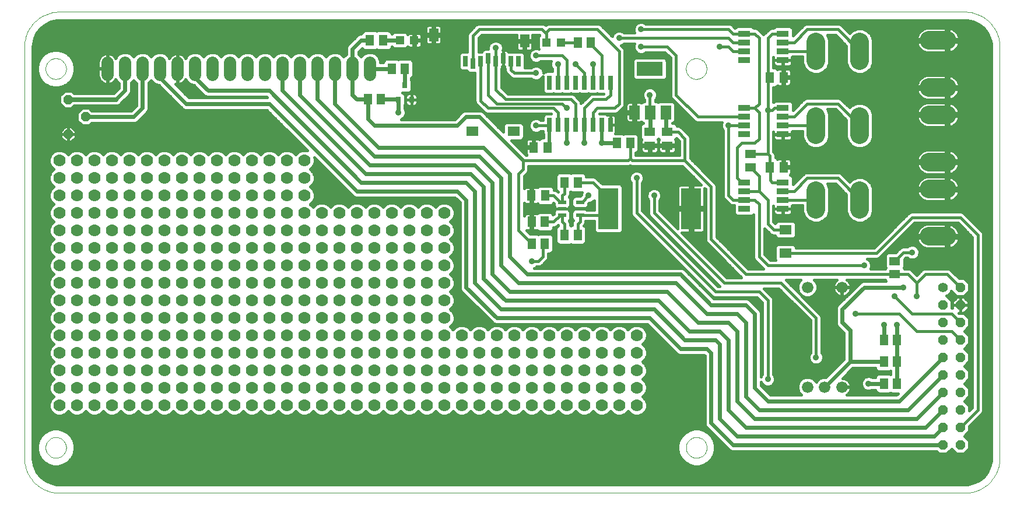
<source format=gtl>
G75*
G70*
%OFA0B0*%
%FSLAX24Y24*%
%IPPOS*%
%LPD*%
%AMOC8*
5,1,8,0,0,1.08239X$1,22.5*
%
%ADD10C,0.0000*%
%ADD11C,0.0700*%
%ADD12C,0.0660*%
%ADD13R,0.0512X0.0630*%
%ADD14OC8,0.0520*%
%ADD15R,0.0315X0.0354*%
%ADD16C,0.0560*%
%ADD17OC8,0.0560*%
%ADD18R,0.0590X0.0790*%
%ADD19R,0.1500X0.0790*%
%ADD20R,0.0630X0.0512*%
%ADD21R,0.0260X0.0800*%
%ADD22R,0.0472X0.0472*%
%ADD23R,0.0472X0.0236*%
%ADD24R,0.0709X0.0551*%
%ADD25C,0.1050*%
%ADD26R,0.0700X0.0360*%
%ADD27R,0.1181X0.2362*%
%ADD28R,0.0276X0.0591*%
%ADD29R,0.0551X0.0748*%
%ADD30C,0.0160*%
%ADD31C,0.0357*%
%ADD32C,0.0240*%
%ADD33C,0.0200*%
%ADD34C,0.0700*%
D10*
X002430Y000680D02*
X054180Y000680D01*
X054275Y000682D01*
X054370Y000689D01*
X054465Y000700D01*
X054559Y000716D01*
X054652Y000736D01*
X054743Y000761D01*
X054834Y000790D01*
X054923Y000823D01*
X055011Y000861D01*
X055096Y000902D01*
X055180Y000948D01*
X055261Y000997D01*
X055340Y001051D01*
X055416Y001108D01*
X055490Y001169D01*
X055560Y001233D01*
X055627Y001300D01*
X055691Y001370D01*
X055752Y001444D01*
X055809Y001520D01*
X055863Y001599D01*
X055912Y001680D01*
X055958Y001764D01*
X055999Y001849D01*
X056037Y001937D01*
X056070Y002026D01*
X056099Y002117D01*
X056124Y002208D01*
X056144Y002301D01*
X056160Y002395D01*
X056171Y002490D01*
X056178Y002585D01*
X056180Y002680D01*
X056180Y026180D01*
X056178Y026275D01*
X056171Y026370D01*
X056160Y026465D01*
X056144Y026559D01*
X056124Y026652D01*
X056099Y026743D01*
X056070Y026834D01*
X056037Y026923D01*
X055999Y027011D01*
X055958Y027096D01*
X055912Y027180D01*
X055863Y027261D01*
X055809Y027340D01*
X055752Y027416D01*
X055691Y027490D01*
X055627Y027560D01*
X055560Y027627D01*
X055490Y027691D01*
X055416Y027752D01*
X055340Y027809D01*
X055261Y027863D01*
X055180Y027912D01*
X055096Y027958D01*
X055011Y027999D01*
X054923Y028037D01*
X054834Y028070D01*
X054743Y028099D01*
X054652Y028124D01*
X054559Y028144D01*
X054465Y028160D01*
X054370Y028171D01*
X054275Y028178D01*
X054180Y028180D01*
X002430Y028180D01*
X002335Y028178D01*
X002240Y028171D01*
X002145Y028160D01*
X002051Y028144D01*
X001958Y028124D01*
X001867Y028099D01*
X001776Y028070D01*
X001687Y028037D01*
X001599Y027999D01*
X001514Y027958D01*
X001430Y027912D01*
X001349Y027863D01*
X001270Y027809D01*
X001194Y027752D01*
X001120Y027691D01*
X001050Y027627D01*
X000983Y027560D01*
X000919Y027490D01*
X000858Y027416D01*
X000801Y027340D01*
X000747Y027261D01*
X000698Y027180D01*
X000652Y027096D01*
X000611Y027011D01*
X000573Y026923D01*
X000540Y026834D01*
X000511Y026743D01*
X000486Y026652D01*
X000466Y026559D01*
X000450Y026465D01*
X000439Y026370D01*
X000432Y026275D01*
X000430Y026180D01*
X000430Y002680D01*
X001639Y003275D02*
X001641Y003323D01*
X001647Y003371D01*
X001657Y003418D01*
X001670Y003464D01*
X001688Y003509D01*
X001708Y003553D01*
X001733Y003595D01*
X001761Y003634D01*
X001791Y003671D01*
X001825Y003705D01*
X001862Y003737D01*
X001900Y003766D01*
X001941Y003791D01*
X001984Y003813D01*
X002029Y003831D01*
X002075Y003845D01*
X002122Y003856D01*
X002170Y003863D01*
X002218Y003866D01*
X002266Y003865D01*
X002314Y003860D01*
X002362Y003851D01*
X002408Y003839D01*
X002453Y003822D01*
X002497Y003802D01*
X002539Y003779D01*
X002579Y003752D01*
X002617Y003722D01*
X002652Y003689D01*
X002684Y003653D01*
X002714Y003615D01*
X002740Y003574D01*
X002762Y003531D01*
X002782Y003487D01*
X002797Y003442D01*
X002809Y003395D01*
X002817Y003347D01*
X002821Y003299D01*
X002821Y003251D01*
X002817Y003203D01*
X002809Y003155D01*
X002797Y003108D01*
X002782Y003063D01*
X002762Y003019D01*
X002740Y002976D01*
X002714Y002935D01*
X002684Y002897D01*
X002652Y002861D01*
X002617Y002828D01*
X002579Y002798D01*
X002539Y002771D01*
X002497Y002748D01*
X002453Y002728D01*
X002408Y002711D01*
X002362Y002699D01*
X002314Y002690D01*
X002266Y002685D01*
X002218Y002684D01*
X002170Y002687D01*
X002122Y002694D01*
X002075Y002705D01*
X002029Y002719D01*
X001984Y002737D01*
X001941Y002759D01*
X001900Y002784D01*
X001862Y002813D01*
X001825Y002845D01*
X001791Y002879D01*
X001761Y002916D01*
X001733Y002955D01*
X001708Y002997D01*
X001688Y003041D01*
X001670Y003086D01*
X001657Y003132D01*
X001647Y003179D01*
X001641Y003227D01*
X001639Y003275D01*
X000430Y002680D02*
X000432Y002585D01*
X000439Y002490D01*
X000450Y002395D01*
X000466Y002301D01*
X000486Y002208D01*
X000511Y002117D01*
X000540Y002026D01*
X000573Y001937D01*
X000611Y001849D01*
X000652Y001764D01*
X000698Y001680D01*
X000747Y001599D01*
X000801Y001520D01*
X000858Y001444D01*
X000919Y001370D01*
X000983Y001300D01*
X001050Y001233D01*
X001120Y001169D01*
X001194Y001108D01*
X001270Y001051D01*
X001349Y000997D01*
X001430Y000948D01*
X001514Y000902D01*
X001599Y000861D01*
X001687Y000823D01*
X001776Y000790D01*
X001867Y000761D01*
X001958Y000736D01*
X002051Y000716D01*
X002145Y000700D01*
X002240Y000689D01*
X002335Y000682D01*
X002430Y000680D01*
X038254Y003275D02*
X038256Y003323D01*
X038262Y003371D01*
X038272Y003418D01*
X038285Y003464D01*
X038303Y003509D01*
X038323Y003553D01*
X038348Y003595D01*
X038376Y003634D01*
X038406Y003671D01*
X038440Y003705D01*
X038477Y003737D01*
X038515Y003766D01*
X038556Y003791D01*
X038599Y003813D01*
X038644Y003831D01*
X038690Y003845D01*
X038737Y003856D01*
X038785Y003863D01*
X038833Y003866D01*
X038881Y003865D01*
X038929Y003860D01*
X038977Y003851D01*
X039023Y003839D01*
X039068Y003822D01*
X039112Y003802D01*
X039154Y003779D01*
X039194Y003752D01*
X039232Y003722D01*
X039267Y003689D01*
X039299Y003653D01*
X039329Y003615D01*
X039355Y003574D01*
X039377Y003531D01*
X039397Y003487D01*
X039412Y003442D01*
X039424Y003395D01*
X039432Y003347D01*
X039436Y003299D01*
X039436Y003251D01*
X039432Y003203D01*
X039424Y003155D01*
X039412Y003108D01*
X039397Y003063D01*
X039377Y003019D01*
X039355Y002976D01*
X039329Y002935D01*
X039299Y002897D01*
X039267Y002861D01*
X039232Y002828D01*
X039194Y002798D01*
X039154Y002771D01*
X039112Y002748D01*
X039068Y002728D01*
X039023Y002711D01*
X038977Y002699D01*
X038929Y002690D01*
X038881Y002685D01*
X038833Y002684D01*
X038785Y002687D01*
X038737Y002694D01*
X038690Y002705D01*
X038644Y002719D01*
X038599Y002737D01*
X038556Y002759D01*
X038515Y002784D01*
X038477Y002813D01*
X038440Y002845D01*
X038406Y002879D01*
X038376Y002916D01*
X038348Y002955D01*
X038323Y002997D01*
X038303Y003041D01*
X038285Y003086D01*
X038272Y003132D01*
X038262Y003179D01*
X038256Y003227D01*
X038254Y003275D01*
X038249Y024930D02*
X038251Y024978D01*
X038257Y025026D01*
X038267Y025073D01*
X038280Y025119D01*
X038298Y025164D01*
X038318Y025208D01*
X038343Y025250D01*
X038371Y025289D01*
X038401Y025326D01*
X038435Y025360D01*
X038472Y025392D01*
X038510Y025421D01*
X038551Y025446D01*
X038594Y025468D01*
X038639Y025486D01*
X038685Y025500D01*
X038732Y025511D01*
X038780Y025518D01*
X038828Y025521D01*
X038876Y025520D01*
X038924Y025515D01*
X038972Y025506D01*
X039018Y025494D01*
X039063Y025477D01*
X039107Y025457D01*
X039149Y025434D01*
X039189Y025407D01*
X039227Y025377D01*
X039262Y025344D01*
X039294Y025308D01*
X039324Y025270D01*
X039350Y025229D01*
X039372Y025186D01*
X039392Y025142D01*
X039407Y025097D01*
X039419Y025050D01*
X039427Y025002D01*
X039431Y024954D01*
X039431Y024906D01*
X039427Y024858D01*
X039419Y024810D01*
X039407Y024763D01*
X039392Y024718D01*
X039372Y024674D01*
X039350Y024631D01*
X039324Y024590D01*
X039294Y024552D01*
X039262Y024516D01*
X039227Y024483D01*
X039189Y024453D01*
X039149Y024426D01*
X039107Y024403D01*
X039063Y024383D01*
X039018Y024366D01*
X038972Y024354D01*
X038924Y024345D01*
X038876Y024340D01*
X038828Y024339D01*
X038780Y024342D01*
X038732Y024349D01*
X038685Y024360D01*
X038639Y024374D01*
X038594Y024392D01*
X038551Y024414D01*
X038510Y024439D01*
X038472Y024468D01*
X038435Y024500D01*
X038401Y024534D01*
X038371Y024571D01*
X038343Y024610D01*
X038318Y024652D01*
X038298Y024696D01*
X038280Y024741D01*
X038267Y024787D01*
X038257Y024834D01*
X038251Y024882D01*
X038249Y024930D01*
X001639Y024930D02*
X001641Y024978D01*
X001647Y025026D01*
X001657Y025073D01*
X001670Y025119D01*
X001688Y025164D01*
X001708Y025208D01*
X001733Y025250D01*
X001761Y025289D01*
X001791Y025326D01*
X001825Y025360D01*
X001862Y025392D01*
X001900Y025421D01*
X001941Y025446D01*
X001984Y025468D01*
X002029Y025486D01*
X002075Y025500D01*
X002122Y025511D01*
X002170Y025518D01*
X002218Y025521D01*
X002266Y025520D01*
X002314Y025515D01*
X002362Y025506D01*
X002408Y025494D01*
X002453Y025477D01*
X002497Y025457D01*
X002539Y025434D01*
X002579Y025407D01*
X002617Y025377D01*
X002652Y025344D01*
X002684Y025308D01*
X002714Y025270D01*
X002740Y025229D01*
X002762Y025186D01*
X002782Y025142D01*
X002797Y025097D01*
X002809Y025050D01*
X002817Y025002D01*
X002821Y024954D01*
X002821Y024906D01*
X002817Y024858D01*
X002809Y024810D01*
X002797Y024763D01*
X002782Y024718D01*
X002762Y024674D01*
X002740Y024631D01*
X002714Y024590D01*
X002684Y024552D01*
X002652Y024516D01*
X002617Y024483D01*
X002579Y024453D01*
X002539Y024426D01*
X002497Y024403D01*
X002453Y024383D01*
X002408Y024366D01*
X002362Y024354D01*
X002314Y024345D01*
X002266Y024340D01*
X002218Y024339D01*
X002170Y024342D01*
X002122Y024349D01*
X002075Y024360D01*
X002029Y024374D01*
X001984Y024392D01*
X001941Y024414D01*
X001900Y024439D01*
X001862Y024468D01*
X001825Y024500D01*
X001791Y024534D01*
X001761Y024571D01*
X001733Y024610D01*
X001708Y024652D01*
X001688Y024696D01*
X001670Y024741D01*
X001657Y024787D01*
X001647Y024834D01*
X001641Y024882D01*
X001639Y024930D01*
D11*
X005178Y024583D02*
X005178Y025283D01*
X006178Y025283D02*
X006178Y024583D01*
X007178Y024583D02*
X007178Y025283D01*
X008178Y025283D02*
X008178Y024583D01*
X009178Y024583D02*
X009178Y025283D01*
X010178Y025283D02*
X010178Y024583D01*
X011178Y024583D02*
X011178Y025283D01*
X012178Y025283D02*
X012178Y024583D01*
X013178Y024583D02*
X013178Y025283D01*
X014178Y025283D02*
X014178Y024583D01*
X015178Y024583D02*
X015178Y025283D01*
X016178Y025283D02*
X016178Y024583D01*
X017178Y024583D02*
X017178Y025283D01*
X018178Y025283D02*
X018178Y024583D01*
X019178Y024583D02*
X019178Y025283D01*
X020178Y025283D02*
X020178Y024583D01*
D12*
X045196Y012436D03*
X047164Y012436D03*
X047164Y006727D03*
X046180Y006727D03*
X045196Y006727D03*
D13*
X049556Y006930D03*
X050304Y006930D03*
X050304Y008180D03*
X049556Y008180D03*
X049556Y009430D03*
X050304Y009430D03*
X032054Y015430D03*
X031306Y015430D03*
X030179Y014930D03*
X029431Y014930D03*
X029431Y016180D03*
X030179Y016180D03*
X030199Y017680D03*
X029411Y017680D03*
X031306Y018430D03*
X032054Y018430D03*
X030324Y020430D03*
X029536Y020430D03*
X034306Y020680D03*
X035054Y020680D03*
X043036Y019305D03*
X043824Y019305D03*
X043824Y024430D03*
X043036Y024430D03*
X032804Y026430D03*
X032056Y026430D03*
X022179Y024930D03*
X021431Y024930D03*
X020929Y026555D03*
X020181Y026555D03*
X020056Y023180D03*
X020804Y023180D03*
D14*
X003930Y022180D03*
X002930Y021190D03*
X002930Y023170D03*
D15*
X021806Y023161D03*
X022554Y023161D03*
X022180Y023988D03*
D16*
X052930Y012430D03*
D17*
X053930Y012430D03*
X053930Y011430D03*
X052930Y011430D03*
X052930Y010430D03*
X053930Y010430D03*
X053930Y009430D03*
X052930Y009430D03*
X052930Y008430D03*
X053930Y008430D03*
X053930Y007430D03*
X052930Y007430D03*
X052930Y006430D03*
X053930Y006430D03*
X053930Y005430D03*
X052930Y005430D03*
X052930Y004430D03*
X053930Y004430D03*
X053930Y003430D03*
X052930Y003430D03*
D18*
X037090Y022440D03*
X036190Y022440D03*
X035290Y022440D03*
D19*
X036180Y024920D03*
D20*
X036180Y021324D03*
X037180Y021324D03*
X037180Y020536D03*
X036180Y020536D03*
X041930Y020054D03*
X041930Y019306D03*
X050180Y013929D03*
X050180Y013181D03*
D21*
X033930Y021720D03*
X033430Y021720D03*
X032930Y021720D03*
X032430Y021720D03*
X031930Y021720D03*
X031430Y021720D03*
X030930Y021720D03*
X030430Y021720D03*
X030430Y024140D03*
X030930Y024140D03*
X031430Y024140D03*
X031930Y024140D03*
X032430Y024140D03*
X032930Y024140D03*
X033430Y024140D03*
X033930Y024140D03*
D22*
X031093Y026430D03*
X030267Y026430D03*
X022718Y026555D03*
X021892Y026555D03*
D23*
X031166Y017304D03*
X031166Y016930D03*
X031166Y016556D03*
X032194Y016556D03*
X032194Y017304D03*
D24*
X028393Y021353D03*
X026030Y021353D03*
X043930Y015724D03*
X043930Y014386D03*
D25*
X045680Y016905D02*
X045680Y017955D01*
X048180Y017955D02*
X048180Y016905D01*
X052130Y018050D02*
X053180Y018050D01*
X053180Y019600D02*
X052130Y019600D01*
X048180Y021155D02*
X048180Y022205D01*
X045680Y022205D02*
X045680Y021155D01*
X052130Y022300D02*
X053180Y022300D01*
X053180Y023850D02*
X052130Y023850D01*
X048180Y025405D02*
X048180Y026455D01*
X045680Y026455D02*
X045680Y025405D01*
X052130Y026550D02*
X053180Y026550D01*
X053180Y015350D02*
X052130Y015350D01*
D26*
X043780Y016930D03*
X043780Y017430D03*
X043780Y017930D03*
X043780Y018430D03*
X041580Y018430D03*
X041580Y017930D03*
X041580Y017430D03*
X041580Y016930D03*
X041580Y021180D03*
X041580Y021680D03*
X041580Y022180D03*
X041580Y022680D03*
X043780Y022680D03*
X043780Y022180D03*
X043780Y021680D03*
X043780Y021180D03*
X043780Y025430D03*
X043780Y025930D03*
X043780Y026430D03*
X043780Y026930D03*
X041580Y026930D03*
X041580Y026430D03*
X041580Y025930D03*
X041580Y025430D03*
D27*
X038542Y016930D03*
X033818Y016930D03*
D28*
X026070Y025211D03*
X026503Y025369D03*
X026936Y025526D03*
X027369Y025369D03*
X027802Y025526D03*
X028235Y025369D03*
X028668Y025369D03*
X025637Y025369D03*
D29*
X023826Y026865D03*
X029023Y026511D03*
D30*
X002260Y001170D02*
X001928Y001245D01*
X001621Y001393D01*
X001355Y001605D01*
X001143Y001871D01*
X000995Y002178D01*
X000920Y002510D01*
X000910Y002680D01*
X000910Y026180D01*
X000920Y026350D01*
X000995Y026682D01*
X001143Y026989D01*
X001355Y027255D01*
X001621Y027467D01*
X001928Y027615D01*
X002260Y027690D01*
X002430Y027700D01*
X054180Y027700D01*
X054350Y027690D01*
X054682Y027615D01*
X054989Y027467D01*
X055255Y027255D01*
X055467Y026989D01*
X055615Y026682D01*
X055690Y026350D01*
X055700Y026180D01*
X055700Y002775D01*
X055700Y002680D01*
X055690Y002510D01*
X055615Y002178D01*
X055467Y001871D01*
X055255Y001605D01*
X054989Y001393D01*
X054682Y001245D01*
X054350Y001170D01*
X054180Y001160D01*
X002430Y001160D01*
X002260Y001170D01*
X001785Y001314D02*
X054825Y001314D01*
X055088Y001473D02*
X001522Y001473D01*
X001335Y001631D02*
X055275Y001631D01*
X055402Y001790D02*
X001208Y001790D01*
X001106Y001948D02*
X055504Y001948D01*
X055580Y002107D02*
X001030Y002107D01*
X000975Y002265D02*
X001863Y002265D01*
X001817Y002277D02*
X002089Y002204D01*
X002371Y002204D01*
X002643Y002277D01*
X002887Y002418D01*
X003087Y002618D01*
X003228Y002862D01*
X003301Y003134D01*
X003301Y003416D01*
X003228Y003688D01*
X003087Y003932D01*
X002887Y004132D01*
X002643Y004273D01*
X002371Y004346D01*
X002089Y004346D01*
X001817Y004273D01*
X001573Y004132D01*
X001373Y003932D01*
X001232Y003688D01*
X001159Y003416D01*
X001159Y003134D01*
X001232Y002862D01*
X001373Y002618D01*
X001573Y002418D01*
X001817Y002277D01*
X001568Y002424D02*
X000939Y002424D01*
X000916Y002582D02*
X001409Y002582D01*
X001302Y002741D02*
X000910Y002741D01*
X000910Y002899D02*
X001222Y002899D01*
X001180Y003058D02*
X000910Y003058D01*
X000910Y003216D02*
X001159Y003216D01*
X001159Y003375D02*
X000910Y003375D01*
X000910Y003533D02*
X001191Y003533D01*
X001234Y003692D02*
X000910Y003692D01*
X000910Y003850D02*
X001326Y003850D01*
X001450Y004009D02*
X000910Y004009D01*
X000910Y004167D02*
X001634Y004167D01*
X002014Y004326D02*
X000910Y004326D01*
X000910Y004484D02*
X039372Y004484D01*
X039375Y004476D02*
X040625Y003226D01*
X040726Y003125D01*
X040858Y003070D01*
X052555Y003070D01*
X052715Y002910D01*
X053145Y002910D01*
X053430Y003195D01*
X053715Y002910D01*
X054145Y002910D01*
X054450Y003215D01*
X054450Y003645D01*
X054165Y003930D01*
X054450Y004215D01*
X054450Y004497D01*
X055201Y005249D01*
X055250Y005366D01*
X055250Y015494D01*
X055201Y015611D01*
X055111Y015701D01*
X054111Y016701D01*
X053994Y016750D01*
X051116Y016750D01*
X050999Y016701D01*
X050909Y016611D01*
X049003Y014706D01*
X044524Y014706D01*
X044524Y014709D01*
X044488Y014797D01*
X044420Y014865D01*
X044332Y014901D01*
X043528Y014901D01*
X043440Y014865D01*
X043372Y014797D01*
X043336Y014709D01*
X043336Y014062D01*
X043362Y014000D01*
X043063Y014000D01*
X042750Y014313D01*
X042750Y015782D01*
X043079Y015453D01*
X043197Y015404D01*
X043336Y015404D01*
X043336Y015401D01*
X043372Y015313D01*
X043440Y015245D01*
X043528Y015209D01*
X044332Y015209D01*
X044420Y015245D01*
X044488Y015313D01*
X044524Y015401D01*
X044524Y016048D01*
X044488Y016136D01*
X044420Y016203D01*
X044332Y016240D01*
X043528Y016240D01*
X043440Y016203D01*
X043372Y016136D01*
X043352Y016086D01*
X043250Y016188D01*
X043250Y017091D01*
X043250Y017091D01*
X043250Y016940D01*
X043770Y016940D01*
X043770Y016920D01*
X043790Y016920D01*
X043790Y016940D01*
X044310Y016940D01*
X044310Y017091D01*
X044329Y017110D01*
X044915Y017110D01*
X044915Y016753D01*
X045031Y016472D01*
X045247Y016256D01*
X045528Y016140D01*
X045832Y016140D01*
X046113Y016256D01*
X046329Y016472D01*
X046445Y016753D01*
X046445Y018107D01*
X046340Y018360D01*
X046797Y018360D01*
X047415Y017742D01*
X047415Y016753D01*
X047531Y016472D01*
X047747Y016256D01*
X048028Y016140D01*
X048332Y016140D01*
X048613Y016256D01*
X048829Y016472D01*
X048945Y016753D01*
X048945Y018107D01*
X048829Y018388D01*
X048613Y018604D01*
X048332Y018720D01*
X048028Y018720D01*
X047747Y018604D01*
X047603Y018460D01*
X047111Y018951D01*
X046994Y019000D01*
X045116Y019000D01*
X044999Y018951D01*
X044909Y018861D01*
X044370Y018323D01*
X044370Y018658D01*
X044333Y018746D01*
X044266Y018813D01*
X044189Y018845D01*
X044190Y018846D01*
X044224Y018880D01*
X044247Y018921D01*
X044260Y018966D01*
X044260Y019257D01*
X043872Y019257D01*
X043872Y019353D01*
X044260Y019353D01*
X044260Y019644D01*
X044247Y019689D01*
X044224Y019730D01*
X044190Y019764D01*
X044149Y019788D01*
X044103Y019800D01*
X043872Y019800D01*
X043872Y019353D01*
X043776Y019353D01*
X043776Y019800D01*
X043544Y019800D01*
X043498Y019788D01*
X043476Y019775D01*
X043428Y019823D01*
X043356Y019853D01*
X043356Y020012D01*
X043308Y020130D01*
X043250Y020188D01*
X043250Y021341D01*
X043250Y021341D01*
X043250Y021190D01*
X043770Y021190D01*
X043770Y021170D01*
X043790Y021170D01*
X043790Y021190D01*
X044310Y021190D01*
X044310Y021341D01*
X044329Y021360D01*
X044915Y021360D01*
X044915Y021003D01*
X045031Y020722D01*
X045247Y020506D01*
X045528Y020390D01*
X045832Y020390D01*
X046113Y020506D01*
X046329Y020722D01*
X046445Y021003D01*
X046445Y022357D01*
X046340Y022610D01*
X046797Y022610D01*
X047415Y021992D01*
X047415Y021003D01*
X047531Y020722D01*
X047747Y020506D01*
X048028Y020390D01*
X048332Y020390D01*
X048613Y020506D01*
X048829Y020722D01*
X048945Y021003D01*
X048945Y022357D01*
X048829Y022638D01*
X048613Y022854D01*
X048332Y022970D01*
X048028Y022970D01*
X047747Y022854D01*
X047603Y022710D01*
X047111Y023201D01*
X046994Y023250D01*
X045116Y023250D01*
X044999Y023201D01*
X044909Y023111D01*
X044370Y022573D01*
X044370Y022908D01*
X044333Y022996D01*
X044266Y023063D01*
X044178Y023100D01*
X043382Y023100D01*
X043294Y023063D01*
X043250Y023019D01*
X043250Y023875D01*
X043340Y023875D01*
X043428Y023912D01*
X043476Y023960D01*
X043498Y023947D01*
X043544Y023935D01*
X043776Y023935D01*
X043776Y024382D01*
X043872Y024382D01*
X043872Y024478D01*
X044260Y024478D01*
X044260Y024769D01*
X044247Y024814D01*
X044224Y024855D01*
X044190Y024889D01*
X044149Y024913D01*
X044103Y024925D01*
X043872Y024925D01*
X043872Y024478D01*
X043776Y024478D01*
X043776Y024925D01*
X043544Y024925D01*
X043498Y024913D01*
X043476Y024900D01*
X043428Y024948D01*
X043340Y024985D01*
X043250Y024985D01*
X043250Y025591D01*
X043250Y025591D01*
X043250Y025440D01*
X043770Y025440D01*
X043770Y025420D01*
X043790Y025420D01*
X043790Y025440D01*
X044310Y025440D01*
X044310Y025591D01*
X044329Y025610D01*
X044915Y025610D01*
X044915Y025253D01*
X045031Y024972D01*
X045247Y024756D01*
X045528Y024640D01*
X045832Y024640D01*
X046113Y024756D01*
X046329Y024972D01*
X046445Y025253D01*
X046445Y026607D01*
X046340Y026860D01*
X046797Y026860D01*
X047415Y026242D01*
X047415Y025253D01*
X047531Y024972D01*
X047747Y024756D01*
X048028Y024640D01*
X048332Y024640D01*
X048613Y024756D01*
X048829Y024972D01*
X048945Y025253D01*
X048945Y026607D01*
X048829Y026888D01*
X048613Y027104D01*
X048332Y027220D01*
X048028Y027220D01*
X047747Y027104D01*
X047603Y026960D01*
X047111Y027451D01*
X046994Y027500D01*
X045116Y027500D01*
X044999Y027451D01*
X044909Y027361D01*
X044370Y026823D01*
X044370Y027158D01*
X044333Y027246D01*
X044266Y027313D01*
X044178Y027350D01*
X043382Y027350D01*
X043294Y027313D01*
X043231Y027250D01*
X043116Y027250D01*
X042999Y027201D01*
X042749Y026951D01*
X042680Y026883D01*
X042611Y026951D01*
X042361Y027201D01*
X042244Y027250D01*
X042129Y027250D01*
X042066Y027313D01*
X041978Y027350D01*
X041182Y027350D01*
X041094Y027313D01*
X041047Y027266D01*
X040861Y027451D01*
X040744Y027500D01*
X035952Y027500D01*
X035917Y027535D01*
X035763Y027598D01*
X035597Y027598D01*
X035443Y027535D01*
X035325Y027417D01*
X035262Y027263D01*
X035262Y027097D01*
X035302Y027000D01*
X034702Y027000D01*
X034667Y027035D01*
X034513Y027098D01*
X034347Y027098D01*
X034193Y027035D01*
X034075Y026917D01*
X034023Y026790D01*
X033361Y027451D01*
X033244Y027500D01*
X030366Y027500D01*
X030249Y027451D01*
X030223Y027426D01*
X030198Y027451D01*
X030080Y027500D01*
X026366Y027500D01*
X026249Y027451D01*
X025798Y027001D01*
X025750Y026883D01*
X025750Y025904D01*
X025451Y025904D01*
X025363Y025868D01*
X025295Y025800D01*
X025259Y025712D01*
X025259Y025026D01*
X025295Y024938D01*
X025363Y024870D01*
X025451Y024834D01*
X025706Y024834D01*
X025729Y024780D01*
X025796Y024713D01*
X025884Y024676D01*
X026183Y024676D01*
X026183Y023044D01*
X026232Y022926D01*
X026322Y022836D01*
X026659Y022499D01*
X026749Y022409D01*
X026866Y022360D01*
X030547Y022360D01*
X030547Y022360D01*
X030252Y022360D01*
X030164Y022323D01*
X030097Y022256D01*
X030060Y022168D01*
X030060Y022000D01*
X029952Y022000D01*
X029917Y022035D01*
X029763Y022098D01*
X029597Y022098D01*
X029443Y022035D01*
X029325Y021917D01*
X029262Y021763D01*
X029262Y021597D01*
X029325Y021443D01*
X029443Y021325D01*
X029597Y021262D01*
X029763Y021262D01*
X029917Y021325D01*
X029952Y021360D01*
X030060Y021360D01*
X030060Y021272D01*
X030090Y021200D01*
X030090Y020985D01*
X030020Y020985D01*
X029932Y020948D01*
X029884Y020900D01*
X029862Y020913D01*
X029816Y020925D01*
X029584Y020925D01*
X029584Y020478D01*
X029488Y020478D01*
X029488Y020382D01*
X029100Y020382D01*
X029100Y020091D01*
X029113Y020046D01*
X029136Y020005D01*
X029141Y020000D01*
X029119Y020000D01*
X028281Y020838D01*
X028795Y020838D01*
X028883Y020874D01*
X028950Y020942D01*
X028987Y021030D01*
X028987Y021677D01*
X028950Y021765D01*
X028883Y021832D01*
X028795Y021869D01*
X027991Y021869D01*
X027902Y021832D01*
X027835Y021765D01*
X027798Y021677D01*
X027798Y021321D01*
X026634Y022485D01*
X026502Y022540D01*
X025608Y022540D01*
X025476Y022485D01*
X025375Y022384D01*
X025031Y022040D01*
X021957Y022040D01*
X022042Y022075D01*
X022160Y022193D01*
X022223Y022347D01*
X022223Y022513D01*
X022166Y022652D01*
X022166Y022847D01*
X022167Y022848D01*
X022203Y022936D01*
X022203Y023386D01*
X022167Y023474D01*
X022099Y023542D01*
X022029Y023571D01*
X022385Y023571D01*
X022473Y023607D01*
X022541Y023675D01*
X022577Y023763D01*
X022577Y024213D01*
X022541Y024301D01*
X022539Y024303D01*
X022539Y024398D01*
X022571Y024412D01*
X022638Y024479D01*
X022675Y024567D01*
X022675Y025293D01*
X022638Y025381D01*
X022571Y025448D01*
X022483Y025485D01*
X021875Y025485D01*
X021805Y025456D01*
X021735Y025485D01*
X021127Y025485D01*
X021039Y025448D01*
X020972Y025381D01*
X020935Y025293D01*
X020768Y025293D01*
X020768Y025400D01*
X020678Y025617D01*
X020512Y025783D01*
X020295Y025873D01*
X020061Y025873D01*
X019844Y025783D01*
X019678Y025617D01*
X019540Y025755D01*
X019540Y025906D01*
X019730Y026096D01*
X019789Y026037D01*
X019877Y026000D01*
X020485Y026000D01*
X020555Y026029D01*
X020625Y026000D01*
X021233Y026000D01*
X021321Y026037D01*
X021388Y026104D01*
X021425Y026192D01*
X021425Y026195D01*
X021447Y026195D01*
X021452Y026183D01*
X021519Y026115D01*
X021608Y026079D01*
X022176Y026079D01*
X022264Y026115D01*
X022331Y026183D01*
X022341Y026206D01*
X022372Y026175D01*
X022413Y026151D01*
X022458Y026139D01*
X022680Y026139D01*
X022680Y026517D01*
X022756Y026517D01*
X022756Y026139D01*
X022978Y026139D01*
X023024Y026151D01*
X023065Y026175D01*
X023099Y026208D01*
X023122Y026249D01*
X023135Y026295D01*
X023135Y026517D01*
X022757Y026517D01*
X022757Y026593D01*
X023135Y026593D01*
X023135Y026815D01*
X023122Y026861D01*
X023099Y026902D01*
X023065Y026935D01*
X023024Y026959D01*
X022978Y026971D01*
X022756Y026971D01*
X022756Y026593D01*
X022680Y026593D01*
X022680Y026971D01*
X022458Y026971D01*
X022413Y026959D01*
X022372Y026935D01*
X022341Y026904D01*
X022331Y026927D01*
X022264Y026995D01*
X022176Y027031D01*
X021608Y027031D01*
X021519Y026995D01*
X021452Y026927D01*
X021447Y026915D01*
X021425Y026915D01*
X021425Y026918D01*
X021388Y027006D01*
X021321Y027073D01*
X021233Y027110D01*
X020625Y027110D01*
X020555Y027081D01*
X020485Y027110D01*
X019877Y027110D01*
X019789Y027073D01*
X019722Y027006D01*
X019685Y026918D01*
X019685Y026915D01*
X019608Y026915D01*
X019476Y026860D01*
X018976Y026360D01*
X018875Y026259D01*
X018820Y026127D01*
X018820Y025759D01*
X018678Y025617D01*
X018512Y025783D01*
X018295Y025873D01*
X018061Y025873D01*
X017844Y025783D01*
X017678Y025617D01*
X017512Y025783D01*
X017295Y025873D01*
X017061Y025873D01*
X016844Y025783D01*
X016678Y025617D01*
X016512Y025783D01*
X016295Y025873D01*
X016061Y025873D01*
X015844Y025783D01*
X015678Y025617D01*
X015512Y025783D01*
X015295Y025873D01*
X015061Y025873D01*
X014844Y025783D01*
X014678Y025617D01*
X014512Y025783D01*
X014295Y025873D01*
X014061Y025873D01*
X013844Y025783D01*
X013678Y025617D01*
X013512Y025783D01*
X013295Y025873D01*
X013061Y025873D01*
X012844Y025783D01*
X012678Y025617D01*
X012512Y025783D01*
X012295Y025873D01*
X012061Y025873D01*
X011844Y025783D01*
X011678Y025617D01*
X011512Y025783D01*
X011295Y025873D01*
X011061Y025873D01*
X010844Y025783D01*
X010678Y025617D01*
X010512Y025783D01*
X010295Y025873D01*
X010061Y025873D01*
X009844Y025783D01*
X009678Y025617D01*
X009644Y025536D01*
X009631Y025561D01*
X009582Y025628D01*
X009523Y025687D01*
X009456Y025736D01*
X009382Y025774D01*
X009302Y025800D01*
X009220Y025813D01*
X009198Y025813D01*
X009198Y024953D01*
X009158Y024953D01*
X009158Y025813D01*
X009136Y025813D01*
X009054Y025800D01*
X008975Y025774D01*
X008900Y025736D01*
X008833Y025687D01*
X008774Y025628D01*
X008725Y025561D01*
X008712Y025536D01*
X008678Y025617D01*
X008512Y025783D01*
X008295Y025873D01*
X008061Y025873D01*
X007844Y025783D01*
X007678Y025617D01*
X007512Y025783D01*
X007295Y025873D01*
X007061Y025873D01*
X006844Y025783D01*
X006678Y025617D01*
X006512Y025783D01*
X006295Y025873D01*
X006061Y025873D01*
X005844Y025783D01*
X005678Y025617D01*
X005644Y025536D01*
X005631Y025561D01*
X005582Y025628D01*
X005523Y025687D01*
X005456Y025736D01*
X005382Y025774D01*
X005302Y025800D01*
X005220Y025813D01*
X005198Y025813D01*
X005198Y024953D01*
X005158Y024953D01*
X005158Y025813D01*
X005136Y025813D01*
X005054Y025800D01*
X004975Y025774D01*
X004900Y025736D01*
X004833Y025687D01*
X004774Y025628D01*
X004725Y025561D01*
X004687Y025486D01*
X004661Y025407D01*
X004648Y025325D01*
X004648Y024953D01*
X005158Y024953D01*
X005158Y024913D01*
X004648Y024913D01*
X004648Y024541D01*
X004661Y024459D01*
X004687Y024379D01*
X004725Y024305D01*
X004774Y024238D01*
X004833Y024179D01*
X004900Y024129D01*
X004975Y024092D01*
X005054Y024066D01*
X005136Y024053D01*
X005158Y024053D01*
X005158Y024913D01*
X005198Y024913D01*
X005198Y024053D01*
X005220Y024053D01*
X005302Y024066D01*
X005382Y024092D01*
X005456Y024129D01*
X005523Y024179D01*
X005582Y024238D01*
X005631Y024305D01*
X005644Y024330D01*
X005678Y024249D01*
X005820Y024106D01*
X005820Y023829D01*
X005531Y023540D01*
X003267Y023540D01*
X003137Y023670D01*
X002723Y023670D01*
X002430Y023377D01*
X002430Y022963D01*
X002723Y022670D01*
X003137Y022670D01*
X003277Y022810D01*
X005742Y022810D01*
X005874Y022865D01*
X005975Y022966D01*
X005985Y022976D01*
X006384Y023375D01*
X006485Y023476D01*
X006540Y023608D01*
X006540Y024110D01*
X006678Y024248D01*
X006820Y024106D01*
X006820Y022829D01*
X006531Y022540D01*
X004277Y022540D01*
X004137Y022680D01*
X003723Y022680D01*
X003430Y022387D01*
X003430Y021973D01*
X003723Y021680D01*
X004137Y021680D01*
X004277Y021820D01*
X006752Y021820D01*
X006884Y021875D01*
X007384Y022375D01*
X007485Y022476D01*
X007540Y022608D01*
X007540Y024110D01*
X007678Y024248D01*
X007844Y024083D01*
X008061Y023993D01*
X008108Y023993D01*
X009476Y022625D01*
X009608Y022570D01*
X014281Y022570D01*
X016605Y020246D01*
X016547Y020270D01*
X016313Y020270D01*
X016096Y020180D01*
X015930Y020014D01*
X015764Y020180D01*
X015547Y020270D01*
X015313Y020270D01*
X015096Y020180D01*
X014930Y020014D01*
X014764Y020180D01*
X014547Y020270D01*
X014313Y020270D01*
X014096Y020180D01*
X013930Y020014D01*
X013764Y020180D01*
X013547Y020270D01*
X013313Y020270D01*
X013096Y020180D01*
X012930Y020014D01*
X012764Y020180D01*
X012547Y020270D01*
X012313Y020270D01*
X012096Y020180D01*
X011930Y020014D01*
X011764Y020180D01*
X011547Y020270D01*
X011313Y020270D01*
X011096Y020180D01*
X010930Y020014D01*
X010764Y020180D01*
X010547Y020270D01*
X010313Y020270D01*
X010096Y020180D01*
X009930Y020014D01*
X009764Y020180D01*
X009547Y020270D01*
X009313Y020270D01*
X009096Y020180D01*
X008930Y020014D01*
X008764Y020180D01*
X008547Y020270D01*
X008313Y020270D01*
X008096Y020180D01*
X007930Y020014D01*
X007764Y020180D01*
X007547Y020270D01*
X007313Y020270D01*
X007096Y020180D01*
X006930Y020014D01*
X006764Y020180D01*
X006547Y020270D01*
X006313Y020270D01*
X006096Y020180D01*
X005930Y020014D01*
X005764Y020180D01*
X005547Y020270D01*
X005313Y020270D01*
X005096Y020180D01*
X004930Y020014D01*
X004764Y020180D01*
X004547Y020270D01*
X004313Y020270D01*
X004096Y020180D01*
X003930Y020014D01*
X003764Y020180D01*
X003547Y020270D01*
X003313Y020270D01*
X003096Y020180D01*
X002930Y020014D01*
X002764Y020180D01*
X002547Y020270D01*
X002313Y020270D01*
X002096Y020180D01*
X001930Y020014D01*
X001840Y019797D01*
X001840Y019563D01*
X001930Y019346D01*
X002096Y019180D01*
X001930Y019014D01*
X001840Y018797D01*
X001840Y018563D01*
X001930Y018346D01*
X002096Y018180D01*
X001930Y018014D01*
X001840Y017797D01*
X001840Y017563D01*
X001930Y017346D01*
X002096Y017180D01*
X001930Y017014D01*
X001840Y016797D01*
X001840Y016563D01*
X001930Y016346D01*
X002096Y016180D01*
X001930Y016014D01*
X001840Y015797D01*
X001840Y015563D01*
X001930Y015346D01*
X002096Y015180D01*
X001930Y015014D01*
X001840Y014797D01*
X001840Y014563D01*
X001930Y014346D01*
X002096Y014180D01*
X001930Y014014D01*
X001840Y013797D01*
X001840Y013563D01*
X001930Y013346D01*
X002096Y013180D01*
X001930Y013014D01*
X001840Y012797D01*
X001840Y012563D01*
X001930Y012346D01*
X002096Y012180D01*
X001930Y012014D01*
X001840Y011797D01*
X001840Y011563D01*
X001930Y011346D01*
X002096Y011180D01*
X001930Y011014D01*
X001840Y010797D01*
X001840Y010563D01*
X001930Y010346D01*
X002096Y010180D01*
X001930Y010014D01*
X001840Y009797D01*
X001840Y009563D01*
X001930Y009346D01*
X002096Y009180D01*
X001930Y009014D01*
X001840Y008797D01*
X001840Y008563D01*
X001930Y008346D01*
X002096Y008180D01*
X001930Y008014D01*
X001840Y007797D01*
X001840Y007563D01*
X001930Y007346D01*
X002096Y007180D01*
X001930Y007014D01*
X001840Y006797D01*
X001840Y006563D01*
X001930Y006346D01*
X002096Y006180D01*
X001930Y006014D01*
X001840Y005797D01*
X001840Y005563D01*
X001930Y005346D01*
X002096Y005180D01*
X002313Y005090D01*
X002547Y005090D01*
X002764Y005180D01*
X002930Y005346D01*
X003096Y005180D01*
X003313Y005090D01*
X003547Y005090D01*
X003764Y005180D01*
X003930Y005346D01*
X004096Y005180D01*
X004313Y005090D01*
X004547Y005090D01*
X004764Y005180D01*
X004930Y005346D01*
X005096Y005180D01*
X005313Y005090D01*
X005547Y005090D01*
X005764Y005180D01*
X005930Y005346D01*
X006096Y005180D01*
X006313Y005090D01*
X006547Y005090D01*
X006764Y005180D01*
X006930Y005346D01*
X007096Y005180D01*
X007313Y005090D01*
X007547Y005090D01*
X007764Y005180D01*
X007930Y005346D01*
X008096Y005180D01*
X008313Y005090D01*
X008547Y005090D01*
X008764Y005180D01*
X008930Y005346D01*
X009096Y005180D01*
X009313Y005090D01*
X009547Y005090D01*
X009764Y005180D01*
X009930Y005346D01*
X010096Y005180D01*
X010313Y005090D01*
X010547Y005090D01*
X010764Y005180D01*
X010930Y005346D01*
X011096Y005180D01*
X011313Y005090D01*
X011547Y005090D01*
X011764Y005180D01*
X011930Y005346D01*
X012096Y005180D01*
X012313Y005090D01*
X012547Y005090D01*
X012764Y005180D01*
X012930Y005346D01*
X013096Y005180D01*
X013313Y005090D01*
X013547Y005090D01*
X013764Y005180D01*
X013930Y005346D01*
X014096Y005180D01*
X014313Y005090D01*
X014547Y005090D01*
X014764Y005180D01*
X014930Y005346D01*
X015096Y005180D01*
X015313Y005090D01*
X015547Y005090D01*
X015764Y005180D01*
X015930Y005346D01*
X016096Y005180D01*
X016313Y005090D01*
X016547Y005090D01*
X016764Y005180D01*
X016930Y005346D01*
X017096Y005180D01*
X017313Y005090D01*
X017547Y005090D01*
X017764Y005180D01*
X017930Y005346D01*
X018096Y005180D01*
X018313Y005090D01*
X018547Y005090D01*
X018764Y005180D01*
X018930Y005346D01*
X019096Y005180D01*
X019313Y005090D01*
X019547Y005090D01*
X019764Y005180D01*
X019930Y005346D01*
X020096Y005180D01*
X020313Y005090D01*
X020547Y005090D01*
X020764Y005180D01*
X020930Y005346D01*
X021096Y005180D01*
X021313Y005090D01*
X021547Y005090D01*
X021764Y005180D01*
X021930Y005346D01*
X022096Y005180D01*
X022313Y005090D01*
X022547Y005090D01*
X022764Y005180D01*
X022930Y005346D01*
X023096Y005180D01*
X023313Y005090D01*
X023547Y005090D01*
X023764Y005180D01*
X023930Y005346D01*
X024096Y005180D01*
X024313Y005090D01*
X024547Y005090D01*
X024764Y005180D01*
X024930Y005346D01*
X025096Y005180D01*
X025313Y005090D01*
X025547Y005090D01*
X025764Y005180D01*
X025930Y005346D01*
X026096Y005180D01*
X026313Y005090D01*
X026547Y005090D01*
X026764Y005180D01*
X026930Y005346D01*
X027096Y005180D01*
X027313Y005090D01*
X027547Y005090D01*
X027764Y005180D01*
X027930Y005346D01*
X028096Y005180D01*
X028313Y005090D01*
X028547Y005090D01*
X028764Y005180D01*
X028930Y005346D01*
X029096Y005180D01*
X029313Y005090D01*
X029547Y005090D01*
X029764Y005180D01*
X029930Y005346D01*
X030096Y005180D01*
X030313Y005090D01*
X030547Y005090D01*
X030764Y005180D01*
X030930Y005346D01*
X031096Y005180D01*
X031313Y005090D01*
X031547Y005090D01*
X031764Y005180D01*
X031930Y005346D01*
X032096Y005180D01*
X032313Y005090D01*
X032547Y005090D01*
X032764Y005180D01*
X032930Y005346D01*
X033096Y005180D01*
X033313Y005090D01*
X033547Y005090D01*
X033764Y005180D01*
X033930Y005346D01*
X034096Y005180D01*
X034313Y005090D01*
X034547Y005090D01*
X034764Y005180D01*
X034930Y005346D01*
X035096Y005180D01*
X035313Y005090D01*
X035547Y005090D01*
X035764Y005180D01*
X035930Y005346D01*
X036020Y005563D01*
X036020Y005797D01*
X035930Y006014D01*
X035764Y006180D01*
X035930Y006346D01*
X036020Y006563D01*
X036020Y006797D01*
X035930Y007014D01*
X035764Y007180D01*
X035930Y007346D01*
X036020Y007563D01*
X036020Y007797D01*
X035930Y008014D01*
X035764Y008180D01*
X035930Y008346D01*
X036020Y008563D01*
X036020Y008797D01*
X035930Y009014D01*
X035764Y009180D01*
X035930Y009346D01*
X036020Y009563D01*
X036020Y009797D01*
X035930Y010014D01*
X035764Y010180D01*
X035547Y010270D01*
X035313Y010270D01*
X035096Y010180D01*
X034930Y010014D01*
X034764Y010180D01*
X034547Y010270D01*
X034313Y010270D01*
X034096Y010180D01*
X033930Y010014D01*
X033764Y010180D01*
X033547Y010270D01*
X033313Y010270D01*
X033096Y010180D01*
X032930Y010014D01*
X032764Y010180D01*
X032547Y010270D01*
X032313Y010270D01*
X032096Y010180D01*
X031930Y010014D01*
X031764Y010180D01*
X031547Y010270D01*
X031313Y010270D01*
X031096Y010180D01*
X030930Y010014D01*
X030764Y010180D01*
X030547Y010270D01*
X030313Y010270D01*
X030096Y010180D01*
X029930Y010014D01*
X029764Y010180D01*
X029547Y010270D01*
X029313Y010270D01*
X029096Y010180D01*
X028930Y010014D01*
X028764Y010180D01*
X028547Y010270D01*
X028313Y010270D01*
X028096Y010180D01*
X027930Y010014D01*
X027764Y010180D01*
X027547Y010270D01*
X027313Y010270D01*
X027096Y010180D01*
X026930Y010014D01*
X026764Y010180D01*
X026547Y010270D01*
X026313Y010270D01*
X026096Y010180D01*
X025930Y010014D01*
X025764Y010180D01*
X025547Y010270D01*
X025313Y010270D01*
X025096Y010180D01*
X024930Y010014D01*
X024764Y010180D01*
X024930Y010346D01*
X025020Y010563D01*
X025020Y010797D01*
X024930Y011014D01*
X024764Y011180D01*
X024930Y011346D01*
X025020Y011563D01*
X025020Y011797D01*
X024930Y012014D01*
X024764Y012180D01*
X024930Y012346D01*
X025020Y012563D01*
X025020Y012797D01*
X024930Y013014D01*
X024764Y013180D01*
X024930Y013346D01*
X025020Y013563D01*
X025020Y013797D01*
X024930Y014014D01*
X024764Y014180D01*
X024930Y014346D01*
X025020Y014563D01*
X025020Y014797D01*
X024930Y015014D01*
X024764Y015180D01*
X024930Y015346D01*
X025020Y015563D01*
X025020Y015797D01*
X024930Y016014D01*
X024764Y016180D01*
X024930Y016346D01*
X025020Y016563D01*
X025020Y016797D01*
X024930Y017014D01*
X024764Y017180D01*
X024547Y017270D01*
X024313Y017270D01*
X024096Y017180D01*
X023930Y017014D01*
X023764Y017180D01*
X023547Y017270D01*
X023313Y017270D01*
X023096Y017180D01*
X022930Y017014D01*
X022764Y017180D01*
X022547Y017270D01*
X022313Y017270D01*
X022096Y017180D01*
X021930Y017014D01*
X021764Y017180D01*
X021547Y017270D01*
X021313Y017270D01*
X021096Y017180D01*
X020930Y017014D01*
X020764Y017180D01*
X020547Y017270D01*
X020313Y017270D01*
X020096Y017180D01*
X019930Y017014D01*
X019764Y017180D01*
X019547Y017270D01*
X019313Y017270D01*
X019096Y017180D01*
X018930Y017014D01*
X018764Y017180D01*
X018547Y017270D01*
X018313Y017270D01*
X018096Y017180D01*
X017930Y017014D01*
X017764Y017180D01*
X017547Y017270D01*
X017313Y017270D01*
X017096Y017180D01*
X016930Y017014D01*
X016764Y017180D01*
X016930Y017346D01*
X017020Y017563D01*
X017020Y017797D01*
X016930Y018014D01*
X016764Y018180D01*
X016930Y018346D01*
X017020Y018563D01*
X017020Y018797D01*
X016930Y019014D01*
X016764Y019180D01*
X016930Y019346D01*
X017020Y019563D01*
X017020Y019797D01*
X016996Y019855D01*
X019226Y017625D01*
X019358Y017570D01*
X025031Y017570D01*
X025320Y017281D01*
X025320Y012358D01*
X025375Y012226D01*
X025476Y012125D01*
X027125Y010476D01*
X027226Y010375D01*
X027358Y010320D01*
X036031Y010320D01*
X037625Y008726D01*
X037726Y008625D01*
X037858Y008570D01*
X039281Y008570D01*
X039320Y008531D01*
X039320Y004608D01*
X039375Y004476D01*
X039320Y004643D02*
X000910Y004643D01*
X000910Y004801D02*
X039320Y004801D01*
X039320Y004960D02*
X000910Y004960D01*
X000910Y005118D02*
X002245Y005118D01*
X001999Y005277D02*
X000910Y005277D01*
X000910Y005435D02*
X001893Y005435D01*
X001840Y005594D02*
X000910Y005594D01*
X000910Y005752D02*
X001840Y005752D01*
X001887Y005911D02*
X000910Y005911D01*
X000910Y006069D02*
X001985Y006069D01*
X002048Y006228D02*
X000910Y006228D01*
X000910Y006386D02*
X001913Y006386D01*
X001848Y006545D02*
X000910Y006545D01*
X000910Y006703D02*
X001840Y006703D01*
X001867Y006862D02*
X000910Y006862D01*
X000910Y007020D02*
X001936Y007020D01*
X002094Y007179D02*
X000910Y007179D01*
X000910Y007337D02*
X001939Y007337D01*
X001868Y007496D02*
X000910Y007496D01*
X000910Y007654D02*
X001840Y007654D01*
X001846Y007813D02*
X000910Y007813D01*
X000910Y007971D02*
X001912Y007971D01*
X002045Y008130D02*
X000910Y008130D01*
X000910Y008288D02*
X001988Y008288D01*
X001888Y008447D02*
X000910Y008447D01*
X000910Y008605D02*
X001840Y008605D01*
X001840Y008764D02*
X000910Y008764D01*
X000910Y008922D02*
X001892Y008922D01*
X001996Y009081D02*
X000910Y009081D01*
X000910Y009239D02*
X002037Y009239D01*
X001908Y009398D02*
X000910Y009398D01*
X000910Y009556D02*
X001843Y009556D01*
X001840Y009715D02*
X000910Y009715D01*
X000910Y009873D02*
X001871Y009873D01*
X001947Y010032D02*
X000910Y010032D01*
X000910Y010190D02*
X002086Y010190D01*
X001929Y010349D02*
X000910Y010349D01*
X000910Y010507D02*
X001863Y010507D01*
X001840Y010666D02*
X000910Y010666D01*
X000910Y010824D02*
X001851Y010824D01*
X001917Y010983D02*
X000910Y010983D01*
X000910Y011141D02*
X002057Y011141D01*
X001976Y011300D02*
X000910Y011300D01*
X000910Y011458D02*
X001883Y011458D01*
X001840Y011617D02*
X000910Y011617D01*
X000910Y011775D02*
X001840Y011775D01*
X001896Y011934D02*
X000910Y011934D01*
X000910Y012092D02*
X002008Y012092D01*
X002025Y012251D02*
X000910Y012251D01*
X000910Y012409D02*
X001904Y012409D01*
X001840Y012568D02*
X000910Y012568D01*
X000910Y012726D02*
X001840Y012726D01*
X001876Y012885D02*
X000910Y012885D01*
X000910Y013043D02*
X001959Y013043D01*
X002074Y013202D02*
X000910Y013202D01*
X000910Y013360D02*
X001924Y013360D01*
X001858Y013519D02*
X000910Y013519D01*
X000910Y013677D02*
X001840Y013677D01*
X001856Y013836D02*
X000910Y013836D01*
X000910Y013994D02*
X001921Y013994D01*
X002068Y014153D02*
X000910Y014153D01*
X000910Y014311D02*
X001965Y014311D01*
X001879Y014470D02*
X000910Y014470D01*
X000910Y014628D02*
X001840Y014628D01*
X001840Y014787D02*
X000910Y014787D01*
X000910Y014945D02*
X001901Y014945D01*
X002019Y015104D02*
X000910Y015104D01*
X000910Y015262D02*
X002014Y015262D01*
X001899Y015421D02*
X000910Y015421D01*
X000910Y015579D02*
X001840Y015579D01*
X001840Y015738D02*
X000910Y015738D01*
X000910Y015896D02*
X001881Y015896D01*
X001970Y016055D02*
X000910Y016055D01*
X000910Y016213D02*
X002063Y016213D01*
X001919Y016372D02*
X000910Y016372D01*
X000910Y016530D02*
X001854Y016530D01*
X001840Y016689D02*
X000910Y016689D01*
X000910Y016847D02*
X001861Y016847D01*
X001926Y017006D02*
X000910Y017006D01*
X000910Y017164D02*
X002080Y017164D01*
X001953Y017323D02*
X000910Y017323D01*
X000910Y017481D02*
X001874Y017481D01*
X001840Y017640D02*
X000910Y017640D01*
X000910Y017798D02*
X001840Y017798D01*
X001906Y017957D02*
X000910Y017957D01*
X000910Y018115D02*
X002031Y018115D01*
X002002Y018274D02*
X000910Y018274D01*
X000910Y018432D02*
X001894Y018432D01*
X001840Y018591D02*
X000910Y018591D01*
X000910Y018749D02*
X001840Y018749D01*
X001886Y018908D02*
X000910Y018908D01*
X000910Y019066D02*
X001982Y019066D01*
X002051Y019225D02*
X000910Y019225D01*
X000910Y019383D02*
X001914Y019383D01*
X001849Y019542D02*
X000910Y019542D01*
X000910Y019700D02*
X001840Y019700D01*
X001865Y019859D02*
X000910Y019859D01*
X000910Y020017D02*
X001933Y020017D01*
X002091Y020176D02*
X000910Y020176D01*
X000910Y020334D02*
X016517Y020334D01*
X016358Y020493D02*
X000910Y020493D01*
X000910Y020651D02*
X016200Y020651D01*
X016041Y020810D02*
X003172Y020810D01*
X003112Y020750D02*
X003370Y021008D01*
X003370Y021190D01*
X003370Y021372D01*
X003112Y021630D01*
X002930Y021630D01*
X002930Y021190D01*
X002930Y021190D01*
X003370Y021190D01*
X002930Y021190D01*
X002930Y021190D01*
X002930Y021190D01*
X002490Y021190D01*
X002490Y021372D01*
X002748Y021630D01*
X002930Y021630D01*
X002930Y021190D01*
X002930Y020750D01*
X003112Y020750D01*
X002930Y020750D02*
X002930Y021190D01*
X002930Y021190D01*
X002490Y021190D01*
X002490Y021008D01*
X002748Y020750D01*
X002930Y020750D01*
X002930Y020810D02*
X002930Y020810D01*
X002930Y020968D02*
X002930Y020968D01*
X002930Y021127D02*
X002930Y021127D01*
X002930Y021285D02*
X002930Y021285D01*
X002930Y021444D02*
X002930Y021444D01*
X002930Y021602D02*
X002930Y021602D01*
X003140Y021602D02*
X015249Y021602D01*
X015407Y021444D02*
X003299Y021444D01*
X003370Y021285D02*
X015566Y021285D01*
X015724Y021127D02*
X003370Y021127D01*
X003330Y020968D02*
X015883Y020968D01*
X015090Y021761D02*
X004218Y021761D01*
X003642Y021761D02*
X000910Y021761D01*
X000910Y021919D02*
X003484Y021919D01*
X003430Y022078D02*
X000910Y022078D01*
X000910Y022236D02*
X003430Y022236D01*
X003437Y022395D02*
X000910Y022395D01*
X000910Y022553D02*
X003596Y022553D01*
X003179Y022712D02*
X006702Y022712D01*
X006820Y022870D02*
X005879Y022870D01*
X005985Y022976D02*
X005985Y022976D01*
X006038Y023029D02*
X006820Y023029D01*
X006820Y023187D02*
X006196Y023187D01*
X006355Y023346D02*
X006820Y023346D01*
X006820Y023504D02*
X006497Y023504D01*
X006540Y023663D02*
X006820Y023663D01*
X006820Y023821D02*
X006540Y023821D01*
X006540Y023980D02*
X006820Y023980D01*
X006788Y024138D02*
X006568Y024138D01*
X005820Y023980D02*
X002725Y023980D01*
X002643Y023932D02*
X002887Y024073D01*
X003087Y024273D01*
X003228Y024517D01*
X003301Y024789D01*
X003301Y025071D01*
X003228Y025343D01*
X003087Y025587D01*
X002887Y025787D01*
X002643Y025928D01*
X002371Y026001D01*
X002089Y026001D01*
X001817Y025928D01*
X001573Y025787D01*
X001373Y025587D01*
X001232Y025343D01*
X001159Y025071D01*
X001159Y024789D01*
X001232Y024517D01*
X001373Y024273D01*
X001573Y024073D01*
X001817Y023932D01*
X002089Y023859D01*
X002371Y023859D01*
X002643Y023932D01*
X002715Y023663D02*
X000910Y023663D01*
X000910Y023821D02*
X005812Y023821D01*
X005653Y023663D02*
X003145Y023663D01*
X002557Y023504D02*
X000910Y023504D01*
X000910Y023346D02*
X002430Y023346D01*
X002430Y023187D02*
X000910Y023187D01*
X000910Y023029D02*
X002430Y023029D01*
X002523Y022870D02*
X000910Y022870D01*
X000910Y022712D02*
X002681Y022712D01*
X004264Y022553D02*
X006544Y022553D01*
X007087Y022078D02*
X014773Y022078D01*
X014615Y022236D02*
X007245Y022236D01*
X007404Y022395D02*
X014456Y022395D01*
X014298Y022553D02*
X007517Y022553D01*
X007540Y022712D02*
X009389Y022712D01*
X009231Y022870D02*
X007540Y022870D01*
X007540Y023029D02*
X009072Y023029D01*
X008914Y023187D02*
X007540Y023187D01*
X007540Y023346D02*
X008755Y023346D01*
X008597Y023504D02*
X007540Y023504D01*
X007540Y023663D02*
X008438Y023663D01*
X008280Y023821D02*
X007540Y023821D01*
X007540Y023980D02*
X008121Y023980D01*
X007788Y024138D02*
X007568Y024138D01*
X008178Y024432D02*
X008180Y024430D01*
X008178Y024432D02*
X008178Y024933D01*
X008700Y025565D02*
X008728Y025565D01*
X008882Y025723D02*
X008572Y025723D01*
X009158Y025723D02*
X009198Y025723D01*
X009198Y025565D02*
X009158Y025565D01*
X009158Y025406D02*
X009198Y025406D01*
X009198Y025248D02*
X009158Y025248D01*
X009158Y025089D02*
X009198Y025089D01*
X009198Y024913D02*
X009198Y024053D01*
X009220Y024053D01*
X009302Y024066D01*
X009382Y024092D01*
X009456Y024129D01*
X009523Y024179D01*
X009582Y024238D01*
X009631Y024305D01*
X009644Y024330D01*
X009678Y024249D01*
X009844Y024083D01*
X010061Y023993D01*
X010108Y023993D01*
X010726Y023375D01*
X010858Y023320D01*
X014281Y023320D01*
X014311Y023290D01*
X009829Y023290D01*
X009053Y024066D01*
X009054Y024066D01*
X009136Y024053D01*
X009158Y024053D01*
X009158Y024913D01*
X009198Y024913D01*
X009198Y024772D02*
X009158Y024772D01*
X009158Y024614D02*
X009198Y024614D01*
X009198Y024455D02*
X009158Y024455D01*
X009158Y024297D02*
X009198Y024297D01*
X009198Y024138D02*
X009158Y024138D01*
X009140Y023980D02*
X010121Y023980D01*
X010280Y023821D02*
X009298Y023821D01*
X009457Y023663D02*
X010438Y023663D01*
X010597Y023504D02*
X009615Y023504D01*
X009774Y023346D02*
X010797Y023346D01*
X009788Y024138D02*
X009468Y024138D01*
X009625Y024297D02*
X009658Y024297D01*
X010180Y024930D02*
X010180Y024931D01*
X010178Y024933D01*
X009656Y025565D02*
X009628Y025565D01*
X009474Y025723D02*
X009784Y025723D01*
X010572Y025723D02*
X010784Y025723D01*
X011572Y025723D02*
X011784Y025723D01*
X012572Y025723D02*
X012784Y025723D01*
X013572Y025723D02*
X013784Y025723D01*
X014572Y025723D02*
X014784Y025723D01*
X015572Y025723D02*
X015784Y025723D01*
X016572Y025723D02*
X016784Y025723D01*
X017572Y025723D02*
X017784Y025723D01*
X018572Y025723D02*
X018784Y025723D01*
X018820Y025882D02*
X002723Y025882D01*
X002951Y025723D02*
X004882Y025723D01*
X004728Y025565D02*
X003100Y025565D01*
X003191Y025406D02*
X004661Y025406D01*
X004648Y025248D02*
X003253Y025248D01*
X003296Y025089D02*
X004648Y025089D01*
X004648Y024772D02*
X003296Y024772D01*
X003301Y024931D02*
X005158Y024931D01*
X005158Y025089D02*
X005198Y025089D01*
X005198Y025248D02*
X005158Y025248D01*
X005158Y025406D02*
X005198Y025406D01*
X005198Y025565D02*
X005158Y025565D01*
X005158Y025723D02*
X005198Y025723D01*
X005474Y025723D02*
X005784Y025723D01*
X005656Y025565D02*
X005628Y025565D01*
X005198Y024772D02*
X005158Y024772D01*
X005158Y024614D02*
X005198Y024614D01*
X005198Y024455D02*
X005158Y024455D01*
X005158Y024297D02*
X005198Y024297D01*
X005198Y024138D02*
X005158Y024138D01*
X004889Y024138D02*
X002952Y024138D01*
X003100Y024297D02*
X004731Y024297D01*
X004662Y024455D02*
X003192Y024455D01*
X003254Y024614D02*
X004648Y024614D01*
X005468Y024138D02*
X005788Y024138D01*
X005658Y024297D02*
X005625Y024297D01*
X006384Y023375D02*
X006384Y023375D01*
X006928Y021919D02*
X014932Y021919D01*
X017178Y023182D02*
X017180Y023180D01*
X017178Y023182D02*
X017178Y024933D01*
X018178Y024933D02*
X018178Y022932D01*
X018180Y022930D01*
X016180Y024930D02*
X016180Y024931D01*
X016178Y024933D01*
X015180Y024930D02*
X015180Y024931D01*
X015178Y024933D01*
X018820Y026040D02*
X000910Y026040D01*
X000910Y025882D02*
X001737Y025882D01*
X001509Y025723D02*
X000910Y025723D01*
X000910Y025565D02*
X001360Y025565D01*
X001269Y025406D02*
X000910Y025406D01*
X000910Y025248D02*
X001207Y025248D01*
X001164Y025089D02*
X000910Y025089D01*
X000910Y024931D02*
X001159Y024931D01*
X001164Y024772D02*
X000910Y024772D01*
X000910Y024614D02*
X001206Y024614D01*
X001268Y024455D02*
X000910Y024455D01*
X000910Y024297D02*
X001360Y024297D01*
X001508Y024138D02*
X000910Y024138D01*
X000910Y023980D02*
X001735Y023980D01*
X000911Y026199D02*
X018850Y026199D01*
X018973Y026357D02*
X000921Y026357D01*
X000957Y026516D02*
X019131Y026516D01*
X019290Y026674D02*
X000993Y026674D01*
X001068Y026833D02*
X019448Y026833D01*
X019715Y026991D02*
X001145Y026991D01*
X001271Y027150D02*
X023370Y027150D01*
X023370Y027263D02*
X023370Y026923D01*
X023768Y026923D01*
X023768Y027419D01*
X023526Y027419D01*
X023481Y027407D01*
X023440Y027383D01*
X023406Y027350D01*
X023382Y027309D01*
X023370Y027263D01*
X023382Y027308D02*
X001422Y027308D01*
X001621Y027467D02*
X026286Y027467D01*
X026105Y027308D02*
X024269Y027308D01*
X024269Y027309D02*
X024245Y027350D01*
X024212Y027383D01*
X024171Y027407D01*
X024125Y027419D01*
X023883Y027419D01*
X023883Y026923D01*
X023768Y026923D01*
X023768Y026807D01*
X023883Y026807D01*
X023883Y026311D01*
X024125Y026311D01*
X024171Y026323D01*
X024212Y026347D01*
X024245Y026381D01*
X024269Y026422D01*
X024281Y026467D01*
X024281Y026807D01*
X023883Y026807D01*
X023883Y026923D01*
X024281Y026923D01*
X024281Y027263D01*
X024269Y027309D01*
X024281Y027150D02*
X025947Y027150D01*
X025794Y026991D02*
X024281Y026991D01*
X024281Y026674D02*
X025750Y026674D01*
X025750Y026516D02*
X024281Y026516D01*
X024222Y026357D02*
X025750Y026357D01*
X025750Y026199D02*
X023089Y026199D01*
X023135Y026357D02*
X023430Y026357D01*
X023440Y026347D02*
X023481Y026323D01*
X023526Y026311D01*
X023768Y026311D01*
X023768Y026807D01*
X023370Y026807D01*
X023370Y026467D01*
X023382Y026422D01*
X023406Y026381D01*
X023440Y026347D01*
X023370Y026516D02*
X023135Y026516D01*
X023135Y026674D02*
X023370Y026674D01*
X023130Y026833D02*
X023768Y026833D01*
X023883Y026833D02*
X025750Y026833D01*
X026070Y026820D02*
X026070Y025211D01*
X026503Y025369D02*
X026503Y023107D01*
X026930Y022680D01*
X030680Y022680D01*
X030930Y022430D01*
X030930Y021720D01*
X030430Y021720D02*
X030430Y021680D01*
X030390Y021680D02*
X029680Y021680D01*
X029820Y021285D02*
X030060Y021285D01*
X030090Y021127D02*
X028987Y021127D01*
X028987Y021285D02*
X029540Y021285D01*
X029325Y021444D02*
X028987Y021444D01*
X028987Y021602D02*
X029262Y021602D01*
X029262Y021761D02*
X028952Y021761D01*
X029327Y021919D02*
X027200Y021919D01*
X027042Y022078D02*
X029546Y022078D01*
X029814Y022078D02*
X030060Y022078D01*
X030088Y022236D02*
X026883Y022236D01*
X026783Y022395D02*
X026725Y022395D01*
X026604Y022553D02*
X022207Y022553D01*
X022223Y022395D02*
X025385Y022395D01*
X025227Y022236D02*
X022178Y022236D01*
X022044Y022078D02*
X025068Y022078D01*
X026287Y022870D02*
X022852Y022870D01*
X022856Y022874D02*
X022879Y022915D01*
X022891Y022960D01*
X022891Y023161D01*
X022554Y023161D01*
X022554Y022804D01*
X022554Y023161D01*
X022554Y023161D01*
X022217Y023161D01*
X022217Y022960D01*
X022229Y022915D01*
X022252Y022874D01*
X022286Y022840D01*
X022327Y022816D01*
X022373Y022804D01*
X022554Y022804D01*
X022735Y022804D01*
X022781Y022816D01*
X022822Y022840D01*
X022856Y022874D01*
X022891Y023029D02*
X026189Y023029D01*
X026183Y023187D02*
X022891Y023187D01*
X022891Y023161D02*
X022891Y023362D01*
X022879Y023408D01*
X022856Y023449D01*
X022822Y023483D01*
X022781Y023506D01*
X022735Y023518D01*
X022554Y023518D01*
X022373Y023518D01*
X022327Y023506D01*
X022286Y023483D01*
X022252Y023449D01*
X022229Y023408D01*
X022217Y023362D01*
X022217Y023161D01*
X022554Y023161D01*
X022554Y023161D01*
X022554Y023161D01*
X022891Y023161D01*
X022891Y023346D02*
X026183Y023346D01*
X026183Y023504D02*
X022785Y023504D01*
X022554Y023504D02*
X022554Y023504D01*
X022554Y023518D02*
X022554Y023161D01*
X022554Y023161D01*
X022554Y023518D01*
X022529Y023663D02*
X026183Y023663D01*
X026183Y023821D02*
X022577Y023821D01*
X022577Y023980D02*
X026183Y023980D01*
X026183Y024138D02*
X022577Y024138D01*
X022543Y024297D02*
X026183Y024297D01*
X026183Y024455D02*
X022614Y024455D01*
X022675Y024614D02*
X026183Y024614D01*
X025737Y024772D02*
X022675Y024772D01*
X022675Y024931D02*
X025303Y024931D01*
X025259Y025089D02*
X022675Y025089D01*
X022675Y025248D02*
X025259Y025248D01*
X025259Y025406D02*
X022613Y025406D01*
X021431Y024930D02*
X021428Y024933D01*
X020997Y025406D02*
X020766Y025406D01*
X020700Y025565D02*
X025259Y025565D01*
X025263Y025723D02*
X020572Y025723D01*
X021324Y026040D02*
X025750Y026040D01*
X025396Y025882D02*
X019540Y025882D01*
X019572Y025723D02*
X019784Y025723D01*
X019786Y026040D02*
X019674Y026040D01*
X021395Y026991D02*
X021516Y026991D01*
X022267Y026991D02*
X023370Y026991D01*
X023768Y026991D02*
X023883Y026991D01*
X023883Y027150D02*
X023768Y027150D01*
X023768Y027308D02*
X023883Y027308D01*
X023883Y026674D02*
X023768Y026674D01*
X023768Y026516D02*
X023883Y026516D01*
X023883Y026357D02*
X023768Y026357D01*
X022756Y026357D02*
X022680Y026357D01*
X022680Y026199D02*
X022756Y026199D01*
X022756Y026516D02*
X022680Y026516D01*
X022680Y026674D02*
X022756Y026674D01*
X022756Y026833D02*
X022680Y026833D01*
X022348Y026199D02*
X022338Y026199D01*
X026070Y026820D02*
X026430Y027180D01*
X030017Y027180D01*
X030267Y026930D01*
X030267Y026430D01*
X029790Y026357D02*
X029478Y026357D01*
X029478Y026453D02*
X029080Y026453D01*
X029080Y025957D01*
X029322Y025957D01*
X029368Y025969D01*
X029390Y025982D01*
X029325Y025917D01*
X029262Y025763D01*
X029262Y025597D01*
X029325Y025443D01*
X029443Y025325D01*
X029597Y025262D01*
X029763Y025262D01*
X029917Y025325D01*
X029952Y025360D01*
X030552Y025360D01*
X030512Y025263D01*
X030512Y025097D01*
X030575Y024943D01*
X030610Y024908D01*
X030610Y024779D01*
X030608Y024780D01*
X030252Y024780D01*
X030164Y024743D01*
X030098Y024678D01*
X030098Y024763D01*
X030035Y024917D01*
X029917Y025035D01*
X029763Y025098D01*
X029597Y025098D01*
X029443Y025035D01*
X029408Y025000D01*
X029035Y025000D01*
X029046Y025026D01*
X029046Y025712D01*
X029009Y025800D01*
X028942Y025868D01*
X028854Y025904D01*
X028483Y025904D01*
X028452Y025891D01*
X028421Y025904D01*
X028100Y025904D01*
X028084Y025932D01*
X028050Y025966D01*
X028009Y025989D01*
X027964Y026002D01*
X027802Y026002D01*
X027773Y026002D01*
X027787Y026036D01*
X027787Y026202D01*
X027724Y026356D01*
X027606Y026474D01*
X027452Y026537D01*
X027286Y026537D01*
X027132Y026474D01*
X027014Y026356D01*
X026951Y026202D01*
X026951Y026062D01*
X026750Y026062D01*
X026662Y026025D01*
X026595Y025958D01*
X026573Y025904D01*
X026390Y025904D01*
X026390Y026687D01*
X026563Y026860D01*
X028567Y026860D01*
X028567Y026569D01*
X028965Y026569D01*
X028965Y026453D01*
X029080Y026453D01*
X029080Y026569D01*
X029478Y026569D01*
X029478Y026860D01*
X029884Y026860D01*
X029884Y026860D01*
X029827Y026802D01*
X029790Y026714D01*
X029790Y026146D01*
X029820Y026075D01*
X029763Y026098D01*
X029597Y026098D01*
X029448Y026037D01*
X029466Y026067D01*
X029478Y026113D01*
X029478Y026453D01*
X029478Y026674D02*
X029790Y026674D01*
X029790Y026516D02*
X029080Y026516D01*
X028965Y026516D02*
X027505Y026516D01*
X027723Y026357D02*
X028567Y026357D01*
X028567Y026453D02*
X028567Y026113D01*
X028579Y026067D01*
X028603Y026026D01*
X028636Y025993D01*
X028677Y025969D01*
X028723Y025957D01*
X028965Y025957D01*
X028965Y026453D01*
X028567Y026453D01*
X028567Y026674D02*
X026390Y026674D01*
X026390Y026516D02*
X027233Y026516D01*
X027015Y026357D02*
X026390Y026357D01*
X026390Y026199D02*
X026951Y026199D01*
X026698Y026040D02*
X026390Y026040D01*
X027369Y026119D02*
X027369Y025369D01*
X027369Y023741D01*
X027930Y023180D01*
X031680Y023180D01*
X031930Y022930D01*
X031930Y021720D01*
X032430Y021720D02*
X032430Y022680D01*
X032930Y023180D01*
X033680Y023180D01*
X033930Y023430D01*
X033930Y024140D01*
X033430Y024140D02*
X033430Y025680D01*
X032930Y026180D01*
X032804Y026430D01*
X032056Y026430D02*
X031093Y026430D01*
X031180Y025680D02*
X029680Y025680D01*
X029362Y025406D02*
X029046Y025406D01*
X029046Y025248D02*
X030512Y025248D01*
X030515Y025089D02*
X029786Y025089D01*
X029574Y025089D02*
X029046Y025089D01*
X029046Y025565D02*
X029275Y025565D01*
X029262Y025723D02*
X029041Y025723D01*
X028909Y025882D02*
X029311Y025882D01*
X029450Y026040D02*
X029456Y026040D01*
X029478Y026199D02*
X029790Y026199D01*
X029857Y026833D02*
X029478Y026833D01*
X028567Y026833D02*
X026535Y026833D01*
X027787Y026199D02*
X028567Y026199D01*
X028595Y026040D02*
X027787Y026040D01*
X027802Y026002D02*
X027802Y025526D01*
X027802Y025526D01*
X027802Y025051D01*
X027747Y025051D01*
X027747Y025026D01*
X027710Y024938D01*
X027689Y024916D01*
X027689Y023874D01*
X028063Y023500D01*
X031744Y023500D01*
X031861Y023451D01*
X032111Y023201D01*
X032201Y023111D01*
X032250Y022994D01*
X032250Y022953D01*
X032659Y023361D01*
X032749Y023451D01*
X032866Y023500D01*
X033547Y023500D01*
X033547Y023500D01*
X033252Y023500D01*
X033180Y023530D01*
X033108Y023500D01*
X032752Y023500D01*
X032680Y023530D01*
X032608Y023500D01*
X032252Y023500D01*
X032180Y023530D01*
X032108Y023500D01*
X031752Y023500D01*
X031680Y023530D01*
X031608Y023500D01*
X031252Y023500D01*
X031180Y023530D01*
X031108Y023500D01*
X030752Y023500D01*
X030680Y023530D01*
X030608Y023500D01*
X030252Y023500D01*
X030164Y023537D01*
X030097Y023604D01*
X030060Y023692D01*
X030060Y024504D01*
X030035Y024443D01*
X029917Y024325D01*
X029763Y024262D01*
X029597Y024262D01*
X029443Y024325D01*
X029408Y024360D01*
X028366Y024360D01*
X028249Y024409D01*
X028159Y024499D01*
X027964Y024694D01*
X027915Y024811D01*
X027915Y024916D01*
X027894Y024938D01*
X027857Y025026D01*
X027857Y025051D01*
X027802Y025051D01*
X027802Y025526D01*
X027802Y025526D01*
X027802Y026002D01*
X027802Y025882D02*
X027802Y025882D01*
X027802Y025723D02*
X027802Y025723D01*
X027802Y025565D02*
X027802Y025565D01*
X027802Y025406D02*
X027802Y025406D01*
X027802Y025248D02*
X027802Y025248D01*
X027802Y025089D02*
X027802Y025089D01*
X027703Y024931D02*
X027901Y024931D01*
X027931Y024772D02*
X027689Y024772D01*
X027689Y024614D02*
X028044Y024614D01*
X028202Y024455D02*
X027689Y024455D01*
X027689Y024297D02*
X029512Y024297D01*
X029848Y024297D02*
X030060Y024297D01*
X030060Y024455D02*
X030040Y024455D01*
X030060Y024138D02*
X027689Y024138D01*
X027689Y023980D02*
X030060Y023980D01*
X030060Y023821D02*
X027742Y023821D01*
X027900Y023663D02*
X030072Y023663D01*
X030243Y023504D02*
X028059Y023504D01*
X027430Y022930D02*
X031180Y022930D01*
X031430Y022680D01*
X032126Y023187D02*
X032484Y023187D01*
X032326Y023029D02*
X032236Y023029D01*
X031967Y023346D02*
X032643Y023346D01*
X032617Y023504D02*
X032743Y023504D01*
X033117Y023504D02*
X033243Y023504D01*
X033180Y022680D02*
X032930Y022430D01*
X032930Y021720D01*
X033608Y022360D02*
X033696Y022323D01*
X033731Y022288D01*
X033776Y022300D01*
X033930Y022300D01*
X033930Y021720D01*
X033930Y021720D01*
X034240Y021720D01*
X034240Y022144D01*
X034228Y022189D01*
X034204Y022231D01*
X034171Y022264D01*
X034129Y022288D01*
X034084Y022300D01*
X033930Y022300D01*
X033930Y021720D01*
X033930Y021720D01*
X034240Y021720D01*
X034240Y021296D01*
X034228Y021251D01*
X034219Y021235D01*
X034610Y021235D01*
X034680Y021206D01*
X034750Y021235D01*
X035358Y021235D01*
X035446Y021198D01*
X035513Y021131D01*
X035550Y021043D01*
X035550Y020317D01*
X035513Y020229D01*
X035446Y020162D01*
X035374Y020132D01*
X035374Y020000D01*
X037860Y020000D01*
X037860Y020797D01*
X037706Y020951D01*
X037698Y020932D01*
X037650Y020884D01*
X037663Y020862D01*
X037675Y020816D01*
X037675Y020584D01*
X037228Y020584D01*
X037228Y020488D01*
X037228Y020100D01*
X037519Y020100D01*
X037564Y020113D01*
X037605Y020136D01*
X037639Y020170D01*
X037663Y020211D01*
X037675Y020257D01*
X037675Y020488D01*
X037228Y020488D01*
X037132Y020488D01*
X037132Y020100D01*
X036841Y020100D01*
X036796Y020113D01*
X036755Y020136D01*
X036721Y020170D01*
X036697Y020211D01*
X036685Y020257D01*
X036685Y020488D01*
X037132Y020488D01*
X037132Y020584D01*
X036685Y020584D01*
X036685Y020816D01*
X036697Y020862D01*
X036710Y020884D01*
X036680Y020913D01*
X036650Y020884D01*
X036663Y020862D01*
X036675Y020816D01*
X036675Y020584D01*
X036228Y020584D01*
X036228Y020488D01*
X036228Y020100D01*
X036519Y020100D01*
X036564Y020113D01*
X036605Y020136D01*
X036639Y020170D01*
X036663Y020211D01*
X036675Y020257D01*
X036675Y020488D01*
X036228Y020488D01*
X036132Y020488D01*
X036132Y020100D01*
X035841Y020100D01*
X035796Y020113D01*
X035755Y020136D01*
X035721Y020170D01*
X035697Y020211D01*
X035685Y020257D01*
X035685Y020488D01*
X036132Y020488D01*
X036132Y020584D01*
X035685Y020584D01*
X035685Y020816D01*
X035697Y020862D01*
X035710Y020884D01*
X035662Y020932D01*
X035625Y021020D01*
X035625Y021627D01*
X035662Y021716D01*
X035729Y021783D01*
X035815Y021819D01*
X035759Y021842D01*
X035698Y021903D01*
X035696Y021901D01*
X035654Y021877D01*
X035609Y021865D01*
X035358Y021865D01*
X035358Y022372D01*
X035222Y022372D01*
X035222Y021865D01*
X034971Y021865D01*
X034926Y021877D01*
X034884Y021901D01*
X034851Y021934D01*
X034827Y021976D01*
X034815Y022021D01*
X034815Y022372D01*
X035222Y022372D01*
X035222Y022508D01*
X035222Y023015D01*
X034971Y023015D01*
X034926Y023003D01*
X034884Y022979D01*
X034851Y022946D01*
X034827Y022904D01*
X034815Y022859D01*
X034815Y022508D01*
X035222Y022508D01*
X035358Y022508D01*
X035358Y023015D01*
X035609Y023015D01*
X035654Y023003D01*
X035696Y022979D01*
X035698Y022977D01*
X035759Y023038D01*
X035847Y023075D01*
X035860Y023075D01*
X035860Y023158D01*
X035825Y023193D01*
X035762Y023347D01*
X035762Y023513D01*
X035825Y023667D01*
X035943Y023785D01*
X036097Y023848D01*
X036263Y023848D01*
X036417Y023785D01*
X036535Y023667D01*
X036598Y023513D01*
X036598Y023347D01*
X036535Y023193D01*
X036500Y023158D01*
X036500Y023075D01*
X036533Y023075D01*
X036621Y023038D01*
X036640Y023019D01*
X036659Y023038D01*
X036747Y023075D01*
X037433Y023075D01*
X037521Y023038D01*
X037588Y022971D01*
X037625Y022883D01*
X037625Y021997D01*
X037588Y021909D01*
X037521Y021842D01*
X037468Y021820D01*
X037543Y021820D01*
X037631Y021783D01*
X037698Y021716D01*
X037728Y021644D01*
X037850Y021644D01*
X037968Y021595D01*
X038361Y021201D01*
X038451Y021111D01*
X038500Y020994D01*
X038500Y019813D01*
X039951Y018361D01*
X040000Y018244D01*
X040000Y015313D01*
X041813Y013500D01*
X042657Y013500D01*
X042159Y013999D01*
X042110Y014116D01*
X042110Y016591D01*
X042066Y016547D01*
X041978Y016510D01*
X041182Y016510D01*
X041094Y016547D01*
X041027Y016614D01*
X040990Y016702D01*
X040990Y017110D01*
X040866Y017110D01*
X040749Y017159D01*
X040659Y017249D01*
X040499Y017409D01*
X040409Y017499D01*
X040360Y017616D01*
X040360Y021408D01*
X040325Y021443D01*
X040262Y021597D01*
X040262Y021763D01*
X040302Y021860D01*
X038866Y021860D01*
X038749Y021909D01*
X038659Y021999D01*
X037409Y023249D01*
X037360Y023366D01*
X037360Y025547D01*
X037047Y025860D01*
X035952Y025860D01*
X035917Y025825D01*
X035763Y025762D01*
X035597Y025762D01*
X035443Y025825D01*
X035325Y025943D01*
X035262Y026097D01*
X035262Y026263D01*
X035302Y026360D01*
X034702Y026360D01*
X034667Y026325D01*
X034540Y026273D01*
X034611Y026201D01*
X034701Y026111D01*
X034750Y025994D01*
X034750Y022866D01*
X034701Y022749D01*
X034361Y022409D01*
X034244Y022360D01*
X033313Y022360D01*
X033313Y022360D01*
X033608Y022360D01*
X033930Y022236D02*
X033930Y022236D01*
X033930Y022078D02*
X033930Y022078D01*
X033930Y021919D02*
X033930Y021919D01*
X033930Y021761D02*
X033930Y021761D01*
X034240Y021761D02*
X035707Y021761D01*
X035625Y021602D02*
X034240Y021602D01*
X034240Y021444D02*
X035625Y021444D01*
X035625Y021285D02*
X034237Y021285D01*
X034240Y021919D02*
X034866Y021919D01*
X034815Y022078D02*
X034240Y022078D01*
X034199Y022236D02*
X034815Y022236D01*
X034815Y022553D02*
X034506Y022553D01*
X034664Y022712D02*
X034815Y022712D01*
X034818Y022870D02*
X034750Y022870D01*
X034750Y023029D02*
X035749Y023029D01*
X035831Y023187D02*
X034750Y023187D01*
X034750Y023346D02*
X035762Y023346D01*
X035762Y023504D02*
X034750Y023504D01*
X034750Y023663D02*
X035823Y023663D01*
X036031Y023821D02*
X034750Y023821D01*
X034750Y023980D02*
X037360Y023980D01*
X037360Y024138D02*
X034750Y024138D01*
X034750Y024297D02*
X035354Y024297D01*
X035382Y024285D02*
X035294Y024322D01*
X035227Y024389D01*
X035190Y024477D01*
X035190Y025363D01*
X035227Y025451D01*
X035294Y025518D01*
X035382Y025555D01*
X036978Y025555D01*
X037066Y025518D01*
X037133Y025451D01*
X037170Y025363D01*
X037170Y024477D01*
X037133Y024389D01*
X037066Y024322D01*
X036978Y024285D01*
X035382Y024285D01*
X035199Y024455D02*
X034750Y024455D01*
X034750Y024614D02*
X035190Y024614D01*
X035190Y024772D02*
X034750Y024772D01*
X034750Y024931D02*
X035190Y024931D01*
X035190Y025089D02*
X034750Y025089D01*
X034750Y025248D02*
X035190Y025248D01*
X035208Y025406D02*
X034750Y025406D01*
X034750Y025565D02*
X037343Y025565D01*
X037360Y025406D02*
X037152Y025406D01*
X037170Y025248D02*
X037360Y025248D01*
X037360Y025089D02*
X037170Y025089D01*
X037170Y024931D02*
X037360Y024931D01*
X037360Y024772D02*
X037170Y024772D01*
X037170Y024614D02*
X037360Y024614D01*
X037360Y024455D02*
X037161Y024455D01*
X037006Y024297D02*
X037360Y024297D01*
X037360Y023821D02*
X036329Y023821D01*
X036537Y023663D02*
X037360Y023663D01*
X037360Y023504D02*
X036598Y023504D01*
X036598Y023346D02*
X037369Y023346D01*
X037470Y023187D02*
X036529Y023187D01*
X036631Y023029D02*
X036649Y023029D01*
X036180Y023430D02*
X036180Y022440D01*
X036190Y022440D01*
X035358Y022553D02*
X035222Y022553D01*
X035222Y022395D02*
X034327Y022395D01*
X034180Y022680D02*
X033180Y022680D01*
X034180Y022680D02*
X034430Y022930D01*
X034430Y025930D01*
X033180Y027180D01*
X030430Y027180D01*
X030267Y027017D01*
X030267Y026930D01*
X030286Y027467D02*
X030161Y027467D01*
X029080Y026357D02*
X028965Y026357D01*
X028965Y026199D02*
X029080Y026199D01*
X029080Y026040D02*
X028965Y026040D01*
X028235Y025369D02*
X028235Y024875D01*
X028430Y024680D01*
X029680Y024680D01*
X030021Y024931D02*
X030588Y024931D01*
X030233Y024772D02*
X030095Y024772D01*
X030930Y025180D02*
X030930Y024140D01*
X031430Y024140D02*
X031430Y025430D01*
X031180Y025680D01*
X031930Y025180D02*
X032430Y024680D01*
X032430Y024140D01*
X032930Y024140D02*
X032930Y025180D01*
X034750Y025723D02*
X037184Y025723D01*
X037180Y026180D02*
X037680Y025680D01*
X037680Y023430D01*
X038930Y022180D01*
X041580Y022180D01*
X041580Y021680D02*
X040680Y021680D01*
X040680Y017680D01*
X040930Y017430D01*
X041580Y017430D01*
X042180Y017430D01*
X042430Y017180D01*
X042430Y014180D01*
X042930Y013680D01*
X048430Y013680D01*
X048816Y013519D02*
X049639Y013519D01*
X049631Y013500D02*
X048808Y013500D01*
X048848Y013597D01*
X048848Y013763D01*
X048785Y013917D01*
X048667Y014035D01*
X048592Y014066D01*
X049199Y014066D01*
X049317Y014114D01*
X051313Y016110D01*
X053797Y016110D01*
X054610Y015297D01*
X054610Y005563D01*
X054450Y005403D01*
X054450Y005645D01*
X054165Y005930D01*
X054450Y006215D01*
X054450Y006645D01*
X054165Y006930D01*
X054450Y007215D01*
X054450Y007645D01*
X054165Y007930D01*
X054450Y008215D01*
X054450Y008645D01*
X054165Y008930D01*
X054450Y009215D01*
X054450Y009645D01*
X054165Y009930D01*
X054450Y010215D01*
X054450Y010645D01*
X054145Y010950D01*
X053863Y010950D01*
X053843Y010970D01*
X053920Y010970D01*
X053920Y011420D01*
X053470Y011420D01*
X053470Y011250D01*
X053450Y011250D01*
X053450Y011645D01*
X053145Y011950D01*
X053130Y011950D01*
X053225Y011989D01*
X053371Y012135D01*
X053410Y012230D01*
X053410Y012215D01*
X053715Y011910D01*
X054145Y011910D01*
X054450Y012215D01*
X054450Y012645D01*
X054145Y012950D01*
X053863Y012950D01*
X053451Y013361D01*
X053451Y013361D01*
X053361Y013451D01*
X053244Y013500D01*
X051866Y013500D01*
X051749Y013451D01*
X051430Y013133D01*
X051110Y013452D01*
X050993Y013501D01*
X050728Y013501D01*
X050706Y013555D01*
X050735Y013625D01*
X050735Y014032D01*
X050813Y014110D01*
X050908Y014110D01*
X050943Y014075D01*
X051097Y014012D01*
X051263Y014012D01*
X051417Y014075D01*
X051535Y014193D01*
X051598Y014347D01*
X051598Y014513D01*
X051535Y014667D01*
X051417Y014785D01*
X051263Y014848D01*
X051097Y014848D01*
X050943Y014785D01*
X050908Y014750D01*
X050616Y014750D01*
X050499Y014701D01*
X050409Y014611D01*
X050222Y014425D01*
X049817Y014425D01*
X049729Y014388D01*
X049662Y014321D01*
X049625Y014233D01*
X049625Y013625D01*
X049654Y013555D01*
X049631Y013500D01*
X049625Y013677D02*
X048848Y013677D01*
X048818Y013836D02*
X049625Y013836D01*
X049625Y013994D02*
X048708Y013994D01*
X049136Y014386D02*
X051180Y016430D01*
X053930Y016430D01*
X054930Y015430D01*
X054930Y005430D01*
X053930Y004430D01*
X054450Y004484D02*
X055700Y004484D01*
X055700Y004326D02*
X054450Y004326D01*
X054402Y004167D02*
X055700Y004167D01*
X055700Y004009D02*
X054244Y004009D01*
X054245Y003850D02*
X055700Y003850D01*
X055700Y003692D02*
X054404Y003692D01*
X054450Y003533D02*
X055700Y003533D01*
X055700Y003375D02*
X054450Y003375D01*
X054450Y003216D02*
X055700Y003216D01*
X055700Y003058D02*
X054293Y003058D01*
X053567Y003058D02*
X053293Y003058D01*
X052567Y003058D02*
X039895Y003058D01*
X039916Y003134D02*
X039843Y002862D01*
X039702Y002618D01*
X039502Y002418D01*
X039258Y002277D01*
X038986Y002204D01*
X038704Y002204D01*
X038432Y002277D01*
X038188Y002418D01*
X037988Y002618D01*
X037847Y002862D01*
X037774Y003134D01*
X037774Y003416D01*
X037847Y003688D01*
X037988Y003932D01*
X038188Y004132D01*
X038432Y004273D01*
X038704Y004346D01*
X038986Y004346D01*
X039258Y004273D01*
X039502Y004132D01*
X039702Y003932D01*
X039843Y003688D01*
X039916Y003416D01*
X039916Y003134D01*
X039916Y003216D02*
X040635Y003216D01*
X040625Y003226D02*
X040625Y003226D01*
X040476Y003375D02*
X039916Y003375D01*
X039884Y003533D02*
X040318Y003533D01*
X040159Y003692D02*
X039841Y003692D01*
X039749Y003850D02*
X040001Y003850D01*
X039842Y004009D02*
X039625Y004009D01*
X039684Y004167D02*
X039441Y004167D01*
X039525Y004326D02*
X039061Y004326D01*
X038629Y004326D02*
X002446Y004326D01*
X002826Y004167D02*
X038249Y004167D01*
X038065Y004009D02*
X003010Y004009D01*
X003134Y003850D02*
X037941Y003850D01*
X037849Y003692D02*
X003226Y003692D01*
X003269Y003533D02*
X037806Y003533D01*
X037774Y003375D02*
X003301Y003375D01*
X003301Y003216D02*
X037774Y003216D01*
X037795Y003058D02*
X003280Y003058D01*
X003238Y002899D02*
X037837Y002899D01*
X037917Y002741D02*
X003158Y002741D01*
X003051Y002582D02*
X038024Y002582D01*
X038183Y002424D02*
X002892Y002424D01*
X002597Y002265D02*
X038478Y002265D01*
X039212Y002265D02*
X055635Y002265D01*
X055671Y002424D02*
X039507Y002424D01*
X039666Y002582D02*
X055694Y002582D01*
X055700Y002741D02*
X039773Y002741D01*
X039853Y002899D02*
X055700Y002899D01*
X055700Y004643D02*
X054595Y004643D01*
X054754Y004801D02*
X055700Y004801D01*
X055700Y004960D02*
X054912Y004960D01*
X055071Y005118D02*
X055700Y005118D01*
X055700Y005277D02*
X055213Y005277D01*
X055250Y005435D02*
X055700Y005435D01*
X055700Y005594D02*
X055250Y005594D01*
X055250Y005752D02*
X055700Y005752D01*
X055700Y005911D02*
X055250Y005911D01*
X055250Y006069D02*
X055700Y006069D01*
X055700Y006228D02*
X055250Y006228D01*
X055250Y006386D02*
X055700Y006386D01*
X055700Y006545D02*
X055250Y006545D01*
X055250Y006703D02*
X055700Y006703D01*
X055700Y006862D02*
X055250Y006862D01*
X055250Y007020D02*
X055700Y007020D01*
X055700Y007179D02*
X055250Y007179D01*
X055250Y007337D02*
X055700Y007337D01*
X055700Y007496D02*
X055250Y007496D01*
X055250Y007654D02*
X055700Y007654D01*
X055700Y007813D02*
X055250Y007813D01*
X055250Y007971D02*
X055700Y007971D01*
X055700Y008130D02*
X055250Y008130D01*
X055250Y008288D02*
X055700Y008288D01*
X055700Y008447D02*
X055250Y008447D01*
X055250Y008605D02*
X055700Y008605D01*
X055700Y008764D02*
X055250Y008764D01*
X055250Y008922D02*
X055700Y008922D01*
X055700Y009081D02*
X055250Y009081D01*
X055250Y009239D02*
X055700Y009239D01*
X055700Y009398D02*
X055250Y009398D01*
X055250Y009556D02*
X055700Y009556D01*
X055700Y009715D02*
X055250Y009715D01*
X055250Y009873D02*
X055700Y009873D01*
X055700Y010032D02*
X055250Y010032D01*
X055250Y010190D02*
X055700Y010190D01*
X055700Y010349D02*
X055250Y010349D01*
X055250Y010507D02*
X055700Y010507D01*
X055700Y010666D02*
X055250Y010666D01*
X055250Y010824D02*
X055700Y010824D01*
X055700Y010983D02*
X055250Y010983D01*
X055250Y011141D02*
X055700Y011141D01*
X055700Y011300D02*
X055250Y011300D01*
X055250Y011458D02*
X055700Y011458D01*
X055700Y011617D02*
X055250Y011617D01*
X055250Y011775D02*
X055700Y011775D01*
X055700Y011934D02*
X055250Y011934D01*
X055250Y012092D02*
X055700Y012092D01*
X055700Y012251D02*
X055250Y012251D01*
X055250Y012409D02*
X055700Y012409D01*
X055700Y012568D02*
X055250Y012568D01*
X055250Y012726D02*
X055700Y012726D01*
X055700Y012885D02*
X055250Y012885D01*
X055250Y013043D02*
X055700Y013043D01*
X055700Y013202D02*
X055250Y013202D01*
X055250Y013360D02*
X055700Y013360D01*
X055700Y013519D02*
X055250Y013519D01*
X055250Y013677D02*
X055700Y013677D01*
X055700Y013836D02*
X055250Y013836D01*
X055250Y013994D02*
X055700Y013994D01*
X055700Y014153D02*
X055250Y014153D01*
X055250Y014311D02*
X055700Y014311D01*
X055700Y014470D02*
X055250Y014470D01*
X055250Y014628D02*
X055700Y014628D01*
X055700Y014787D02*
X055250Y014787D01*
X055250Y014945D02*
X055700Y014945D01*
X055700Y015104D02*
X055250Y015104D01*
X055250Y015262D02*
X055700Y015262D01*
X055700Y015421D02*
X055250Y015421D01*
X055215Y015579D02*
X055700Y015579D01*
X055700Y015738D02*
X055075Y015738D01*
X054917Y015896D02*
X055700Y015896D01*
X055700Y016055D02*
X054758Y016055D01*
X054600Y016213D02*
X055700Y016213D01*
X055700Y016372D02*
X054441Y016372D01*
X054283Y016530D02*
X055700Y016530D01*
X055700Y016689D02*
X054124Y016689D01*
X053853Y016055D02*
X053100Y016055D01*
X052084Y016055D01*
X051992Y016043D01*
X051903Y016019D01*
X051818Y015984D01*
X051737Y015937D01*
X051664Y015881D01*
X051599Y015816D01*
X051543Y015743D01*
X051496Y015662D01*
X051461Y015577D01*
X051437Y015488D01*
X051429Y015430D01*
X053100Y015430D01*
X053100Y016055D01*
X053100Y015896D02*
X053260Y015896D01*
X053260Y016051D02*
X053260Y015430D01*
X053100Y015430D01*
X053100Y015270D01*
X053260Y015270D01*
X053260Y015430D01*
X053881Y015430D01*
X053873Y015488D01*
X053849Y015577D01*
X053814Y015662D01*
X053767Y015743D01*
X053711Y015816D01*
X053646Y015881D01*
X053573Y015937D01*
X053492Y015984D01*
X053407Y016019D01*
X053318Y016043D01*
X053260Y016051D01*
X053260Y015738D02*
X053100Y015738D01*
X053100Y015579D02*
X053260Y015579D01*
X053260Y015421D02*
X054487Y015421D01*
X054610Y015262D02*
X053879Y015262D01*
X053881Y015270D02*
X053260Y015270D01*
X053260Y014649D01*
X053318Y014657D01*
X053407Y014681D01*
X053492Y014716D01*
X053573Y014763D01*
X053646Y014819D01*
X053711Y014884D01*
X053767Y014957D01*
X053814Y015038D01*
X053849Y015123D01*
X053873Y015212D01*
X053881Y015270D01*
X053841Y015104D02*
X054610Y015104D01*
X054610Y014945D02*
X053758Y014945D01*
X053604Y014787D02*
X054610Y014787D01*
X054610Y014628D02*
X051551Y014628D01*
X051598Y014470D02*
X054610Y014470D01*
X054610Y014311D02*
X051584Y014311D01*
X051494Y014153D02*
X054610Y014153D01*
X054610Y013994D02*
X050735Y013994D01*
X050735Y013836D02*
X054610Y013836D01*
X054610Y013677D02*
X050735Y013677D01*
X050721Y013519D02*
X054610Y013519D01*
X054610Y013360D02*
X053453Y013360D01*
X053611Y013202D02*
X054610Y013202D01*
X054610Y013043D02*
X053770Y013043D01*
X054211Y012885D02*
X054610Y012885D01*
X054610Y012726D02*
X054369Y012726D01*
X054450Y012568D02*
X054610Y012568D01*
X054610Y012409D02*
X054450Y012409D01*
X054450Y012251D02*
X054610Y012251D01*
X054610Y012092D02*
X054327Y012092D01*
X054169Y011934D02*
X054610Y011934D01*
X054610Y011775D02*
X054236Y011775D01*
X054121Y011890D02*
X054390Y011621D01*
X054390Y011440D01*
X053940Y011440D01*
X053920Y011440D01*
X053920Y011890D01*
X053739Y011890D01*
X053470Y011621D01*
X053470Y011440D01*
X053920Y011440D01*
X053920Y011420D01*
X053940Y011420D01*
X053940Y011440D01*
X053940Y011890D01*
X054121Y011890D01*
X053940Y011775D02*
X053920Y011775D01*
X053920Y011617D02*
X053940Y011617D01*
X053940Y011458D02*
X053920Y011458D01*
X053940Y011420D02*
X054390Y011420D01*
X054390Y011239D01*
X054121Y010970D01*
X053940Y010970D01*
X053940Y011420D01*
X053940Y011300D02*
X053920Y011300D01*
X053920Y011141D02*
X053940Y011141D01*
X053940Y010983D02*
X053920Y010983D01*
X054133Y010983D02*
X054610Y010983D01*
X054610Y011141D02*
X054292Y011141D01*
X054390Y011300D02*
X054610Y011300D01*
X054610Y011458D02*
X054390Y011458D01*
X054390Y011617D02*
X054610Y011617D01*
X053691Y011934D02*
X053162Y011934D01*
X053320Y011775D02*
X053624Y011775D01*
X053470Y011617D02*
X053450Y011617D01*
X053450Y011458D02*
X053470Y011458D01*
X053470Y011300D02*
X053450Y011300D01*
X053430Y010930D02*
X051180Y010930D01*
X050180Y011930D01*
X049661Y012790D02*
X048358Y012790D01*
X048226Y012735D01*
X046875Y011384D01*
X046820Y011252D01*
X046820Y010358D01*
X046875Y010226D01*
X046976Y010125D01*
X047273Y009828D01*
X047273Y008329D01*
X046241Y007297D01*
X046067Y007297D01*
X045857Y007210D01*
X045697Y007050D01*
X045688Y007029D01*
X045679Y007050D01*
X045519Y007210D01*
X045309Y007297D01*
X045082Y007297D01*
X044873Y007210D01*
X044713Y007050D01*
X044626Y006841D01*
X044626Y006614D01*
X044713Y006404D01*
X044827Y006290D01*
X043079Y006290D01*
X042540Y006829D01*
X042540Y007028D01*
X042575Y006943D01*
X042693Y006825D01*
X042847Y006762D01*
X043013Y006762D01*
X043167Y006825D01*
X043285Y006943D01*
X043348Y007097D01*
X043348Y007263D01*
X043285Y007417D01*
X043250Y007452D01*
X043250Y011616D01*
X043250Y011744D01*
X043201Y011861D01*
X042703Y012360D01*
X043547Y012360D01*
X045360Y010547D01*
X045360Y008702D01*
X045325Y008667D01*
X045262Y008513D01*
X045262Y008347D01*
X045325Y008193D01*
X045443Y008075D01*
X045597Y008012D01*
X045763Y008012D01*
X045917Y008075D01*
X046035Y008193D01*
X046098Y008347D01*
X046098Y008513D01*
X046035Y008667D01*
X046000Y008702D01*
X046000Y010744D01*
X045951Y010861D01*
X043953Y012860D01*
X044814Y012860D01*
X044713Y012759D01*
X044626Y012549D01*
X044626Y012323D01*
X044713Y012113D01*
X044873Y011953D01*
X045082Y011866D01*
X045309Y011866D01*
X045519Y011953D01*
X045679Y012113D01*
X045766Y012323D01*
X045766Y012549D01*
X045679Y012759D01*
X045578Y012860D01*
X046880Y012860D01*
X046832Y012825D01*
X046775Y012768D01*
X046728Y012703D01*
X046692Y012632D01*
X046667Y012555D01*
X046654Y012476D01*
X046654Y012454D01*
X047146Y012454D01*
X047146Y012417D01*
X047183Y012417D01*
X047183Y012454D01*
X047674Y012454D01*
X047674Y012476D01*
X047662Y012555D01*
X047637Y012632D01*
X047600Y012703D01*
X047553Y012768D01*
X047496Y012825D01*
X047448Y012860D01*
X049632Y012860D01*
X049661Y012790D01*
X050179Y013180D02*
X050180Y013181D01*
X050929Y013181D01*
X051430Y012680D01*
X051430Y011930D01*
X051430Y012680D02*
X051930Y013180D01*
X053180Y013180D01*
X053930Y012430D01*
X053533Y012092D02*
X053327Y012092D01*
X051499Y013202D02*
X051361Y013202D01*
X051203Y013360D02*
X051657Y013360D01*
X050680Y014430D02*
X050180Y013930D01*
X050180Y013929D01*
X049625Y014153D02*
X049355Y014153D01*
X049514Y014311D02*
X049657Y014311D01*
X049672Y014470D02*
X050267Y014470D01*
X050425Y014628D02*
X049831Y014628D01*
X049989Y014787D02*
X050947Y014787D01*
X051180Y014430D02*
X050680Y014430D01*
X050148Y014945D02*
X051552Y014945D01*
X051543Y014957D02*
X051599Y014884D01*
X051664Y014819D01*
X051737Y014763D01*
X051818Y014716D01*
X051903Y014681D01*
X051992Y014657D01*
X052084Y014645D01*
X053100Y014645D01*
X053100Y015270D01*
X051429Y015270D01*
X051437Y015212D01*
X051461Y015123D01*
X051496Y015038D01*
X051543Y014957D01*
X051469Y015104D02*
X050306Y015104D01*
X050465Y015262D02*
X051430Y015262D01*
X051462Y015579D02*
X050782Y015579D01*
X050940Y015738D02*
X051540Y015738D01*
X051684Y015896D02*
X051099Y015896D01*
X051257Y016055D02*
X052080Y016055D01*
X053100Y015421D02*
X050623Y015421D01*
X050035Y015738D02*
X044524Y015738D01*
X044524Y015896D02*
X050193Y015896D01*
X050352Y016055D02*
X044521Y016055D01*
X044397Y016213D02*
X045352Y016213D01*
X045132Y016372D02*
X043250Y016372D01*
X043250Y016530D02*
X045007Y016530D01*
X044942Y016689D02*
X044300Y016689D01*
X044298Y016681D02*
X044310Y016726D01*
X044310Y016920D01*
X043790Y016920D01*
X043790Y016570D01*
X044154Y016570D01*
X044199Y016582D01*
X044241Y016606D01*
X044274Y016639D01*
X044298Y016681D01*
X044310Y016847D02*
X044915Y016847D01*
X044915Y017006D02*
X044310Y017006D01*
X043790Y016847D02*
X043770Y016847D01*
X043770Y016920D02*
X043770Y016570D01*
X043406Y016570D01*
X043361Y016582D01*
X043319Y016606D01*
X043286Y016639D01*
X043262Y016681D01*
X043250Y016726D01*
X043250Y016920D01*
X043770Y016920D01*
X043770Y016689D02*
X043790Y016689D01*
X043260Y016689D02*
X043250Y016689D01*
X043250Y017006D02*
X043250Y017006D01*
X042930Y017430D02*
X042430Y017930D01*
X041580Y017930D01*
X041580Y018430D02*
X041430Y018430D01*
X041180Y018680D01*
X041180Y020430D01*
X041430Y020680D01*
X042180Y020680D01*
X042430Y020930D01*
X042430Y022430D01*
X042180Y022680D01*
X041580Y022680D01*
X042180Y022680D02*
X042430Y022930D01*
X042430Y026680D01*
X042180Y026930D01*
X041580Y026930D01*
X040930Y026930D01*
X040680Y027180D01*
X035680Y027180D01*
X035375Y027467D02*
X033324Y027467D01*
X033505Y027308D02*
X035280Y027308D01*
X035262Y027150D02*
X033663Y027150D01*
X033822Y026991D02*
X034149Y026991D01*
X034040Y026833D02*
X033980Y026833D01*
X034430Y026680D02*
X040680Y026680D01*
X040930Y026430D01*
X041580Y026430D01*
X041580Y025930D02*
X040930Y025930D01*
X040680Y026180D01*
X040180Y026180D01*
X041005Y027308D02*
X041089Y027308D01*
X040824Y027467D02*
X045036Y027467D01*
X044855Y027308D02*
X044271Y027308D01*
X044370Y027150D02*
X044697Y027150D01*
X044538Y026991D02*
X044370Y026991D01*
X044370Y026833D02*
X044380Y026833D01*
X043780Y026930D02*
X043180Y026930D01*
X042930Y026680D01*
X042930Y024430D01*
X043036Y024430D01*
X042930Y024430D02*
X042930Y022555D01*
X043180Y022555D01*
X043305Y022680D01*
X043780Y022680D01*
X044370Y022712D02*
X044509Y022712D01*
X044370Y022870D02*
X044667Y022870D01*
X044826Y023029D02*
X044301Y023029D01*
X044984Y023187D02*
X043250Y023187D01*
X043250Y023029D02*
X043259Y023029D01*
X043250Y023346D02*
X051637Y023346D01*
X051664Y023319D02*
X051737Y023263D01*
X051818Y023216D01*
X051903Y023181D01*
X051992Y023157D01*
X052084Y023145D01*
X053100Y023145D01*
X053100Y023770D01*
X053260Y023770D01*
X053260Y023930D01*
X053100Y023930D01*
X053100Y024555D01*
X052084Y024555D01*
X051992Y024543D01*
X051903Y024519D01*
X051818Y024484D01*
X051737Y024437D01*
X051664Y024381D01*
X051599Y024316D01*
X051543Y024243D01*
X051496Y024162D01*
X051461Y024077D01*
X051437Y023988D01*
X051429Y023930D01*
X053100Y023930D01*
X053100Y023770D01*
X051429Y023770D01*
X051437Y023712D01*
X051461Y023623D01*
X051496Y023538D01*
X051543Y023457D01*
X051599Y023384D01*
X051664Y023319D01*
X051516Y023504D02*
X043250Y023504D01*
X043250Y023663D02*
X051450Y023663D01*
X051436Y023980D02*
X044199Y023980D01*
X044190Y023971D02*
X044224Y024005D01*
X044247Y024046D01*
X044260Y024091D01*
X044260Y024382D01*
X043872Y024382D01*
X043872Y023935D01*
X044103Y023935D01*
X044149Y023947D01*
X044190Y023971D01*
X044260Y024138D02*
X051486Y024138D01*
X051584Y024297D02*
X044260Y024297D01*
X044260Y024614D02*
X055700Y024614D01*
X055700Y024772D02*
X048629Y024772D01*
X048787Y024931D02*
X055700Y024931D01*
X055700Y025089D02*
X048877Y025089D01*
X048943Y025248D02*
X055700Y025248D01*
X055700Y025406D02*
X048945Y025406D01*
X048945Y025565D02*
X055700Y025565D01*
X055700Y025723D02*
X048945Y025723D01*
X048945Y025882D02*
X051902Y025882D01*
X051903Y025881D02*
X051992Y025857D01*
X052084Y025845D01*
X053100Y025845D01*
X053100Y026470D01*
X053260Y026470D01*
X053260Y026630D01*
X053100Y026630D01*
X053100Y027255D01*
X052084Y027255D01*
X051992Y027243D01*
X051903Y027219D01*
X051818Y027184D01*
X051737Y027137D01*
X051664Y027081D01*
X051599Y027016D01*
X051543Y026943D01*
X051496Y026862D01*
X051461Y026777D01*
X051437Y026688D01*
X051429Y026630D01*
X053100Y026630D01*
X053100Y026470D01*
X051429Y026470D01*
X051437Y026412D01*
X051461Y026323D01*
X051496Y026238D01*
X051543Y026157D01*
X051599Y026084D01*
X051664Y026019D01*
X051737Y025963D01*
X051818Y025916D01*
X051903Y025881D01*
X051643Y026040D02*
X048945Y026040D01*
X048945Y026199D02*
X051519Y026199D01*
X051452Y026357D02*
X048945Y026357D01*
X048945Y026516D02*
X053100Y026516D01*
X053100Y026674D02*
X053260Y026674D01*
X053260Y026630D02*
X053260Y027251D01*
X053318Y027243D01*
X053407Y027219D01*
X053492Y027184D01*
X053573Y027137D01*
X053646Y027081D01*
X053711Y027016D01*
X053767Y026943D01*
X053814Y026862D01*
X053849Y026777D01*
X053873Y026688D01*
X053881Y026630D01*
X053260Y026630D01*
X053260Y026516D02*
X055653Y026516D01*
X055617Y026674D02*
X053875Y026674D01*
X053826Y026833D02*
X055542Y026833D01*
X055465Y026991D02*
X053730Y026991D01*
X053552Y027150D02*
X055339Y027150D01*
X055188Y027308D02*
X047255Y027308D01*
X047413Y027150D02*
X047858Y027150D01*
X047634Y026991D02*
X047572Y026991D01*
X047142Y026516D02*
X046445Y026516D01*
X046445Y026357D02*
X047300Y026357D01*
X047415Y026199D02*
X046445Y026199D01*
X046445Y026040D02*
X047415Y026040D01*
X047415Y025882D02*
X046445Y025882D01*
X046445Y025723D02*
X047415Y025723D01*
X047415Y025565D02*
X046445Y025565D01*
X046445Y025406D02*
X047415Y025406D01*
X047417Y025248D02*
X046443Y025248D01*
X046377Y025089D02*
X047483Y025089D01*
X047573Y024931D02*
X046287Y024931D01*
X046129Y024772D02*
X047731Y024772D01*
X048180Y025930D02*
X046930Y027180D01*
X045180Y027180D01*
X044430Y026430D01*
X043780Y026430D01*
X043780Y025930D02*
X045680Y025930D01*
X044915Y025565D02*
X044310Y025565D01*
X044310Y025420D02*
X043790Y025420D01*
X043790Y025070D01*
X044154Y025070D01*
X044199Y025082D01*
X044241Y025106D01*
X044274Y025139D01*
X044298Y025181D01*
X044310Y025226D01*
X044310Y025420D01*
X044310Y025406D02*
X044915Y025406D01*
X044917Y025248D02*
X044310Y025248D01*
X044211Y025089D02*
X044983Y025089D01*
X045073Y024931D02*
X043446Y024931D01*
X043406Y025070D02*
X043361Y025082D01*
X043319Y025106D01*
X043286Y025139D01*
X043262Y025181D01*
X043250Y025226D01*
X043250Y025420D01*
X043770Y025420D01*
X043770Y025070D01*
X043406Y025070D01*
X043349Y025089D02*
X043250Y025089D01*
X043250Y025565D02*
X043250Y025565D01*
X043770Y025406D02*
X043790Y025406D01*
X043790Y025248D02*
X043770Y025248D01*
X043770Y025089D02*
X043790Y025089D01*
X043776Y024772D02*
X043872Y024772D01*
X043872Y024614D02*
X043776Y024614D01*
X043872Y024455D02*
X051768Y024455D01*
X053100Y024455D02*
X053260Y024455D01*
X053260Y024551D02*
X053260Y023930D01*
X053881Y023930D01*
X053873Y023988D01*
X053849Y024077D01*
X053814Y024162D01*
X053767Y024243D01*
X053711Y024316D01*
X053646Y024381D01*
X053573Y024437D01*
X053492Y024484D01*
X053407Y024519D01*
X053318Y024543D01*
X053260Y024551D01*
X053260Y024297D02*
X053100Y024297D01*
X053100Y024138D02*
X053260Y024138D01*
X053260Y023980D02*
X053100Y023980D01*
X053100Y023821D02*
X043250Y023821D01*
X043776Y023980D02*
X043872Y023980D01*
X043872Y024138D02*
X043776Y024138D01*
X043776Y024297D02*
X043872Y024297D01*
X044259Y024772D02*
X045231Y024772D01*
X046417Y026674D02*
X046983Y026674D01*
X046825Y026833D02*
X046352Y026833D01*
X047074Y027467D02*
X054989Y027467D01*
X054637Y027625D02*
X001973Y027625D01*
X006572Y025723D02*
X006784Y025723D01*
X007572Y025723D02*
X007784Y025723D01*
X002720Y021602D02*
X000910Y021602D01*
X000910Y021444D02*
X002561Y021444D01*
X002490Y021285D02*
X000910Y021285D01*
X000910Y021127D02*
X002490Y021127D01*
X002530Y020968D02*
X000910Y020968D01*
X000910Y020810D02*
X002688Y020810D01*
X002769Y020176D02*
X003091Y020176D01*
X002933Y020017D02*
X002927Y020017D01*
X003769Y020176D02*
X004091Y020176D01*
X003933Y020017D02*
X003927Y020017D01*
X004769Y020176D02*
X005091Y020176D01*
X004933Y020017D02*
X004927Y020017D01*
X005769Y020176D02*
X006091Y020176D01*
X005933Y020017D02*
X005927Y020017D01*
X006769Y020176D02*
X007091Y020176D01*
X006933Y020017D02*
X006927Y020017D01*
X007769Y020176D02*
X008091Y020176D01*
X007933Y020017D02*
X007927Y020017D01*
X008769Y020176D02*
X009091Y020176D01*
X008933Y020017D02*
X008927Y020017D01*
X009769Y020176D02*
X010091Y020176D01*
X009933Y020017D02*
X009927Y020017D01*
X010769Y020176D02*
X011091Y020176D01*
X010933Y020017D02*
X010927Y020017D01*
X011769Y020176D02*
X012091Y020176D01*
X011933Y020017D02*
X011927Y020017D01*
X012769Y020176D02*
X013091Y020176D01*
X012933Y020017D02*
X012927Y020017D01*
X013769Y020176D02*
X014091Y020176D01*
X013933Y020017D02*
X013927Y020017D01*
X014769Y020176D02*
X015091Y020176D01*
X014933Y020017D02*
X014927Y020017D01*
X015769Y020176D02*
X016091Y020176D01*
X015933Y020017D02*
X015927Y020017D01*
X017020Y019700D02*
X017151Y019700D01*
X017011Y019542D02*
X017309Y019542D01*
X017468Y019383D02*
X016946Y019383D01*
X016809Y019225D02*
X017626Y019225D01*
X017785Y019066D02*
X016878Y019066D01*
X016974Y018908D02*
X017943Y018908D01*
X018102Y018749D02*
X017020Y018749D01*
X017020Y018591D02*
X018260Y018591D01*
X018419Y018432D02*
X016966Y018432D01*
X016858Y018274D02*
X018577Y018274D01*
X018736Y018115D02*
X016829Y018115D01*
X016954Y017957D02*
X018894Y017957D01*
X019053Y017798D02*
X017020Y017798D01*
X017020Y017640D02*
X019211Y017640D01*
X019080Y017164D02*
X018780Y017164D01*
X018080Y017164D02*
X017780Y017164D01*
X017080Y017164D02*
X016780Y017164D01*
X016907Y017323D02*
X025278Y017323D01*
X025320Y017164D02*
X024780Y017164D01*
X024934Y017006D02*
X025320Y017006D01*
X025320Y016847D02*
X024999Y016847D01*
X025020Y016689D02*
X025320Y016689D01*
X025320Y016530D02*
X025006Y016530D01*
X024941Y016372D02*
X025320Y016372D01*
X025320Y016213D02*
X024797Y016213D01*
X024890Y016055D02*
X025320Y016055D01*
X025320Y015896D02*
X024979Y015896D01*
X025020Y015738D02*
X025320Y015738D01*
X025320Y015579D02*
X025020Y015579D01*
X024961Y015421D02*
X025320Y015421D01*
X025320Y015262D02*
X024846Y015262D01*
X024841Y015104D02*
X025320Y015104D01*
X025320Y014945D02*
X024959Y014945D01*
X025020Y014787D02*
X025320Y014787D01*
X025320Y014628D02*
X025020Y014628D01*
X024981Y014470D02*
X025320Y014470D01*
X025320Y014311D02*
X024895Y014311D01*
X024792Y014153D02*
X025320Y014153D01*
X025320Y013994D02*
X024939Y013994D01*
X025004Y013836D02*
X025320Y013836D01*
X025320Y013677D02*
X025020Y013677D01*
X025002Y013519D02*
X025320Y013519D01*
X025320Y013360D02*
X024936Y013360D01*
X024786Y013202D02*
X025320Y013202D01*
X025320Y013043D02*
X024901Y013043D01*
X024984Y012885D02*
X025320Y012885D01*
X025320Y012726D02*
X025020Y012726D01*
X025020Y012568D02*
X025320Y012568D01*
X025320Y012409D02*
X024956Y012409D01*
X024835Y012251D02*
X025365Y012251D01*
X025476Y012125D02*
X025476Y012125D01*
X025509Y012092D02*
X024852Y012092D01*
X024964Y011934D02*
X025667Y011934D01*
X025826Y011775D02*
X025020Y011775D01*
X025020Y011617D02*
X025984Y011617D01*
X026143Y011458D02*
X024977Y011458D01*
X024884Y011300D02*
X026301Y011300D01*
X026460Y011141D02*
X024803Y011141D01*
X024943Y010983D02*
X026618Y010983D01*
X026777Y010824D02*
X025009Y010824D01*
X025020Y010666D02*
X026935Y010666D01*
X027094Y010507D02*
X024997Y010507D01*
X024931Y010349D02*
X027290Y010349D01*
X027125Y010476D02*
X027125Y010476D01*
X027120Y010190D02*
X026740Y010190D01*
X026913Y010032D02*
X026947Y010032D01*
X027740Y010190D02*
X028120Y010190D01*
X027947Y010032D02*
X027913Y010032D01*
X028740Y010190D02*
X029120Y010190D01*
X028947Y010032D02*
X028913Y010032D01*
X029740Y010190D02*
X030120Y010190D01*
X029947Y010032D02*
X029913Y010032D01*
X030740Y010190D02*
X031120Y010190D01*
X030947Y010032D02*
X030913Y010032D01*
X031740Y010190D02*
X032120Y010190D01*
X031947Y010032D02*
X031913Y010032D01*
X032740Y010190D02*
X033120Y010190D01*
X032947Y010032D02*
X032913Y010032D01*
X033740Y010190D02*
X034120Y010190D01*
X033947Y010032D02*
X033913Y010032D01*
X034740Y010190D02*
X035120Y010190D01*
X034947Y010032D02*
X034913Y010032D01*
X035740Y010190D02*
X036161Y010190D01*
X036319Y010032D02*
X035913Y010032D01*
X035989Y009873D02*
X036478Y009873D01*
X036636Y009715D02*
X036020Y009715D01*
X036017Y009556D02*
X036795Y009556D01*
X036953Y009398D02*
X035952Y009398D01*
X035823Y009239D02*
X037112Y009239D01*
X037270Y009081D02*
X035864Y009081D01*
X035968Y008922D02*
X037429Y008922D01*
X037587Y008764D02*
X036020Y008764D01*
X036020Y008605D02*
X037774Y008605D01*
X037625Y008726D02*
X037625Y008726D01*
X035972Y008447D02*
X039320Y008447D01*
X039320Y008288D02*
X035872Y008288D01*
X035815Y008130D02*
X039320Y008130D01*
X039320Y007971D02*
X035948Y007971D01*
X036014Y007813D02*
X039320Y007813D01*
X039320Y007654D02*
X036020Y007654D01*
X035992Y007496D02*
X039320Y007496D01*
X039320Y007337D02*
X035921Y007337D01*
X035766Y007179D02*
X039320Y007179D01*
X039320Y007020D02*
X035924Y007020D01*
X035993Y006862D02*
X039320Y006862D01*
X039320Y006703D02*
X036020Y006703D01*
X036012Y006545D02*
X039320Y006545D01*
X039320Y006386D02*
X035947Y006386D01*
X035812Y006228D02*
X039320Y006228D01*
X039320Y006069D02*
X035875Y006069D01*
X035973Y005911D02*
X039320Y005911D01*
X039320Y005752D02*
X036020Y005752D01*
X036020Y005594D02*
X039320Y005594D01*
X039320Y005435D02*
X035967Y005435D01*
X035861Y005277D02*
X039320Y005277D01*
X039320Y005118D02*
X035615Y005118D01*
X035245Y005118D02*
X034615Y005118D01*
X034861Y005277D02*
X034999Y005277D01*
X034245Y005118D02*
X033615Y005118D01*
X033861Y005277D02*
X033999Y005277D01*
X033245Y005118D02*
X032615Y005118D01*
X032861Y005277D02*
X032999Y005277D01*
X032245Y005118D02*
X031615Y005118D01*
X031861Y005277D02*
X031999Y005277D01*
X031245Y005118D02*
X030615Y005118D01*
X030861Y005277D02*
X030999Y005277D01*
X030245Y005118D02*
X029615Y005118D01*
X029861Y005277D02*
X029999Y005277D01*
X029245Y005118D02*
X028615Y005118D01*
X028861Y005277D02*
X028999Y005277D01*
X028245Y005118D02*
X027615Y005118D01*
X027861Y005277D02*
X027999Y005277D01*
X027245Y005118D02*
X026615Y005118D01*
X026861Y005277D02*
X026999Y005277D01*
X026245Y005118D02*
X025615Y005118D01*
X025861Y005277D02*
X025999Y005277D01*
X025245Y005118D02*
X024615Y005118D01*
X024861Y005277D02*
X024999Y005277D01*
X024245Y005118D02*
X023615Y005118D01*
X023861Y005277D02*
X023999Y005277D01*
X023245Y005118D02*
X022615Y005118D01*
X022861Y005277D02*
X022999Y005277D01*
X022245Y005118D02*
X021615Y005118D01*
X021861Y005277D02*
X021999Y005277D01*
X021245Y005118D02*
X020615Y005118D01*
X020861Y005277D02*
X020999Y005277D01*
X020245Y005118D02*
X019615Y005118D01*
X019861Y005277D02*
X019999Y005277D01*
X019245Y005118D02*
X018615Y005118D01*
X018861Y005277D02*
X018999Y005277D01*
X018245Y005118D02*
X017615Y005118D01*
X017861Y005277D02*
X017999Y005277D01*
X017245Y005118D02*
X016615Y005118D01*
X016861Y005277D02*
X016999Y005277D01*
X016245Y005118D02*
X015615Y005118D01*
X015861Y005277D02*
X015999Y005277D01*
X015245Y005118D02*
X014615Y005118D01*
X014861Y005277D02*
X014999Y005277D01*
X014245Y005118D02*
X013615Y005118D01*
X013861Y005277D02*
X013999Y005277D01*
X013245Y005118D02*
X012615Y005118D01*
X012861Y005277D02*
X012999Y005277D01*
X012245Y005118D02*
X011615Y005118D01*
X011861Y005277D02*
X011999Y005277D01*
X011245Y005118D02*
X010615Y005118D01*
X010861Y005277D02*
X010999Y005277D01*
X010245Y005118D02*
X009615Y005118D01*
X009861Y005277D02*
X009999Y005277D01*
X009245Y005118D02*
X008615Y005118D01*
X008861Y005277D02*
X008999Y005277D01*
X008245Y005118D02*
X007615Y005118D01*
X007861Y005277D02*
X007999Y005277D01*
X007245Y005118D02*
X006615Y005118D01*
X006861Y005277D02*
X006999Y005277D01*
X006245Y005118D02*
X005615Y005118D01*
X005861Y005277D02*
X005999Y005277D01*
X005245Y005118D02*
X004615Y005118D01*
X004861Y005277D02*
X004999Y005277D01*
X004245Y005118D02*
X003615Y005118D01*
X003861Y005277D02*
X003999Y005277D01*
X003245Y005118D02*
X002615Y005118D01*
X002861Y005277D02*
X002999Y005277D01*
X024774Y010190D02*
X025120Y010190D01*
X024947Y010032D02*
X024913Y010032D01*
X025740Y010190D02*
X026120Y010190D01*
X025947Y010032D02*
X025913Y010032D01*
X029582Y013540D02*
X029667Y013575D01*
X029702Y013610D01*
X029869Y013610D01*
X029986Y013659D01*
X030236Y013909D01*
X030326Y013999D01*
X030375Y014116D01*
X030375Y014375D01*
X030483Y014375D01*
X030571Y014412D01*
X030638Y014479D01*
X030675Y014567D01*
X030675Y015293D01*
X030638Y015381D01*
X030571Y015448D01*
X030483Y015485D01*
X029875Y015485D01*
X029805Y015456D01*
X029735Y015485D01*
X029329Y015485D01*
X029120Y015693D01*
X029151Y015685D01*
X029383Y015685D01*
X029383Y016132D01*
X029479Y016132D01*
X029479Y015685D01*
X029711Y015685D01*
X029752Y015696D01*
X029787Y015662D01*
X029875Y015625D01*
X030483Y015625D01*
X030571Y015662D01*
X030638Y015729D01*
X030675Y015817D01*
X030675Y015860D01*
X030744Y015860D01*
X030861Y015909D01*
X030930Y015977D01*
X030946Y015962D01*
X030914Y015948D01*
X030847Y015881D01*
X030810Y015793D01*
X030810Y015067D01*
X030847Y014979D01*
X030914Y014912D01*
X031002Y014875D01*
X031610Y014875D01*
X031680Y014904D01*
X031750Y014875D01*
X032358Y014875D01*
X032446Y014912D01*
X032513Y014979D01*
X032550Y015067D01*
X032550Y015793D01*
X032513Y015881D01*
X032446Y015948D01*
X032414Y015962D01*
X032465Y016013D01*
X032514Y016131D01*
X032514Y016213D01*
X032566Y016234D01*
X032567Y016235D01*
X032987Y016235D01*
X032987Y015701D01*
X033024Y015613D01*
X033091Y015545D01*
X033180Y015509D01*
X034456Y015509D01*
X034544Y015545D01*
X034612Y015613D01*
X034648Y015701D01*
X034648Y018159D01*
X034612Y018247D01*
X034544Y018315D01*
X034456Y018351D01*
X033461Y018351D01*
X033111Y018701D01*
X032994Y018750D01*
X032550Y018750D01*
X032550Y018793D01*
X032513Y018881D01*
X032446Y018948D01*
X032358Y018985D01*
X031750Y018985D01*
X031680Y018956D01*
X031610Y018985D01*
X031002Y018985D01*
X030914Y018948D01*
X030847Y018881D01*
X030810Y018793D01*
X030810Y018067D01*
X030847Y017979D01*
X030914Y017912D01*
X030946Y017898D01*
X030930Y017883D01*
X030861Y017951D01*
X030744Y018000D01*
X030695Y018000D01*
X030695Y018043D01*
X030658Y018131D01*
X030591Y018198D01*
X030502Y018235D01*
X029895Y018235D01*
X029807Y018198D01*
X029759Y018150D01*
X029737Y018163D01*
X029691Y018175D01*
X029459Y018175D01*
X029459Y017728D01*
X029363Y017728D01*
X029363Y018175D01*
X029132Y018175D01*
X029086Y018163D01*
X029045Y018139D01*
X029011Y018105D01*
X029000Y018086D01*
X029000Y018797D01*
X029201Y018999D01*
X029250Y019116D01*
X029250Y019360D01*
X034994Y019360D01*
X035054Y019385D01*
X035114Y019360D01*
X038047Y019360D01*
X039116Y018291D01*
X038622Y018291D01*
X038622Y017010D01*
X038462Y017010D01*
X038462Y016850D01*
X037772Y016850D01*
X037772Y015791D01*
X036750Y016813D01*
X036750Y017408D01*
X036785Y017443D01*
X036848Y017597D01*
X036848Y017763D01*
X036785Y017917D01*
X036667Y018035D01*
X036513Y018098D01*
X036347Y018098D01*
X036193Y018035D01*
X036075Y017917D01*
X036012Y017763D01*
X036012Y017597D01*
X036075Y017443D01*
X036110Y017408D01*
X036110Y016616D01*
X036159Y016499D01*
X036249Y016409D01*
X040157Y012500D01*
X040063Y012500D01*
X035750Y016813D01*
X035750Y018408D01*
X035785Y018443D01*
X035848Y018597D01*
X035848Y018763D01*
X035785Y018917D01*
X035667Y019035D01*
X035513Y019098D01*
X035347Y019098D01*
X035193Y019035D01*
X035075Y018917D01*
X035012Y018763D01*
X035012Y018597D01*
X035075Y018443D01*
X035110Y018408D01*
X035110Y016616D01*
X035159Y016499D01*
X039659Y011999D01*
X039659Y011999D01*
X039749Y011909D01*
X039866Y011860D01*
X042297Y011860D01*
X042610Y011547D01*
X042610Y007452D01*
X042575Y007417D01*
X042540Y007332D01*
X042540Y011002D01*
X042485Y011134D01*
X042384Y011235D01*
X041884Y011735D01*
X041752Y011790D01*
X039829Y011790D01*
X038134Y013485D01*
X038002Y013540D01*
X029582Y013540D01*
X029430Y013930D02*
X029805Y013930D01*
X030055Y014180D01*
X030055Y014929D01*
X030179Y014930D01*
X030675Y014945D02*
X030881Y014945D01*
X030810Y015104D02*
X030675Y015104D01*
X030675Y015262D02*
X030810Y015262D01*
X030810Y015421D02*
X030599Y015421D01*
X030810Y015579D02*
X029235Y015579D01*
X029383Y015738D02*
X029479Y015738D01*
X029479Y015896D02*
X029383Y015896D01*
X029383Y016055D02*
X029479Y016055D01*
X029479Y016228D02*
X029383Y016228D01*
X029383Y016675D01*
X029151Y016675D01*
X029106Y016663D01*
X029065Y016639D01*
X029031Y016605D01*
X029007Y016564D01*
X029000Y016537D01*
X029000Y017274D01*
X029011Y017255D01*
X029045Y017221D01*
X029086Y017197D01*
X029132Y017185D01*
X029363Y017185D01*
X029363Y017632D01*
X029459Y017632D01*
X029459Y017185D01*
X029691Y017185D01*
X029737Y017197D01*
X029759Y017210D01*
X029807Y017162D01*
X029895Y017125D01*
X030502Y017125D01*
X030591Y017162D01*
X030658Y017229D01*
X030664Y017243D01*
X030690Y017218D01*
X030690Y017138D01*
X030726Y017050D01*
X030750Y017026D01*
X030750Y016930D01*
X030750Y016834D01*
X030726Y016810D01*
X030690Y016722D01*
X030690Y016642D01*
X030650Y016603D01*
X030638Y016631D01*
X030571Y016698D01*
X030483Y016735D01*
X029875Y016735D01*
X029787Y016698D01*
X029752Y016664D01*
X029711Y016675D01*
X029479Y016675D01*
X029479Y016228D01*
X029479Y016372D02*
X029383Y016372D01*
X029383Y016530D02*
X029479Y016530D01*
X029777Y016689D02*
X029000Y016689D01*
X029000Y016847D02*
X030750Y016847D01*
X030750Y016930D02*
X031166Y016930D01*
X031582Y016930D01*
X031582Y017026D01*
X031606Y017050D01*
X031642Y017138D01*
X031642Y017470D01*
X031606Y017558D01*
X031558Y017606D01*
X031577Y017625D01*
X031626Y017742D01*
X031626Y017882D01*
X031680Y017904D01*
X031750Y017875D01*
X032308Y017875D01*
X032262Y017763D01*
X032262Y017714D01*
X032210Y017662D01*
X031910Y017662D01*
X031822Y017626D01*
X031754Y017558D01*
X031718Y017470D01*
X031718Y017138D01*
X031754Y017050D01*
X031822Y016982D01*
X031910Y016946D01*
X032478Y016946D01*
X032566Y016982D01*
X032634Y017050D01*
X032670Y017138D01*
X032670Y017218D01*
X032714Y017262D01*
X032763Y017262D01*
X032917Y017325D01*
X032987Y017396D01*
X032987Y016875D01*
X032569Y016875D01*
X032566Y016878D01*
X032478Y016914D01*
X031910Y016914D01*
X031822Y016878D01*
X031754Y016810D01*
X031718Y016722D01*
X031718Y016390D01*
X031754Y016302D01*
X031802Y016254D01*
X031784Y016236D01*
X031735Y016119D01*
X031735Y015979D01*
X031680Y015956D01*
X031626Y015978D01*
X031626Y016118D01*
X031577Y016235D01*
X031558Y016254D01*
X031606Y016302D01*
X031642Y016390D01*
X031642Y016722D01*
X031606Y016810D01*
X031582Y016834D01*
X031582Y016930D01*
X031166Y016930D01*
X031166Y016930D01*
X031166Y016930D01*
X030750Y016930D01*
X030750Y017006D02*
X029000Y017006D01*
X029000Y017164D02*
X029804Y017164D01*
X029459Y017323D02*
X029363Y017323D01*
X029363Y017481D02*
X029459Y017481D01*
X029459Y017798D02*
X029363Y017798D01*
X029363Y017957D02*
X029459Y017957D01*
X029459Y018115D02*
X029363Y018115D01*
X029021Y018115D02*
X029000Y018115D01*
X029000Y018274D02*
X030810Y018274D01*
X030810Y018432D02*
X029000Y018432D01*
X029000Y018591D02*
X030810Y018591D01*
X030810Y018749D02*
X029000Y018749D01*
X029110Y018908D02*
X030873Y018908D01*
X031306Y018430D02*
X031306Y017806D01*
X031180Y017680D01*
X031180Y017318D01*
X031166Y017304D01*
X031056Y017304D01*
X030680Y017680D01*
X030199Y017680D01*
X030665Y018115D02*
X030810Y018115D01*
X030849Y017957D02*
X030869Y017957D01*
X031626Y017798D02*
X032276Y017798D01*
X032680Y017680D02*
X032304Y017304D01*
X032194Y017304D01*
X031718Y017323D02*
X031642Y017323D01*
X031637Y017481D02*
X031723Y017481D01*
X031856Y017640D02*
X031583Y017640D01*
X031642Y017164D02*
X031718Y017164D01*
X031799Y017006D02*
X031582Y017006D01*
X031582Y016847D02*
X031791Y016847D01*
X031718Y016689D02*
X031642Y016689D01*
X031642Y016530D02*
X031718Y016530D01*
X031726Y016372D02*
X031634Y016372D01*
X031586Y016213D02*
X031774Y016213D01*
X031735Y016055D02*
X031626Y016055D01*
X031306Y016054D02*
X031180Y016180D01*
X031180Y016542D01*
X031166Y016556D01*
X031056Y016556D01*
X030680Y016180D01*
X030179Y016180D01*
X030581Y016689D02*
X030690Y016689D01*
X030690Y017164D02*
X030593Y017164D01*
X032194Y016556D02*
X032194Y016194D01*
X032055Y016055D01*
X032055Y015431D01*
X032054Y015430D01*
X032550Y015421D02*
X036237Y015421D01*
X036078Y015579D02*
X034578Y015579D01*
X034648Y015738D02*
X035920Y015738D01*
X035761Y015896D02*
X034648Y015896D01*
X034648Y016055D02*
X035603Y016055D01*
X035444Y016213D02*
X034648Y016213D01*
X034648Y016372D02*
X035286Y016372D01*
X035146Y016530D02*
X034648Y016530D01*
X034648Y016689D02*
X035110Y016689D01*
X035110Y016847D02*
X034648Y016847D01*
X034648Y017006D02*
X035110Y017006D01*
X035110Y017164D02*
X034648Y017164D01*
X034648Y017323D02*
X035110Y017323D01*
X035110Y017481D02*
X034648Y017481D01*
X034648Y017640D02*
X035110Y017640D01*
X035110Y017798D02*
X034648Y017798D01*
X034648Y017957D02*
X035110Y017957D01*
X035110Y018115D02*
X034648Y018115D01*
X034585Y018274D02*
X035110Y018274D01*
X035086Y018432D02*
X033381Y018432D01*
X033222Y018591D02*
X035014Y018591D01*
X035012Y018749D02*
X032996Y018749D01*
X032930Y018430D02*
X032054Y018430D01*
X032930Y018430D02*
X033430Y017930D01*
X033430Y017318D01*
X033818Y016930D01*
X033818Y016792D01*
X033930Y016680D01*
X033805Y016555D01*
X032195Y016555D01*
X032194Y016556D01*
X032515Y016213D02*
X032987Y016213D01*
X032987Y016055D02*
X032483Y016055D01*
X032498Y015896D02*
X032987Y015896D01*
X032987Y015738D02*
X032550Y015738D01*
X032550Y015579D02*
X033058Y015579D01*
X032550Y015262D02*
X036395Y015262D01*
X036554Y015104D02*
X032550Y015104D01*
X032479Y014945D02*
X036712Y014945D01*
X036871Y014787D02*
X030675Y014787D01*
X030675Y014628D02*
X037029Y014628D01*
X037188Y014470D02*
X030629Y014470D01*
X030375Y014311D02*
X037346Y014311D01*
X037505Y014153D02*
X030375Y014153D01*
X030322Y013994D02*
X037663Y013994D01*
X037822Y013836D02*
X030163Y013836D01*
X030005Y013677D02*
X037980Y013677D01*
X038053Y013519D02*
X038139Y013519D01*
X038259Y013360D02*
X038297Y013360D01*
X038418Y013202D02*
X038456Y013202D01*
X038576Y013043D02*
X038614Y013043D01*
X038735Y012885D02*
X038773Y012885D01*
X038893Y012726D02*
X038931Y012726D01*
X039052Y012568D02*
X039090Y012568D01*
X039210Y012409D02*
X039248Y012409D01*
X039369Y012251D02*
X039407Y012251D01*
X039527Y012092D02*
X039565Y012092D01*
X039686Y011934D02*
X039724Y011934D01*
X039930Y012180D02*
X042430Y012180D01*
X042930Y011680D01*
X042930Y007180D01*
X043317Y007020D02*
X044700Y007020D01*
X044634Y006862D02*
X043203Y006862D01*
X043348Y007179D02*
X044841Y007179D01*
X045551Y007179D02*
X045825Y007179D01*
X046281Y007337D02*
X043318Y007337D01*
X043250Y007496D02*
X046439Y007496D01*
X046430Y007680D02*
X045680Y007680D01*
X045389Y008130D02*
X043250Y008130D01*
X043250Y008288D02*
X045286Y008288D01*
X045262Y008447D02*
X043250Y008447D01*
X043250Y008605D02*
X045300Y008605D01*
X045360Y008764D02*
X043250Y008764D01*
X043250Y008922D02*
X045360Y008922D01*
X045360Y009081D02*
X043250Y009081D01*
X043250Y009239D02*
X045360Y009239D01*
X045360Y009398D02*
X043250Y009398D01*
X043250Y009556D02*
X045360Y009556D01*
X045360Y009715D02*
X043250Y009715D01*
X043250Y009873D02*
X045360Y009873D01*
X045360Y010032D02*
X043250Y010032D01*
X043250Y010190D02*
X045360Y010190D01*
X045360Y010349D02*
X043250Y010349D01*
X043250Y010507D02*
X045360Y010507D01*
X045242Y010666D02*
X043250Y010666D01*
X043250Y010824D02*
X045083Y010824D01*
X044925Y010983D02*
X043250Y010983D01*
X043250Y011141D02*
X044766Y011141D01*
X044608Y011300D02*
X043250Y011300D01*
X043250Y011458D02*
X044449Y011458D01*
X044291Y011617D02*
X043250Y011617D01*
X043237Y011775D02*
X044132Y011775D01*
X043974Y011934D02*
X043129Y011934D01*
X042971Y012092D02*
X043815Y012092D01*
X043657Y012251D02*
X042812Y012251D01*
X042382Y011775D02*
X041788Y011775D01*
X042003Y011617D02*
X042541Y011617D01*
X042610Y011458D02*
X042161Y011458D01*
X042320Y011300D02*
X042610Y011300D01*
X042610Y011141D02*
X042478Y011141D01*
X042540Y010983D02*
X042610Y010983D01*
X042610Y010824D02*
X042540Y010824D01*
X042540Y010666D02*
X042610Y010666D01*
X042610Y010507D02*
X042540Y010507D01*
X042540Y010349D02*
X042610Y010349D01*
X042610Y010190D02*
X042540Y010190D01*
X042540Y010032D02*
X042610Y010032D01*
X042610Y009873D02*
X042540Y009873D01*
X042540Y009715D02*
X042610Y009715D01*
X042610Y009556D02*
X042540Y009556D01*
X042540Y009398D02*
X042610Y009398D01*
X042610Y009239D02*
X042540Y009239D01*
X042540Y009081D02*
X042610Y009081D01*
X042610Y008922D02*
X042540Y008922D01*
X042540Y008764D02*
X042610Y008764D01*
X042610Y008605D02*
X042540Y008605D01*
X042540Y008447D02*
X042610Y008447D01*
X042610Y008288D02*
X042540Y008288D01*
X042540Y008130D02*
X042610Y008130D01*
X042610Y007971D02*
X042540Y007971D01*
X042540Y007813D02*
X042610Y007813D01*
X042610Y007654D02*
X042540Y007654D01*
X042540Y007496D02*
X042610Y007496D01*
X042542Y007337D02*
X042540Y007337D01*
X042540Y007020D02*
X042543Y007020D01*
X042540Y006862D02*
X042657Y006862D01*
X042666Y006703D02*
X044626Y006703D01*
X044654Y006545D02*
X042825Y006545D01*
X042983Y006386D02*
X044731Y006386D01*
X047183Y006709D02*
X047183Y006746D01*
X047674Y006746D01*
X047674Y006767D01*
X047662Y006847D01*
X047637Y006923D01*
X047600Y006995D01*
X047553Y007059D01*
X047496Y007116D01*
X047432Y007163D01*
X047360Y007200D01*
X047284Y007225D01*
X047204Y007237D01*
X047199Y007237D01*
X047782Y007820D01*
X049060Y007820D01*
X049060Y007817D01*
X049097Y007729D01*
X049164Y007662D01*
X049252Y007625D01*
X049860Y007625D01*
X049930Y007654D01*
X049944Y007648D01*
X049944Y007462D01*
X049930Y007456D01*
X049860Y007485D01*
X049252Y007485D01*
X049164Y007448D01*
X049097Y007381D01*
X049060Y007293D01*
X049060Y007290D01*
X048904Y007290D01*
X048763Y007348D01*
X048597Y007348D01*
X048443Y007285D01*
X048325Y007167D01*
X048262Y007013D01*
X048262Y006847D01*
X048325Y006693D01*
X048443Y006575D01*
X048597Y006512D01*
X048763Y006512D01*
X048904Y006570D01*
X049060Y006570D01*
X049060Y006567D01*
X049097Y006479D01*
X049164Y006412D01*
X049252Y006375D01*
X049860Y006375D01*
X049930Y006404D01*
X050000Y006375D01*
X050366Y006375D01*
X050281Y006290D01*
X047429Y006290D01*
X047432Y006291D01*
X047496Y006338D01*
X047553Y006395D01*
X047600Y006460D01*
X047637Y006531D01*
X047662Y006608D01*
X047674Y006687D01*
X047674Y006709D01*
X047183Y006709D01*
X047544Y006386D02*
X049226Y006386D01*
X049070Y006545D02*
X048843Y006545D01*
X048517Y006545D02*
X047641Y006545D01*
X047674Y006703D02*
X048321Y006703D01*
X048262Y006862D02*
X047657Y006862D01*
X047582Y007020D02*
X048264Y007020D01*
X048337Y007179D02*
X047402Y007179D01*
X047299Y007337D02*
X048569Y007337D01*
X048791Y007337D02*
X049078Y007337D01*
X049944Y007496D02*
X047457Y007496D01*
X047616Y007654D02*
X049182Y007654D01*
X049062Y007813D02*
X047774Y007813D01*
X047073Y008130D02*
X045971Y008130D01*
X046074Y008288D02*
X047232Y008288D01*
X047164Y008414D02*
X046430Y007680D01*
X046598Y007654D02*
X043250Y007654D01*
X043250Y007813D02*
X046756Y007813D01*
X046915Y007971D02*
X043250Y007971D01*
X045680Y008430D02*
X045680Y010680D01*
X043680Y012680D01*
X040430Y012680D01*
X036430Y016680D01*
X036430Y017680D01*
X036115Y017957D02*
X035750Y017957D01*
X035750Y018115D02*
X037772Y018115D01*
X037772Y018135D02*
X037772Y017010D01*
X038462Y017010D01*
X038462Y018291D01*
X037928Y018291D01*
X037882Y018279D01*
X037841Y018255D01*
X037808Y018222D01*
X037784Y018181D01*
X037772Y018135D01*
X037873Y018274D02*
X035750Y018274D01*
X035774Y018432D02*
X038975Y018432D01*
X038817Y018591D02*
X035846Y018591D01*
X035848Y018749D02*
X038658Y018749D01*
X038500Y018908D02*
X035789Y018908D01*
X035591Y019066D02*
X038341Y019066D01*
X038183Y019225D02*
X029250Y019225D01*
X029229Y019066D02*
X035269Y019066D01*
X035071Y018908D02*
X032487Y018908D01*
X034930Y019680D02*
X035054Y019804D01*
X035178Y019680D01*
X038180Y019680D01*
X038180Y020930D01*
X037786Y021324D01*
X037180Y021324D01*
X037090Y021324D01*
X037653Y021761D02*
X040262Y021761D01*
X040262Y021602D02*
X037951Y021602D01*
X038119Y021444D02*
X040325Y021444D01*
X040360Y021285D02*
X038278Y021285D01*
X038436Y021127D02*
X040360Y021127D01*
X040360Y020968D02*
X038500Y020968D01*
X038500Y020810D02*
X040360Y020810D01*
X040360Y020651D02*
X038500Y020651D01*
X038500Y020493D02*
X040360Y020493D01*
X040360Y020334D02*
X038500Y020334D01*
X038500Y020176D02*
X040360Y020176D01*
X040360Y020017D02*
X038500Y020017D01*
X038500Y019859D02*
X040360Y019859D01*
X040360Y019700D02*
X038613Y019700D01*
X038771Y019542D02*
X040360Y019542D01*
X040360Y019383D02*
X038930Y019383D01*
X039088Y019225D02*
X040360Y019225D01*
X040360Y019066D02*
X039247Y019066D01*
X039405Y018908D02*
X040360Y018908D01*
X040360Y018749D02*
X039564Y018749D01*
X039722Y018591D02*
X040360Y018591D01*
X040360Y018432D02*
X039881Y018432D01*
X039988Y018274D02*
X040360Y018274D01*
X040360Y018115D02*
X040000Y018115D01*
X040000Y017957D02*
X040360Y017957D01*
X040360Y017798D02*
X040000Y017798D01*
X040000Y017640D02*
X040360Y017640D01*
X040426Y017481D02*
X040000Y017481D01*
X040000Y017323D02*
X040585Y017323D01*
X040743Y017164D02*
X040000Y017164D01*
X040000Y017006D02*
X040990Y017006D01*
X040990Y016847D02*
X040000Y016847D01*
X040000Y016689D02*
X040996Y016689D01*
X041134Y016530D02*
X040000Y016530D01*
X040000Y016372D02*
X042110Y016372D01*
X042110Y016530D02*
X042026Y016530D01*
X042110Y016213D02*
X040000Y016213D01*
X040000Y016055D02*
X042110Y016055D01*
X042110Y015896D02*
X040000Y015896D01*
X040000Y015738D02*
X042110Y015738D01*
X042110Y015579D02*
X040000Y015579D01*
X040000Y015421D02*
X042110Y015421D01*
X042110Y015262D02*
X040051Y015262D01*
X040209Y015104D02*
X042110Y015104D01*
X042110Y014945D02*
X040368Y014945D01*
X040526Y014787D02*
X042110Y014787D01*
X042110Y014628D02*
X040685Y014628D01*
X040843Y014470D02*
X042110Y014470D01*
X042110Y014311D02*
X041002Y014311D01*
X041160Y014153D02*
X042110Y014153D01*
X042163Y013994D02*
X041319Y013994D01*
X041477Y013836D02*
X042322Y013836D01*
X042480Y013677D02*
X041636Y013677D01*
X041794Y013519D02*
X042639Y013519D01*
X041680Y013180D02*
X050179Y013180D01*
X048217Y012726D02*
X047584Y012726D01*
X047658Y012568D02*
X048058Y012568D01*
X047900Y012409D02*
X047674Y012409D01*
X047674Y012417D02*
X047183Y012417D01*
X047183Y011926D01*
X047204Y011926D01*
X047284Y011938D01*
X047360Y011963D01*
X047432Y012000D01*
X047496Y012047D01*
X047553Y012104D01*
X047600Y012169D01*
X047637Y012240D01*
X047662Y012316D01*
X047674Y012396D01*
X047674Y012417D01*
X047640Y012251D02*
X047741Y012251D01*
X047583Y012092D02*
X047542Y012092D01*
X047424Y011934D02*
X047252Y011934D01*
X047183Y011934D02*
X047146Y011934D01*
X047146Y011926D02*
X047146Y012417D01*
X046654Y012417D01*
X046654Y012396D01*
X046667Y012316D01*
X046692Y012240D01*
X046728Y012169D01*
X046775Y012104D01*
X046832Y012047D01*
X046897Y012000D01*
X046968Y011963D01*
X047045Y011938D01*
X047124Y011926D01*
X047146Y011926D01*
X047076Y011934D02*
X045472Y011934D01*
X045658Y012092D02*
X046787Y012092D01*
X046688Y012251D02*
X045736Y012251D01*
X045766Y012409D02*
X046654Y012409D01*
X046671Y012568D02*
X045758Y012568D01*
X045693Y012726D02*
X046745Y012726D01*
X047146Y012409D02*
X047183Y012409D01*
X047183Y012251D02*
X047146Y012251D01*
X047146Y012092D02*
X047183Y012092D01*
X047266Y011775D02*
X045038Y011775D01*
X044919Y011934D02*
X044879Y011934D01*
X044734Y012092D02*
X044721Y012092D01*
X044656Y012251D02*
X044562Y012251D01*
X044626Y012409D02*
X044404Y012409D01*
X044245Y012568D02*
X044633Y012568D01*
X044699Y012726D02*
X044087Y012726D01*
X045196Y011617D02*
X047107Y011617D01*
X046949Y011458D02*
X045355Y011458D01*
X045513Y011300D02*
X046840Y011300D01*
X046820Y011141D02*
X045672Y011141D01*
X045830Y010983D02*
X046820Y010983D01*
X046820Y010824D02*
X045967Y010824D01*
X046000Y010666D02*
X046820Y010666D01*
X046820Y010507D02*
X046000Y010507D01*
X046000Y010349D02*
X046824Y010349D01*
X046911Y010190D02*
X046000Y010190D01*
X046000Y010032D02*
X047069Y010032D01*
X047228Y009873D02*
X046000Y009873D01*
X046000Y009715D02*
X047273Y009715D01*
X047273Y009556D02*
X046000Y009556D01*
X046000Y009398D02*
X047273Y009398D01*
X047273Y009239D02*
X046000Y009239D01*
X046000Y009081D02*
X047273Y009081D01*
X047273Y008922D02*
X046000Y008922D01*
X046000Y008764D02*
X047273Y008764D01*
X047273Y008605D02*
X046060Y008605D01*
X046098Y008447D02*
X047273Y008447D01*
X049930Y007654D02*
X049930Y007654D01*
X049886Y006386D02*
X049974Y006386D01*
X054185Y005911D02*
X054610Y005911D01*
X054610Y006069D02*
X054304Y006069D01*
X054450Y006228D02*
X054610Y006228D01*
X054610Y006386D02*
X054450Y006386D01*
X054450Y006545D02*
X054610Y006545D01*
X054610Y006703D02*
X054392Y006703D01*
X054234Y006862D02*
X054610Y006862D01*
X054610Y007020D02*
X054255Y007020D01*
X054414Y007179D02*
X054610Y007179D01*
X054610Y007337D02*
X054450Y007337D01*
X054450Y007496D02*
X054610Y007496D01*
X054610Y007654D02*
X054441Y007654D01*
X054283Y007813D02*
X054610Y007813D01*
X054610Y007971D02*
X054206Y007971D01*
X054365Y008130D02*
X054610Y008130D01*
X054610Y008288D02*
X054450Y008288D01*
X054450Y008447D02*
X054610Y008447D01*
X054610Y008605D02*
X054450Y008605D01*
X054332Y008764D02*
X054610Y008764D01*
X054610Y008922D02*
X054173Y008922D01*
X054316Y009081D02*
X054610Y009081D01*
X054610Y009239D02*
X054450Y009239D01*
X054450Y009398D02*
X054610Y009398D01*
X054610Y009556D02*
X054450Y009556D01*
X054381Y009715D02*
X054610Y009715D01*
X054610Y009873D02*
X054222Y009873D01*
X054267Y010032D02*
X054610Y010032D01*
X054610Y010190D02*
X054425Y010190D01*
X054450Y010349D02*
X054610Y010349D01*
X054610Y010507D02*
X054450Y010507D01*
X054430Y010666D02*
X054610Y010666D01*
X054610Y010824D02*
X054271Y010824D01*
X053930Y010430D02*
X053430Y010930D01*
X053430Y009930D02*
X051430Y009930D01*
X050430Y010930D01*
X047930Y010930D01*
X053430Y009930D02*
X053930Y009430D01*
X054343Y005752D02*
X054610Y005752D01*
X054610Y005594D02*
X054450Y005594D01*
X054450Y005435D02*
X054482Y005435D01*
X040090Y012568D02*
X039995Y012568D01*
X039931Y012726D02*
X039837Y012726D01*
X039773Y012885D02*
X039678Y012885D01*
X039614Y013043D02*
X039520Y013043D01*
X039456Y013202D02*
X039361Y013202D01*
X039297Y013360D02*
X039203Y013360D01*
X039139Y013519D02*
X039044Y013519D01*
X038980Y013677D02*
X038886Y013677D01*
X038822Y013836D02*
X038727Y013836D01*
X038663Y013994D02*
X038569Y013994D01*
X038505Y014153D02*
X038410Y014153D01*
X038346Y014311D02*
X038252Y014311D01*
X038188Y014470D02*
X038093Y014470D01*
X038029Y014628D02*
X037935Y014628D01*
X037871Y014787D02*
X037776Y014787D01*
X037712Y014945D02*
X037618Y014945D01*
X037554Y015104D02*
X037459Y015104D01*
X037395Y015262D02*
X037301Y015262D01*
X037237Y015421D02*
X037142Y015421D01*
X037078Y015579D02*
X036984Y015579D01*
X036920Y015738D02*
X036825Y015738D01*
X036761Y015896D02*
X036667Y015896D01*
X036603Y016055D02*
X036508Y016055D01*
X036444Y016213D02*
X036350Y016213D01*
X036286Y016372D02*
X036191Y016372D01*
X036146Y016530D02*
X036033Y016530D01*
X036110Y016689D02*
X035874Y016689D01*
X035750Y016847D02*
X036110Y016847D01*
X036110Y017006D02*
X035750Y017006D01*
X035750Y017164D02*
X036110Y017164D01*
X036110Y017323D02*
X035750Y017323D01*
X035750Y017481D02*
X036060Y017481D01*
X036012Y017640D02*
X035750Y017640D01*
X035750Y017798D02*
X036026Y017798D01*
X036745Y017957D02*
X037772Y017957D01*
X037772Y017798D02*
X036834Y017798D01*
X036848Y017640D02*
X037772Y017640D01*
X037772Y017481D02*
X036800Y017481D01*
X036750Y017323D02*
X037772Y017323D01*
X037772Y017164D02*
X036750Y017164D01*
X036750Y017006D02*
X038462Y017006D01*
X038462Y016850D02*
X038622Y016850D01*
X038622Y015569D01*
X039156Y015569D01*
X039202Y015581D01*
X039243Y015605D01*
X039277Y015638D01*
X039300Y015679D01*
X039313Y015725D01*
X039313Y016850D01*
X038622Y016850D01*
X038622Y017010D01*
X039313Y017010D01*
X039313Y018095D01*
X039360Y018047D01*
X039360Y015116D01*
X039409Y014999D01*
X039499Y014909D01*
X041407Y013000D01*
X040563Y013000D01*
X037994Y015569D01*
X038462Y015569D01*
X038462Y016850D01*
X038462Y016847D02*
X038622Y016847D01*
X038622Y016689D02*
X038462Y016689D01*
X038462Y016530D02*
X038622Y016530D01*
X038622Y016372D02*
X038462Y016372D01*
X038462Y016213D02*
X038622Y016213D01*
X038622Y016055D02*
X038462Y016055D01*
X038462Y015896D02*
X038622Y015896D01*
X038622Y015738D02*
X038462Y015738D01*
X038462Y015579D02*
X038622Y015579D01*
X038301Y015262D02*
X039360Y015262D01*
X039360Y015421D02*
X038142Y015421D01*
X038459Y015104D02*
X039365Y015104D01*
X039462Y014945D02*
X038618Y014945D01*
X038776Y014787D02*
X039621Y014787D01*
X039499Y014909D02*
X039499Y014909D01*
X039680Y015180D02*
X039680Y018180D01*
X038180Y019680D01*
X037860Y020017D02*
X035374Y020017D01*
X035460Y020176D02*
X035718Y020176D01*
X035685Y020334D02*
X035550Y020334D01*
X035550Y020493D02*
X036132Y020493D01*
X036228Y020493D02*
X037132Y020493D01*
X037228Y020493D02*
X037860Y020493D01*
X037860Y020651D02*
X037675Y020651D01*
X037675Y020810D02*
X037848Y020810D01*
X037860Y020334D02*
X037675Y020334D01*
X037642Y020176D02*
X037860Y020176D01*
X037228Y020176D02*
X037132Y020176D01*
X037132Y020334D02*
X037228Y020334D01*
X036718Y020176D02*
X036642Y020176D01*
X036675Y020334D02*
X036685Y020334D01*
X036675Y020651D02*
X036685Y020651D01*
X036675Y020810D02*
X036685Y020810D01*
X036228Y020334D02*
X036132Y020334D01*
X036132Y020176D02*
X036228Y020176D01*
X035685Y020651D02*
X035550Y020651D01*
X035550Y020810D02*
X035685Y020810D01*
X035647Y020968D02*
X035550Y020968D01*
X035515Y021127D02*
X035625Y021127D01*
X036180Y021324D02*
X036190Y021324D01*
X035358Y021919D02*
X035222Y021919D01*
X035222Y022078D02*
X035358Y022078D01*
X035358Y022236D02*
X035222Y022236D01*
X035222Y022712D02*
X035358Y022712D01*
X035358Y022870D02*
X035222Y022870D01*
X037531Y023029D02*
X037629Y023029D01*
X037625Y022870D02*
X037787Y022870D01*
X037946Y022712D02*
X037625Y022712D01*
X037625Y022553D02*
X038104Y022553D01*
X038263Y022395D02*
X037625Y022395D01*
X037625Y022236D02*
X038421Y022236D01*
X038580Y022078D02*
X037625Y022078D01*
X037593Y021919D02*
X038738Y021919D01*
X041930Y020054D02*
X042180Y020054D01*
X042181Y020055D01*
X042930Y020055D01*
X042930Y022555D01*
X043780Y022180D02*
X044430Y022180D01*
X045180Y022930D01*
X046930Y022930D01*
X048180Y021680D01*
X048945Y021602D02*
X052030Y021602D01*
X051992Y021607D02*
X052084Y021595D01*
X053100Y021595D01*
X053100Y022220D01*
X053260Y022220D01*
X053260Y022380D01*
X053100Y022380D01*
X053100Y023005D01*
X052084Y023005D01*
X051992Y022993D01*
X051903Y022969D01*
X051818Y022934D01*
X051737Y022887D01*
X051664Y022831D01*
X051599Y022766D01*
X051543Y022693D01*
X051496Y022612D01*
X051461Y022527D01*
X051437Y022438D01*
X051429Y022380D01*
X053100Y022380D01*
X053100Y022220D01*
X051429Y022220D01*
X051437Y022162D01*
X051461Y022073D01*
X051496Y021988D01*
X051543Y021907D01*
X051599Y021834D01*
X051664Y021769D01*
X051737Y021713D01*
X051818Y021666D01*
X051903Y021631D01*
X051992Y021607D01*
X051675Y021761D02*
X048945Y021761D01*
X048945Y021919D02*
X051536Y021919D01*
X051460Y022078D02*
X048945Y022078D01*
X048945Y022236D02*
X053100Y022236D01*
X053100Y022078D02*
X053260Y022078D01*
X053260Y022220D02*
X053260Y021599D01*
X053318Y021607D01*
X053407Y021631D01*
X053492Y021666D01*
X053573Y021713D01*
X053646Y021769D01*
X053711Y021834D01*
X053767Y021907D01*
X053814Y021988D01*
X053849Y022073D01*
X053873Y022162D01*
X053881Y022220D01*
X053260Y022220D01*
X053260Y022236D02*
X055700Y022236D01*
X055700Y022078D02*
X053850Y022078D01*
X053774Y021919D02*
X055700Y021919D01*
X055700Y021761D02*
X053635Y021761D01*
X053260Y021761D02*
X053100Y021761D01*
X053100Y021919D02*
X053260Y021919D01*
X053260Y021602D02*
X053100Y021602D01*
X053280Y021602D02*
X055700Y021602D01*
X055700Y021444D02*
X048945Y021444D01*
X048945Y021285D02*
X055700Y021285D01*
X055700Y021127D02*
X048945Y021127D01*
X048931Y020968D02*
X055700Y020968D01*
X055700Y020810D02*
X048865Y020810D01*
X048758Y020651D02*
X055700Y020651D01*
X055700Y020493D02*
X048580Y020493D01*
X047780Y020493D02*
X046080Y020493D01*
X046258Y020651D02*
X047602Y020651D01*
X047495Y020810D02*
X046365Y020810D01*
X046431Y020968D02*
X047429Y020968D01*
X047415Y021127D02*
X046445Y021127D01*
X046445Y021285D02*
X047415Y021285D01*
X047415Y021444D02*
X046445Y021444D01*
X046445Y021602D02*
X047415Y021602D01*
X047415Y021761D02*
X046445Y021761D01*
X046445Y021919D02*
X047415Y021919D01*
X047330Y022078D02*
X046445Y022078D01*
X046445Y022236D02*
X047171Y022236D01*
X047013Y022395D02*
X046430Y022395D01*
X046364Y022553D02*
X046854Y022553D01*
X047443Y022870D02*
X047786Y022870D01*
X047605Y022712D02*
X047601Y022712D01*
X047284Y023029D02*
X055700Y023029D01*
X055700Y023187D02*
X053422Y023187D01*
X053407Y023181D02*
X053492Y023216D01*
X053573Y023263D01*
X053646Y023319D01*
X053711Y023384D01*
X053767Y023457D01*
X053814Y023538D01*
X053849Y023623D01*
X053873Y023712D01*
X053881Y023770D01*
X053260Y023770D01*
X053260Y023149D01*
X053318Y023157D01*
X053407Y023181D01*
X053260Y023187D02*
X053100Y023187D01*
X053100Y023346D02*
X053260Y023346D01*
X053260Y023504D02*
X053100Y023504D01*
X053100Y023663D02*
X053260Y023663D01*
X053260Y023821D02*
X055700Y023821D01*
X055700Y023663D02*
X053860Y023663D01*
X053794Y023504D02*
X055700Y023504D01*
X055700Y023346D02*
X053673Y023346D01*
X053492Y022934D02*
X053407Y022969D01*
X053318Y022993D01*
X053260Y023001D01*
X053260Y022380D01*
X053881Y022380D01*
X053873Y022438D01*
X053849Y022527D01*
X053814Y022612D01*
X053767Y022693D01*
X053711Y022766D01*
X053646Y022831D01*
X053573Y022887D01*
X053492Y022934D01*
X053595Y022870D02*
X055700Y022870D01*
X055700Y022712D02*
X053753Y022712D01*
X053838Y022553D02*
X055700Y022553D01*
X055700Y022395D02*
X053879Y022395D01*
X053260Y022395D02*
X053100Y022395D01*
X053100Y022553D02*
X053260Y022553D01*
X053260Y022712D02*
X053100Y022712D01*
X053100Y022870D02*
X053260Y022870D01*
X051888Y023187D02*
X047126Y023187D01*
X048574Y022870D02*
X051715Y022870D01*
X051557Y022712D02*
X048755Y022712D01*
X048864Y022553D02*
X051472Y022553D01*
X051431Y022395D02*
X048930Y022395D01*
X045680Y021680D02*
X043780Y021680D01*
X044310Y021285D02*
X044915Y021285D01*
X044915Y021127D02*
X044310Y021127D01*
X044310Y021170D02*
X043790Y021170D01*
X043790Y020820D01*
X044154Y020820D01*
X044199Y020832D01*
X044241Y020856D01*
X044274Y020889D01*
X044298Y020931D01*
X044310Y020976D01*
X044310Y021170D01*
X044308Y020968D02*
X044929Y020968D01*
X044995Y020810D02*
X043250Y020810D01*
X043319Y020856D02*
X043361Y020832D01*
X043406Y020820D01*
X043770Y020820D01*
X043770Y021170D01*
X043250Y021170D01*
X043250Y020976D01*
X043262Y020931D01*
X043286Y020889D01*
X043319Y020856D01*
X043252Y020968D02*
X043250Y020968D01*
X043250Y020651D02*
X045102Y020651D01*
X045280Y020493D02*
X043250Y020493D01*
X043250Y020334D02*
X055700Y020334D01*
X055700Y020176D02*
X053588Y020176D01*
X053573Y020187D02*
X053492Y020234D01*
X053407Y020269D01*
X053318Y020293D01*
X053260Y020301D01*
X053260Y019680D01*
X053100Y019680D01*
X053100Y020305D01*
X052084Y020305D01*
X051992Y020293D01*
X051903Y020269D01*
X051818Y020234D01*
X051737Y020187D01*
X051664Y020131D01*
X051599Y020066D01*
X051543Y019993D01*
X051496Y019912D01*
X051461Y019827D01*
X051437Y019738D01*
X051429Y019680D01*
X053100Y019680D01*
X053100Y019520D01*
X053260Y019520D01*
X053260Y019680D01*
X053881Y019680D01*
X053873Y019738D01*
X053849Y019827D01*
X053814Y019912D01*
X053767Y019993D01*
X053711Y020066D01*
X053646Y020131D01*
X053573Y020187D01*
X053749Y020017D02*
X055700Y020017D01*
X055700Y019859D02*
X053836Y019859D01*
X053878Y019700D02*
X055700Y019700D01*
X055700Y019542D02*
X053260Y019542D01*
X053260Y019520D02*
X053881Y019520D01*
X053873Y019462D01*
X053849Y019373D01*
X053814Y019288D01*
X053767Y019207D01*
X053711Y019134D01*
X053646Y019069D01*
X053573Y019013D01*
X053492Y018966D01*
X053407Y018931D01*
X053318Y018907D01*
X053260Y018899D01*
X053260Y019520D01*
X053260Y019383D02*
X053100Y019383D01*
X053100Y019520D02*
X053100Y018895D01*
X052084Y018895D01*
X051992Y018907D01*
X051903Y018931D01*
X051818Y018966D01*
X051737Y019013D01*
X051664Y019069D01*
X051599Y019134D01*
X051543Y019207D01*
X051496Y019288D01*
X051461Y019373D01*
X051437Y019462D01*
X051429Y019520D01*
X053100Y019520D01*
X053100Y019542D02*
X044260Y019542D01*
X044260Y019383D02*
X051458Y019383D01*
X051533Y019225D02*
X044260Y019225D01*
X044260Y019066D02*
X051668Y019066D01*
X051990Y018908D02*
X047155Y018908D01*
X047314Y018749D02*
X052038Y018749D01*
X052084Y018755D02*
X051992Y018743D01*
X051903Y018719D01*
X051818Y018684D01*
X051737Y018637D01*
X051664Y018581D01*
X051599Y018516D01*
X051543Y018443D01*
X051496Y018362D01*
X051461Y018277D01*
X051437Y018188D01*
X051429Y018130D01*
X053100Y018130D01*
X053100Y018755D01*
X052084Y018755D01*
X051676Y018591D02*
X048626Y018591D01*
X048785Y018432D02*
X051536Y018432D01*
X051460Y018274D02*
X048876Y018274D01*
X048942Y018115D02*
X053100Y018115D01*
X053100Y018130D02*
X053100Y017970D01*
X053260Y017970D01*
X053260Y018130D01*
X053100Y018130D01*
X053100Y018274D02*
X053260Y018274D01*
X053260Y018130D02*
X053260Y018751D01*
X053318Y018743D01*
X053407Y018719D01*
X053492Y018684D01*
X053573Y018637D01*
X053646Y018581D01*
X053711Y018516D01*
X053767Y018443D01*
X053814Y018362D01*
X053849Y018277D01*
X053873Y018188D01*
X053881Y018130D01*
X053260Y018130D01*
X053260Y018115D02*
X055700Y018115D01*
X055700Y017957D02*
X053879Y017957D01*
X053881Y017970D02*
X053260Y017970D01*
X053260Y017349D01*
X053318Y017357D01*
X053407Y017381D01*
X053492Y017416D01*
X053573Y017463D01*
X053646Y017519D01*
X053711Y017584D01*
X053767Y017657D01*
X053814Y017738D01*
X053849Y017823D01*
X053873Y017912D01*
X053881Y017970D01*
X053839Y017798D02*
X055700Y017798D01*
X055700Y017640D02*
X053754Y017640D01*
X053597Y017481D02*
X055700Y017481D01*
X055700Y017323D02*
X048945Y017323D01*
X048945Y017481D02*
X051713Y017481D01*
X051737Y017463D02*
X051818Y017416D01*
X051903Y017381D01*
X051992Y017357D01*
X052084Y017345D01*
X053100Y017345D01*
X053100Y017970D01*
X051429Y017970D01*
X051437Y017912D01*
X051461Y017823D01*
X051496Y017738D01*
X051543Y017657D01*
X051599Y017584D01*
X051664Y017519D01*
X051737Y017463D01*
X051556Y017640D02*
X048945Y017640D01*
X048945Y017798D02*
X051471Y017798D01*
X051431Y017957D02*
X048945Y017957D01*
X048180Y017430D02*
X046930Y018680D01*
X045180Y018680D01*
X044430Y017930D01*
X043780Y017930D01*
X043780Y017430D02*
X045680Y017430D01*
X046445Y017481D02*
X047415Y017481D01*
X047415Y017323D02*
X046445Y017323D01*
X046445Y017164D02*
X047415Y017164D01*
X047415Y017006D02*
X046445Y017006D01*
X046445Y016847D02*
X047415Y016847D01*
X047442Y016689D02*
X046418Y016689D01*
X046353Y016530D02*
X047507Y016530D01*
X047632Y016372D02*
X046228Y016372D01*
X046008Y016213D02*
X047852Y016213D01*
X048508Y016213D02*
X050510Y016213D01*
X050669Y016372D02*
X048728Y016372D01*
X048853Y016530D02*
X050827Y016530D01*
X050986Y016689D02*
X048918Y016689D01*
X048945Y016847D02*
X055700Y016847D01*
X055700Y017006D02*
X048945Y017006D01*
X048945Y017164D02*
X055700Y017164D01*
X055700Y018274D02*
X053850Y018274D01*
X053774Y018432D02*
X055700Y018432D01*
X055700Y018591D02*
X053634Y018591D01*
X053260Y018591D02*
X053100Y018591D01*
X053100Y018749D02*
X053260Y018749D01*
X053272Y018749D02*
X055700Y018749D01*
X055700Y018908D02*
X053320Y018908D01*
X053260Y018908D02*
X053100Y018908D01*
X053100Y019066D02*
X053260Y019066D01*
X053260Y019225D02*
X053100Y019225D01*
X053100Y019700D02*
X053260Y019700D01*
X053260Y019859D02*
X053100Y019859D01*
X053100Y020017D02*
X053260Y020017D01*
X053260Y020176D02*
X053100Y020176D01*
X053852Y019383D02*
X055700Y019383D01*
X055700Y019225D02*
X053777Y019225D01*
X053642Y019066D02*
X055700Y019066D01*
X053260Y018432D02*
X053100Y018432D01*
X053100Y017957D02*
X053260Y017957D01*
X053260Y017798D02*
X053100Y017798D01*
X053100Y017640D02*
X053260Y017640D01*
X053260Y017481D02*
X053100Y017481D01*
X053626Y015896D02*
X054011Y015896D01*
X054170Y015738D02*
X053770Y015738D01*
X053848Y015579D02*
X054328Y015579D01*
X053260Y015262D02*
X053100Y015262D01*
X053100Y015104D02*
X053260Y015104D01*
X053260Y014945D02*
X053100Y014945D01*
X053100Y014787D02*
X053260Y014787D01*
X051706Y014787D02*
X051413Y014787D01*
X049876Y015579D02*
X044524Y015579D01*
X044524Y015421D02*
X049718Y015421D01*
X049559Y015262D02*
X044437Y015262D01*
X044492Y014787D02*
X049084Y014787D01*
X049242Y014945D02*
X042750Y014945D01*
X042750Y014787D02*
X043368Y014787D01*
X043336Y014628D02*
X042750Y014628D01*
X042750Y014470D02*
X043336Y014470D01*
X043336Y014311D02*
X042752Y014311D01*
X042910Y014153D02*
X043336Y014153D01*
X043930Y014386D02*
X049136Y014386D01*
X049401Y015104D02*
X042750Y015104D01*
X042750Y015262D02*
X043423Y015262D01*
X043158Y015421D02*
X042750Y015421D01*
X042750Y015579D02*
X042953Y015579D01*
X042795Y015738D02*
X042750Y015738D01*
X042930Y016055D02*
X042930Y017430D01*
X042430Y017930D02*
X042430Y018805D01*
X041930Y019305D01*
X041930Y019306D01*
X043036Y019305D02*
X043036Y019949D01*
X042930Y020055D01*
X043262Y020176D02*
X051722Y020176D01*
X051561Y020017D02*
X043354Y020017D01*
X043356Y019859D02*
X051474Y019859D01*
X051432Y019700D02*
X044241Y019700D01*
X043872Y019700D02*
X043776Y019700D01*
X043776Y019542D02*
X043872Y019542D01*
X043872Y019383D02*
X043776Y019383D01*
X044240Y018908D02*
X044955Y018908D01*
X044796Y018749D02*
X044330Y018749D01*
X044370Y018591D02*
X044638Y018591D01*
X044479Y018432D02*
X044370Y018432D01*
X043780Y018430D02*
X043180Y018430D01*
X043055Y018555D01*
X043055Y019286D01*
X043036Y019305D01*
X043770Y020968D02*
X043790Y020968D01*
X043790Y021127D02*
X043770Y021127D01*
X043250Y021285D02*
X043250Y021285D01*
X047472Y018591D02*
X047734Y018591D01*
X046884Y018274D02*
X046376Y018274D01*
X046442Y018115D02*
X047042Y018115D01*
X047201Y017957D02*
X046445Y017957D01*
X046445Y017798D02*
X047359Y017798D01*
X047415Y017640D02*
X046445Y017640D01*
X043463Y016213D02*
X043250Y016213D01*
X042930Y016055D02*
X043261Y015724D01*
X043930Y015724D01*
X040572Y013836D02*
X039727Y013836D01*
X039569Y013994D02*
X040413Y013994D01*
X040255Y014153D02*
X039410Y014153D01*
X039252Y014311D02*
X040096Y014311D01*
X039938Y014470D02*
X039093Y014470D01*
X038935Y014628D02*
X039779Y014628D01*
X039680Y015180D02*
X041680Y013180D01*
X041364Y013043D02*
X040520Y013043D01*
X040361Y013202D02*
X041206Y013202D01*
X041047Y013360D02*
X040203Y013360D01*
X040044Y013519D02*
X040889Y013519D01*
X040730Y013677D02*
X039886Y013677D01*
X039930Y012180D02*
X035430Y016680D01*
X035430Y018680D01*
X035059Y019383D02*
X035049Y019383D01*
X034930Y019680D02*
X028930Y019680D01*
X028930Y019180D01*
X028680Y018930D01*
X028680Y015681D01*
X029431Y014930D01*
X030642Y015738D02*
X030810Y015738D01*
X030831Y015896D02*
X030862Y015896D01*
X031306Y016054D02*
X031306Y015430D01*
X032589Y017006D02*
X032987Y017006D01*
X032987Y017164D02*
X032670Y017164D01*
X032910Y017323D02*
X032987Y017323D01*
X036750Y016847D02*
X037772Y016847D01*
X037772Y016689D02*
X036874Y016689D01*
X037033Y016530D02*
X037772Y016530D01*
X037772Y016372D02*
X037191Y016372D01*
X037350Y016213D02*
X037772Y016213D01*
X037772Y016055D02*
X037508Y016055D01*
X037667Y015896D02*
X037772Y015896D01*
X039194Y015579D02*
X039360Y015579D01*
X039360Y015738D02*
X039313Y015738D01*
X039313Y015896D02*
X039360Y015896D01*
X039360Y016055D02*
X039313Y016055D01*
X039313Y016213D02*
X039360Y016213D01*
X039360Y016372D02*
X039313Y016372D01*
X039313Y016530D02*
X039360Y016530D01*
X039360Y016689D02*
X039313Y016689D01*
X039313Y016847D02*
X039360Y016847D01*
X039360Y017006D02*
X038622Y017006D01*
X038622Y017164D02*
X038462Y017164D01*
X038462Y017323D02*
X038622Y017323D01*
X038622Y017481D02*
X038462Y017481D01*
X038462Y017640D02*
X038622Y017640D01*
X038622Y017798D02*
X038462Y017798D01*
X038462Y017957D02*
X038622Y017957D01*
X038622Y018115D02*
X038462Y018115D01*
X038462Y018274D02*
X038622Y018274D01*
X039313Y017957D02*
X039360Y017957D01*
X039360Y017798D02*
X039313Y017798D01*
X039313Y017640D02*
X039360Y017640D01*
X039360Y017481D02*
X039313Y017481D01*
X039313Y017323D02*
X039360Y017323D01*
X039360Y017164D02*
X039313Y017164D01*
X035054Y019804D02*
X035054Y020680D01*
X030430Y020536D02*
X030324Y020430D01*
X029979Y020968D02*
X028961Y020968D01*
X029136Y020855D02*
X029113Y020814D01*
X029100Y020769D01*
X029100Y020478D01*
X029488Y020478D01*
X029488Y020925D01*
X029257Y020925D01*
X029211Y020913D01*
X029170Y020889D01*
X029136Y020855D01*
X029111Y020810D02*
X028310Y020810D01*
X028468Y020651D02*
X029100Y020651D01*
X029100Y020493D02*
X028627Y020493D01*
X028785Y020334D02*
X029100Y020334D01*
X029100Y020176D02*
X028944Y020176D01*
X029102Y020017D02*
X029129Y020017D01*
X029488Y020493D02*
X029584Y020493D01*
X029584Y020651D02*
X029488Y020651D01*
X029488Y020810D02*
X029584Y020810D01*
X027798Y021444D02*
X027676Y021444D01*
X027798Y021602D02*
X027517Y021602D01*
X027359Y021761D02*
X027833Y021761D01*
X027430Y022930D02*
X026936Y023424D01*
X026936Y025526D01*
X030617Y023504D02*
X030743Y023504D01*
X031117Y023504D02*
X031243Y023504D01*
X031617Y023504D02*
X031743Y023504D01*
X032117Y023504D02*
X032243Y023504D01*
X034750Y025882D02*
X035387Y025882D01*
X035285Y026040D02*
X034731Y026040D01*
X034614Y026199D02*
X035262Y026199D01*
X035300Y026357D02*
X034699Y026357D01*
X035680Y026180D02*
X037180Y026180D01*
X042071Y027308D02*
X043289Y027308D01*
X042947Y027150D02*
X042413Y027150D01*
X042572Y026991D02*
X042788Y026991D01*
X048502Y027150D02*
X051758Y027150D01*
X051580Y026991D02*
X048726Y026991D01*
X048852Y026833D02*
X051484Y026833D01*
X051435Y026674D02*
X048917Y026674D01*
X053100Y026833D02*
X053260Y026833D01*
X053260Y026991D02*
X053100Y026991D01*
X053100Y027150D02*
X053260Y027150D01*
X053260Y026470D02*
X053881Y026470D01*
X053873Y026412D01*
X053849Y026323D01*
X053814Y026238D01*
X053767Y026157D01*
X053711Y026084D01*
X053646Y026019D01*
X053573Y025963D01*
X053492Y025916D01*
X053407Y025881D01*
X053318Y025857D01*
X053260Y025849D01*
X053260Y026470D01*
X053260Y026357D02*
X053100Y026357D01*
X053100Y026199D02*
X053260Y026199D01*
X053260Y026040D02*
X053100Y026040D01*
X053100Y025882D02*
X053260Y025882D01*
X053408Y025882D02*
X055700Y025882D01*
X055700Y026040D02*
X053667Y026040D01*
X053791Y026199D02*
X055699Y026199D01*
X055689Y026357D02*
X053858Y026357D01*
X053542Y024455D02*
X055700Y024455D01*
X055700Y024297D02*
X053726Y024297D01*
X053824Y024138D02*
X055700Y024138D01*
X055700Y023980D02*
X053874Y023980D01*
X026446Y022712D02*
X022166Y022712D01*
X022176Y022870D02*
X022256Y022870D01*
X022217Y023029D02*
X022203Y023029D01*
X022203Y023187D02*
X022217Y023187D01*
X022203Y023346D02*
X022217Y023346D01*
X022137Y023504D02*
X022323Y023504D01*
X022554Y023346D02*
X022554Y023346D01*
X022554Y023187D02*
X022554Y023187D01*
X022554Y023029D02*
X022554Y023029D01*
X022554Y022870D02*
X022554Y022870D01*
X021806Y023161D02*
X021787Y023180D01*
X021806Y022554D02*
X021805Y022430D01*
X022180Y023988D02*
X022179Y023989D01*
X025120Y017481D02*
X016986Y017481D01*
X019780Y017164D02*
X020080Y017164D01*
X020780Y017164D02*
X021080Y017164D01*
X021780Y017164D02*
X022080Y017164D01*
X022780Y017164D02*
X023080Y017164D01*
X023780Y017164D02*
X024080Y017164D01*
D31*
X029430Y013930D03*
X032680Y017680D03*
X035430Y018680D03*
X036430Y017680D03*
X037430Y018680D03*
X033430Y020680D03*
X032430Y020680D03*
X031430Y020680D03*
X029680Y021680D03*
X027805Y022055D03*
X028180Y023930D03*
X029680Y024680D03*
X030930Y025180D03*
X031930Y025180D03*
X032930Y025180D03*
X034430Y026680D03*
X035680Y026180D03*
X035680Y027180D03*
X040180Y026180D03*
X036180Y023430D03*
X034680Y021430D03*
X031430Y022680D03*
X029680Y025680D03*
X027369Y026119D03*
X021805Y022430D03*
X040680Y021680D03*
X042930Y022555D03*
X051180Y014430D03*
X048430Y013680D03*
X050680Y012430D03*
X050180Y011930D03*
X051430Y011930D03*
X050304Y010304D03*
X049556Y010304D03*
X047930Y010930D03*
X045680Y008430D03*
X045680Y007680D03*
X042930Y007180D03*
X048680Y006930D03*
D32*
X049556Y006930D01*
X050304Y006930D02*
X050304Y008180D01*
X050304Y009430D01*
X050304Y010304D01*
X049556Y010304D02*
X049556Y009430D01*
X047633Y009977D02*
X047180Y010430D01*
X047180Y011180D01*
X048430Y012430D01*
X050680Y012430D01*
X047633Y009977D02*
X047633Y008180D01*
X046180Y006727D01*
X047633Y008180D02*
X049556Y008180D01*
X050430Y005930D02*
X052930Y008430D01*
X052930Y007430D02*
X050930Y005430D01*
X042430Y005430D01*
X041680Y006180D01*
X041680Y010430D01*
X041180Y010930D01*
X039430Y010930D01*
X037680Y012680D01*
X028680Y012680D01*
X027680Y013680D01*
X027680Y018680D01*
X026430Y019930D01*
X021680Y019930D01*
X020430Y019930D01*
X017180Y023180D01*
X017180Y024930D01*
X018180Y024930D02*
X018180Y022930D01*
X020680Y020430D01*
X021680Y020430D01*
X026680Y020430D01*
X028180Y018930D01*
X028180Y014180D01*
X029180Y013180D01*
X037930Y013180D01*
X039680Y011430D01*
X041680Y011430D01*
X042180Y010930D01*
X042180Y006680D01*
X042930Y005930D01*
X050430Y005930D01*
X051430Y004930D02*
X052930Y006430D01*
X052930Y005430D02*
X051930Y004430D01*
X041680Y004430D01*
X040680Y005430D01*
X040680Y009430D01*
X040180Y009930D01*
X038430Y009930D01*
X036680Y011680D01*
X027930Y011680D01*
X026680Y012930D01*
X026680Y018180D01*
X025930Y018930D01*
X021680Y018930D01*
X019930Y018930D01*
X015180Y023680D01*
X015180Y024930D01*
X016180Y024930D02*
X016180Y023430D01*
X020180Y019430D01*
X021680Y019430D01*
X026180Y019430D01*
X027180Y018430D01*
X027180Y013180D01*
X028180Y012180D01*
X037180Y012180D01*
X038930Y010430D01*
X040680Y010430D01*
X041180Y009930D01*
X041180Y005930D01*
X042180Y004930D01*
X051430Y004930D01*
X052430Y003930D02*
X052930Y004430D01*
X052430Y003930D02*
X041180Y003930D01*
X040180Y004930D01*
X040180Y009180D01*
X039930Y009430D01*
X038180Y009430D01*
X036430Y011180D01*
X027680Y011180D01*
X026180Y012680D01*
X026180Y017930D01*
X025680Y018430D01*
X019680Y018430D01*
X014430Y023680D01*
X010930Y023680D01*
X010180Y024430D01*
X010180Y024930D01*
X008180Y024930D02*
X008180Y024430D01*
X009680Y022930D01*
X014430Y022930D01*
X019430Y017930D01*
X025180Y017930D01*
X025680Y017430D01*
X025680Y012430D01*
X027430Y010680D01*
X036180Y010680D01*
X037930Y008930D01*
X039430Y008930D01*
X039680Y008680D01*
X039680Y004680D01*
X040930Y003430D01*
X052930Y003430D01*
X028930Y019680D02*
X026430Y022180D01*
X025680Y022180D01*
X025180Y021680D01*
X020430Y021680D01*
X020056Y022054D01*
X020056Y023180D01*
X019430Y023180D01*
X019178Y023432D01*
X019178Y024933D01*
X019180Y024935D01*
X019180Y026055D01*
X019680Y026555D01*
X020181Y026555D01*
X020929Y026555D02*
X021892Y026555D01*
X022179Y024930D02*
X022179Y023989D01*
X021787Y023180D02*
X020804Y023180D01*
X021806Y023161D02*
X021806Y022554D01*
X021428Y024933D02*
X020178Y024933D01*
X007180Y024931D02*
X007180Y022680D01*
X006680Y022180D01*
X003930Y022180D01*
X002940Y023170D02*
X002930Y023180D01*
X005680Y023180D01*
X006180Y023680D01*
X006180Y024931D01*
X006178Y024933D01*
X007178Y024933D02*
X007180Y024931D01*
X005680Y023180D02*
X005670Y023170D01*
X002940Y023170D01*
X002930Y023170D01*
X033430Y020680D02*
X034306Y020680D01*
X036190Y021324D02*
X036190Y022440D01*
X037090Y022440D02*
X037090Y021324D01*
D33*
X033430Y021720D02*
X033430Y020680D01*
X032430Y020680D02*
X032430Y021720D01*
X031430Y021720D02*
X031430Y020680D01*
X030430Y020536D02*
X030430Y021680D01*
X030390Y021680D01*
D34*
X024430Y016680D03*
X023430Y016680D03*
X022430Y016680D03*
X021430Y016680D03*
X020430Y016680D03*
X019430Y016680D03*
X018430Y016680D03*
X017430Y016680D03*
X016430Y016680D03*
X015430Y016680D03*
X014430Y016680D03*
X013430Y016680D03*
X012430Y016680D03*
X011430Y016680D03*
X010430Y016680D03*
X009430Y016680D03*
X008430Y016680D03*
X007430Y016680D03*
X006430Y016680D03*
X005430Y016680D03*
X004430Y016680D03*
X003430Y016680D03*
X002430Y016680D03*
X002430Y015680D03*
X003430Y015680D03*
X004430Y015680D03*
X005430Y015680D03*
X006430Y015680D03*
X007430Y015680D03*
X008430Y015680D03*
X009430Y015680D03*
X010430Y015680D03*
X011430Y015680D03*
X012430Y015680D03*
X013430Y015680D03*
X014430Y015680D03*
X015430Y015680D03*
X016430Y015680D03*
X017430Y015680D03*
X018430Y015680D03*
X019430Y015680D03*
X020430Y015680D03*
X021430Y015680D03*
X022430Y015680D03*
X023430Y015680D03*
X024430Y015680D03*
X024430Y014680D03*
X023430Y014680D03*
X022430Y014680D03*
X021430Y014680D03*
X020430Y014680D03*
X019430Y014680D03*
X018430Y014680D03*
X017430Y014680D03*
X016430Y014680D03*
X015430Y014680D03*
X014430Y014680D03*
X013430Y014680D03*
X012430Y014680D03*
X011430Y014680D03*
X010430Y014680D03*
X009430Y014680D03*
X008430Y014680D03*
X007430Y014680D03*
X006430Y014680D03*
X005430Y014680D03*
X004430Y014680D03*
X003430Y014680D03*
X002430Y014680D03*
X002430Y013680D03*
X003430Y013680D03*
X004430Y013680D03*
X005430Y013680D03*
X006430Y013680D03*
X007430Y013680D03*
X008430Y013680D03*
X009430Y013680D03*
X010430Y013680D03*
X011430Y013680D03*
X012430Y013680D03*
X013430Y013680D03*
X014430Y013680D03*
X015430Y013680D03*
X016430Y013680D03*
X017430Y013680D03*
X018430Y013680D03*
X019430Y013680D03*
X020430Y013680D03*
X021430Y013680D03*
X022430Y013680D03*
X023430Y013680D03*
X024430Y013680D03*
X024430Y012680D03*
X023430Y012680D03*
X022430Y012680D03*
X021430Y012680D03*
X020430Y012680D03*
X019430Y012680D03*
X018430Y012680D03*
X017430Y012680D03*
X016430Y012680D03*
X015430Y012680D03*
X014430Y012680D03*
X013430Y012680D03*
X012430Y012680D03*
X011430Y012680D03*
X010430Y012680D03*
X009430Y012680D03*
X008430Y012680D03*
X007430Y012680D03*
X006430Y012680D03*
X005430Y012680D03*
X004430Y012680D03*
X003430Y012680D03*
X002430Y012680D03*
X002430Y011680D03*
X003430Y011680D03*
X004430Y011680D03*
X005430Y011680D03*
X006430Y011680D03*
X007430Y011680D03*
X008430Y011680D03*
X009430Y011680D03*
X010430Y011680D03*
X011430Y011680D03*
X012430Y011680D03*
X013430Y011680D03*
X014430Y011680D03*
X015430Y011680D03*
X016430Y011680D03*
X017430Y011680D03*
X018430Y011680D03*
X019430Y011680D03*
X020430Y011680D03*
X021430Y011680D03*
X022430Y011680D03*
X023430Y011680D03*
X024430Y011680D03*
X024430Y010680D03*
X023430Y010680D03*
X022430Y010680D03*
X021430Y010680D03*
X020430Y010680D03*
X019430Y010680D03*
X018430Y010680D03*
X017430Y010680D03*
X016430Y010680D03*
X015430Y010680D03*
X014430Y010680D03*
X013430Y010680D03*
X012430Y010680D03*
X011430Y010680D03*
X010430Y010680D03*
X009430Y010680D03*
X008430Y010680D03*
X007430Y010680D03*
X006430Y010680D03*
X005430Y010680D03*
X004430Y010680D03*
X003430Y010680D03*
X002430Y010680D03*
X002430Y009680D03*
X003430Y009680D03*
X004430Y009680D03*
X005430Y009680D03*
X006430Y009680D03*
X007430Y009680D03*
X008430Y009680D03*
X009430Y009680D03*
X010430Y009680D03*
X011430Y009680D03*
X012430Y009680D03*
X013430Y009680D03*
X014430Y009680D03*
X015430Y009680D03*
X016430Y009680D03*
X017430Y009680D03*
X018430Y009680D03*
X019430Y009680D03*
X020430Y009680D03*
X021430Y009680D03*
X022430Y009680D03*
X023430Y009680D03*
X024430Y009680D03*
X025430Y009680D03*
X026430Y009680D03*
X027430Y009680D03*
X028430Y009680D03*
X029430Y009680D03*
X030430Y009680D03*
X031430Y009680D03*
X032430Y009680D03*
X033430Y009680D03*
X034430Y009680D03*
X035430Y009680D03*
X035430Y008680D03*
X034430Y008680D03*
X033430Y008680D03*
X032430Y008680D03*
X031430Y008680D03*
X030430Y008680D03*
X029430Y008680D03*
X028430Y008680D03*
X027430Y008680D03*
X026430Y008680D03*
X025430Y008680D03*
X024430Y008680D03*
X023430Y008680D03*
X022430Y008680D03*
X021430Y008680D03*
X020430Y008680D03*
X019430Y008680D03*
X018430Y008680D03*
X017430Y008680D03*
X016430Y008680D03*
X015430Y008680D03*
X014430Y008680D03*
X013430Y008680D03*
X012430Y008680D03*
X011430Y008680D03*
X010430Y008680D03*
X009430Y008680D03*
X008430Y008680D03*
X007430Y008680D03*
X006430Y008680D03*
X005430Y008680D03*
X004430Y008680D03*
X003430Y008680D03*
X002430Y008680D03*
X002430Y007680D03*
X003430Y007680D03*
X004430Y007680D03*
X005430Y007680D03*
X006430Y007680D03*
X007430Y007680D03*
X008430Y007680D03*
X009430Y007680D03*
X010430Y007680D03*
X011430Y007680D03*
X012430Y007680D03*
X013430Y007680D03*
X014430Y007680D03*
X015430Y007680D03*
X016430Y007680D03*
X017430Y007680D03*
X018430Y007680D03*
X019430Y007680D03*
X020430Y007680D03*
X021430Y007680D03*
X022430Y007680D03*
X023430Y007680D03*
X024430Y007680D03*
X025430Y007680D03*
X026430Y007680D03*
X027430Y007680D03*
X028430Y007680D03*
X029430Y007680D03*
X030430Y007680D03*
X031430Y007680D03*
X032430Y007680D03*
X033430Y007680D03*
X034430Y007680D03*
X035430Y007680D03*
X035430Y006680D03*
X034430Y006680D03*
X033430Y006680D03*
X032430Y006680D03*
X031430Y006680D03*
X030430Y006680D03*
X029430Y006680D03*
X028430Y006680D03*
X027430Y006680D03*
X026430Y006680D03*
X025430Y006680D03*
X024430Y006680D03*
X023430Y006680D03*
X022430Y006680D03*
X021430Y006680D03*
X020430Y006680D03*
X019430Y006680D03*
X018430Y006680D03*
X017430Y006680D03*
X016430Y006680D03*
X015430Y006680D03*
X014430Y006680D03*
X013430Y006680D03*
X012430Y006680D03*
X011430Y006680D03*
X010430Y006680D03*
X009430Y006680D03*
X008430Y006680D03*
X007430Y006680D03*
X006430Y006680D03*
X005430Y006680D03*
X004430Y006680D03*
X003430Y006680D03*
X002430Y006680D03*
X002430Y005680D03*
X003430Y005680D03*
X004430Y005680D03*
X005430Y005680D03*
X006430Y005680D03*
X007430Y005680D03*
X008430Y005680D03*
X009430Y005680D03*
X010430Y005680D03*
X011430Y005680D03*
X012430Y005680D03*
X013430Y005680D03*
X014430Y005680D03*
X015430Y005680D03*
X016430Y005680D03*
X017430Y005680D03*
X018430Y005680D03*
X019430Y005680D03*
X020430Y005680D03*
X021430Y005680D03*
X022430Y005680D03*
X023430Y005680D03*
X024430Y005680D03*
X025430Y005680D03*
X026430Y005680D03*
X027430Y005680D03*
X028430Y005680D03*
X029430Y005680D03*
X030430Y005680D03*
X031430Y005680D03*
X032430Y005680D03*
X033430Y005680D03*
X034430Y005680D03*
X035430Y005680D03*
X016430Y017680D03*
X015430Y017680D03*
X014430Y017680D03*
X013430Y017680D03*
X012430Y017680D03*
X011430Y017680D03*
X010430Y017680D03*
X009430Y017680D03*
X008430Y017680D03*
X007430Y017680D03*
X006430Y017680D03*
X005430Y017680D03*
X004430Y017680D03*
X003430Y017680D03*
X002430Y017680D03*
X002430Y018680D03*
X003430Y018680D03*
X004430Y018680D03*
X005430Y018680D03*
X006430Y018680D03*
X007430Y018680D03*
X008430Y018680D03*
X009430Y018680D03*
X010430Y018680D03*
X011430Y018680D03*
X012430Y018680D03*
X013430Y018680D03*
X014430Y018680D03*
X015430Y018680D03*
X016430Y018680D03*
X016430Y019680D03*
X015430Y019680D03*
X014430Y019680D03*
X013430Y019680D03*
X012430Y019680D03*
X011430Y019680D03*
X010430Y019680D03*
X009430Y019680D03*
X008430Y019680D03*
X007430Y019680D03*
X006430Y019680D03*
X005430Y019680D03*
X004430Y019680D03*
X003430Y019680D03*
X002430Y019680D03*
M02*

</source>
